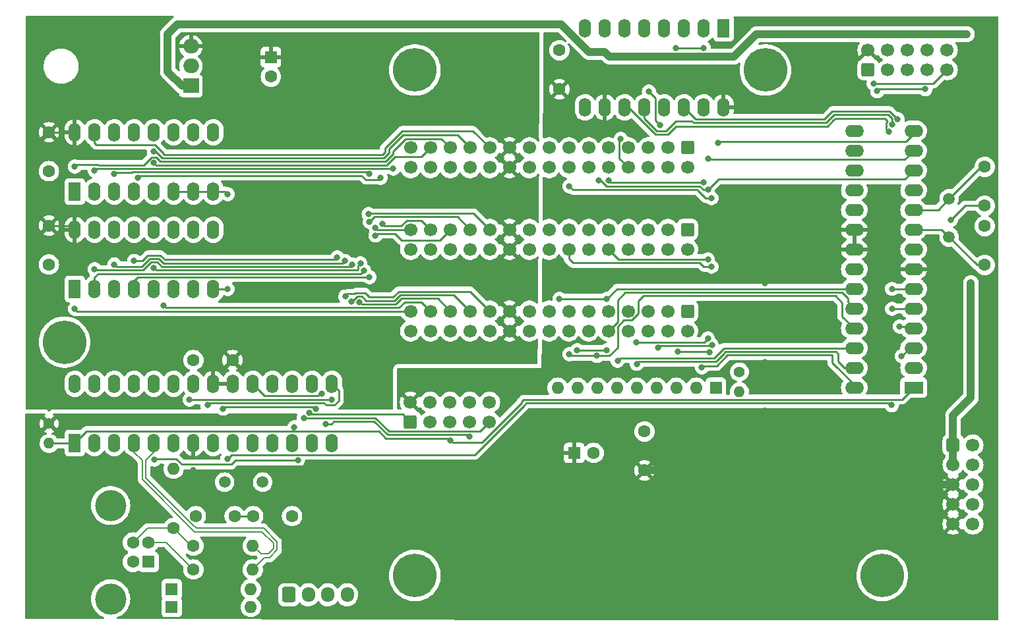
<source format=gbr>
%TF.GenerationSoftware,KiCad,Pcbnew,7.0.5*%
%TF.CreationDate,2023-07-03T18:55:37+02:00*%
%TF.ProjectId,Processor_Board,50726f63-6573-4736-9f72-5f426f617264,rev?*%
%TF.SameCoordinates,Original*%
%TF.FileFunction,Copper,L1,Top*%
%TF.FilePolarity,Positive*%
%FSLAX46Y46*%
G04 Gerber Fmt 4.6, Leading zero omitted, Abs format (unit mm)*
G04 Created by KiCad (PCBNEW 7.0.5) date 2023-07-03 18:55:37*
%MOMM*%
%LPD*%
G01*
G04 APERTURE LIST*
G04 Aperture macros list*
%AMRoundRect*
0 Rectangle with rounded corners*
0 $1 Rounding radius*
0 $2 $3 $4 $5 $6 $7 $8 $9 X,Y pos of 4 corners*
0 Add a 4 corners polygon primitive as box body*
4,1,4,$2,$3,$4,$5,$6,$7,$8,$9,$2,$3,0*
0 Add four circle primitives for the rounded corners*
1,1,$1+$1,$2,$3*
1,1,$1+$1,$4,$5*
1,1,$1+$1,$6,$7*
1,1,$1+$1,$8,$9*
0 Add four rect primitives between the rounded corners*
20,1,$1+$1,$2,$3,$4,$5,0*
20,1,$1+$1,$4,$5,$6,$7,0*
20,1,$1+$1,$6,$7,$8,$9,0*
20,1,$1+$1,$8,$9,$2,$3,0*%
G04 Aperture macros list end*
%TA.AperFunction,ComponentPad*%
%ADD10C,1.400000*%
%TD*%
%TA.AperFunction,ComponentPad*%
%ADD11O,1.400000X1.400000*%
%TD*%
%TA.AperFunction,ComponentPad*%
%ADD12RoundRect,0.250000X-0.600000X-0.725000X0.600000X-0.725000X0.600000X0.725000X-0.600000X0.725000X0*%
%TD*%
%TA.AperFunction,ComponentPad*%
%ADD13O,1.700000X1.950000*%
%TD*%
%TA.AperFunction,ComponentPad*%
%ADD14C,5.600000*%
%TD*%
%TA.AperFunction,ComponentPad*%
%ADD15R,1.600000X1.600000*%
%TD*%
%TA.AperFunction,ComponentPad*%
%ADD16C,1.600000*%
%TD*%
%TA.AperFunction,ComponentPad*%
%ADD17O,1.600000X1.600000*%
%TD*%
%TA.AperFunction,ComponentPad*%
%ADD18RoundRect,0.250000X-0.600000X0.600000X-0.600000X-0.600000X0.600000X-0.600000X0.600000X0.600000X0*%
%TD*%
%TA.AperFunction,ComponentPad*%
%ADD19C,1.700000*%
%TD*%
%TA.AperFunction,ComponentPad*%
%ADD20R,1.600000X2.400000*%
%TD*%
%TA.AperFunction,ComponentPad*%
%ADD21O,1.600000X2.400000*%
%TD*%
%TA.AperFunction,ComponentPad*%
%ADD22RoundRect,0.250000X-0.600000X-0.600000X0.600000X-0.600000X0.600000X0.600000X-0.600000X0.600000X0*%
%TD*%
%TA.AperFunction,ComponentPad*%
%ADD23C,1.500000*%
%TD*%
%TA.AperFunction,ComponentPad*%
%ADD24RoundRect,0.250000X0.600000X-0.600000X0.600000X0.600000X-0.600000X0.600000X-0.600000X-0.600000X0*%
%TD*%
%TA.AperFunction,ComponentPad*%
%ADD25C,4.000000*%
%TD*%
%TA.AperFunction,ComponentPad*%
%ADD26R,2.000000X1.905000*%
%TD*%
%TA.AperFunction,ComponentPad*%
%ADD27O,2.000000X1.905000*%
%TD*%
%TA.AperFunction,ComponentPad*%
%ADD28R,2.400000X1.600000*%
%TD*%
%TA.AperFunction,ComponentPad*%
%ADD29O,2.400000X1.600000*%
%TD*%
%TA.AperFunction,ViaPad*%
%ADD30C,0.800000*%
%TD*%
%TA.AperFunction,Conductor*%
%ADD31C,1.000000*%
%TD*%
%TA.AperFunction,Conductor*%
%ADD32C,0.250000*%
%TD*%
%TA.AperFunction,Conductor*%
%ADD33C,0.200000*%
%TD*%
G04 APERTURE END LIST*
D10*
%TO.P,R2,1*%
%TO.N,MATRIX_I*%
X121666000Y-83820000D03*
D11*
%TO.P,R2,2*%
%TO.N,GND*%
X121666000Y-86360000D03*
%TD*%
D12*
%TO.P,J8,1,Pin_1*%
%TO.N,MIDI_OUT*%
X63814000Y-112476000D03*
D13*
%TO.P,J8,2,Pin_2*%
%TO.N,~{RESET}*%
X66314000Y-112476000D03*
%TO.P,J8,3,Pin_3*%
%TO.N,unconnected-(J8-Pad3)*%
X68814000Y-112476000D03*
%TO.P,J8,4,Pin_4*%
%TO.N,GND*%
X71314000Y-112476000D03*
%TD*%
D14*
%TO.P,H3,1,1*%
%TO.N,GND*%
X80000000Y-45000000D03*
%TD*%
D15*
%TO.P,C10,1*%
%TO.N,+5VA*%
X61500000Y-43347349D03*
D16*
%TO.P,C10,2*%
%TO.N,GND*%
X61500000Y-45847349D03*
%TD*%
D15*
%TO.P,D1,1,K*%
%TO.N,/#USB_D+*%
X48768000Y-114046000D03*
D17*
%TO.P,D1,2,A*%
%TO.N,GND*%
X58928000Y-114046000D03*
%TD*%
D16*
%TO.P,C9,1*%
%TO.N,+5VA*%
X33000000Y-53000000D03*
%TO.P,C9,2*%
%TO.N,GND*%
X33000000Y-58000000D03*
%TD*%
D18*
%TO.P,J1,1,Pin_1*%
%TO.N,MATRIX_1*%
X115000000Y-76000000D03*
D19*
%TO.P,J1,2,Pin_2*%
%TO.N,MATRIX_2*%
X115000000Y-78540000D03*
%TO.P,J1,3,Pin_3*%
%TO.N,MATRIX_3*%
X112460000Y-76000000D03*
%TO.P,J1,4,Pin_4*%
%TO.N,MATRIX_4*%
X112460000Y-78540000D03*
%TO.P,J1,5,Pin_5*%
%TO.N,MATRIX_5*%
X109920000Y-76000000D03*
%TO.P,J1,6,Pin_6*%
%TO.N,MATRIX_6*%
X109920000Y-78540000D03*
%TO.P,J1,7,Pin_7*%
%TO.N,MATRIX_7*%
X107380000Y-76000000D03*
%TO.P,J1,8,Pin_8*%
%TO.N,MATRIX_8*%
X107380000Y-78540000D03*
%TO.P,J1,9,Pin_9*%
%TO.N,MATRIX_A*%
X104840000Y-76000000D03*
%TO.P,J1,10,Pin_10*%
%TO.N,MATRIX_B*%
X104840000Y-78540000D03*
%TO.P,J1,11,Pin_11*%
%TO.N,unconnected-(J1-Pad11)*%
X102300000Y-76000000D03*
%TO.P,J1,12,Pin_12*%
%TO.N,unconnected-(J1-Pad12)*%
X102300000Y-78540000D03*
%TO.P,J1,13,Pin_13*%
%TO.N,GND*%
X99760000Y-76000000D03*
%TO.P,J1,14,Pin_14*%
%TO.N,MATRIX_C*%
X99760000Y-78540000D03*
%TO.P,J1,15,Pin_15*%
%TO.N,GND*%
X97220000Y-76000000D03*
%TO.P,J1,16,Pin_16*%
X97220000Y-78540000D03*
%TO.P,J1,17,Pin_17*%
X94680000Y-76000000D03*
%TO.P,J1,18,Pin_18*%
X94680000Y-78540000D03*
%TO.P,J1,19,Pin_19*%
%TO.N,+5VA*%
X92140000Y-76000000D03*
%TO.P,J1,20,Pin_20*%
X92140000Y-78540000D03*
%TO.P,J1,21,Pin_21*%
%TO.N,ANALOG_11*%
X89600000Y-76000000D03*
%TO.P,J1,22,Pin_22*%
%TO.N,GND*%
X89600000Y-78540000D03*
%TO.P,J1,23,Pin_23*%
%TO.N,ANALOG_12*%
X87060000Y-76000000D03*
%TO.P,J1,24,Pin_24*%
%TO.N,GND*%
X87060000Y-78540000D03*
%TO.P,J1,25,Pin_25*%
%TO.N,ANALOG_13*%
X84520000Y-76000000D03*
%TO.P,J1,26,Pin_26*%
%TO.N,GND*%
X84520000Y-78540000D03*
%TO.P,J1,27,Pin_27*%
%TO.N,ANALOG_14*%
X81980000Y-76000000D03*
%TO.P,J1,28,Pin_28*%
%TO.N,GND*%
X81980000Y-78540000D03*
%TO.P,J1,29,Pin_29*%
%TO.N,ANALOG_15*%
X79440000Y-76000000D03*
%TO.P,J1,30,Pin_30*%
%TO.N,GND*%
X79440000Y-78540000D03*
%TD*%
D20*
%TO.P,U2,1,A4*%
%TO.N,ANALOG_15*%
X36322000Y-73152000D03*
D21*
%TO.P,U2,2,A6*%
%TO.N,ANALOG_22*%
X38862000Y-73152000D03*
%TO.P,U2,3,A*%
%TO.N,MUX_A0*%
X41402000Y-73152000D03*
%TO.P,U2,4,A7*%
%TO.N,ANALOG_23*%
X43942000Y-73152000D03*
%TO.P,U2,5,A5*%
%TO.N,ANALOG_21*%
X46482000Y-73152000D03*
%TO.P,U2,6,~{E}*%
%TO.N,GND*%
X49022000Y-73152000D03*
%TO.P,U2,7,VEE*%
X51562000Y-73152000D03*
%TO.P,U2,8,GND*%
X54102000Y-73152000D03*
%TO.P,U2,9,S2*%
%TO.N,MUX_S2*%
X54102000Y-65532000D03*
%TO.P,U2,10,S1*%
%TO.N,MUX_S1*%
X51562000Y-65532000D03*
%TO.P,U2,11,S0*%
%TO.N,MUX_S0*%
X49022000Y-65532000D03*
%TO.P,U2,12,A3*%
%TO.N,ANALOG_14*%
X46482000Y-65532000D03*
%TO.P,U2,13,A0*%
%TO.N,ANALOG_11*%
X43942000Y-65532000D03*
%TO.P,U2,14,A1*%
%TO.N,ANALOG_12*%
X41402000Y-65532000D03*
%TO.P,U2,15,A2*%
%TO.N,ANALOG_13*%
X38862000Y-65532000D03*
%TO.P,U2,16,VCC*%
%TO.N,+5VA*%
X36322000Y-65532000D03*
%TD*%
D18*
%TO.P,J3,1,Pin_1*%
%TO.N,MATRIX_1*%
X115000000Y-55000000D03*
D19*
%TO.P,J3,2,Pin_2*%
%TO.N,MATRIX_2*%
X115000000Y-57540000D03*
%TO.P,J3,3,Pin_3*%
%TO.N,MATRIX_3*%
X112460000Y-55000000D03*
%TO.P,J3,4,Pin_4*%
%TO.N,MATRIX_4*%
X112460000Y-57540000D03*
%TO.P,J3,5,Pin_5*%
%TO.N,MATRIX_5*%
X109920000Y-55000000D03*
%TO.P,J3,6,Pin_6*%
%TO.N,MATRIX_6*%
X109920000Y-57540000D03*
%TO.P,J3,7,Pin_7*%
%TO.N,MATRIX_7*%
X107380000Y-55000000D03*
%TO.P,J3,8,Pin_8*%
%TO.N,MATRIX_8*%
X107380000Y-57540000D03*
%TO.P,J3,9,Pin_9*%
%TO.N,MATRIX_G*%
X104840000Y-55000000D03*
%TO.P,J3,10,Pin_10*%
%TO.N,MATRIX_H*%
X104840000Y-57540000D03*
%TO.P,J3,11,Pin_11*%
%TO.N,unconnected-(J3-Pad11)*%
X102300000Y-55000000D03*
%TO.P,J3,12,Pin_12*%
%TO.N,unconnected-(J3-Pad12)*%
X102300000Y-57540000D03*
%TO.P,J3,13,Pin_13*%
%TO.N,GND*%
X99760000Y-55000000D03*
%TO.P,J3,14,Pin_14*%
%TO.N,MATRIX_I*%
X99760000Y-57540000D03*
%TO.P,J3,15,Pin_15*%
%TO.N,GND*%
X97220000Y-55000000D03*
%TO.P,J3,16,Pin_16*%
X97220000Y-57540000D03*
%TO.P,J3,17,Pin_17*%
X94680000Y-55000000D03*
%TO.P,J3,18,Pin_18*%
X94680000Y-57540000D03*
%TO.P,J3,19,Pin_19*%
%TO.N,+5VA*%
X92140000Y-55000000D03*
%TO.P,J3,20,Pin_20*%
X92140000Y-57540000D03*
%TO.P,J3,21,Pin_21*%
%TO.N,ANALOG_31*%
X89600000Y-55000000D03*
%TO.P,J3,22,Pin_22*%
%TO.N,GND*%
X89600000Y-57540000D03*
%TO.P,J3,23,Pin_23*%
%TO.N,ANALOG_32*%
X87060000Y-55000000D03*
%TO.P,J3,24,Pin_24*%
%TO.N,GND*%
X87060000Y-57540000D03*
%TO.P,J3,25,Pin_25*%
%TO.N,ANALOG_33*%
X84520000Y-55000000D03*
%TO.P,J3,26,Pin_26*%
%TO.N,GND*%
X84520000Y-57540000D03*
%TO.P,J3,27,Pin_27*%
%TO.N,ANALOG_34*%
X81980000Y-55000000D03*
%TO.P,J3,28,Pin_28*%
%TO.N,GND*%
X81980000Y-57540000D03*
%TO.P,J3,29,Pin_29*%
%TO.N,ANALOG_35*%
X79440000Y-55000000D03*
%TO.P,J3,30,Pin_30*%
%TO.N,GND*%
X79440000Y-57540000D03*
%TD*%
D16*
%TO.P,R5,1*%
%TO.N,/#USB_D+*%
X51562000Y-106172000D03*
D17*
%TO.P,R5,2*%
%TO.N,USB_D+*%
X59182000Y-106172000D03*
%TD*%
D14*
%TO.P,H4,1,1*%
%TO.N,GND*%
X125000000Y-45000000D03*
%TD*%
D16*
%TO.P,C6,1*%
%TO.N,GND*%
X59222000Y-102362000D03*
%TO.P,C6,2*%
%TO.N,Net-(C6-Pad2)*%
X64222000Y-102362000D03*
%TD*%
D20*
%TO.P,U4,1,QB*%
%TO.N,MATRIX_2*%
X119619000Y-39629000D03*
D21*
%TO.P,U4,2,QC*%
%TO.N,MATRIX_3*%
X117079000Y-39629000D03*
%TO.P,U4,3,QD*%
%TO.N,MATRIX_4*%
X114539000Y-39629000D03*
%TO.P,U4,4,QE*%
%TO.N,MATRIX_5*%
X111999000Y-39629000D03*
%TO.P,U4,5,QF*%
%TO.N,MATRIX_6*%
X109459000Y-39629000D03*
%TO.P,U4,6,QG*%
%TO.N,MATRIX_7*%
X106919000Y-39629000D03*
%TO.P,U4,7,QH*%
%TO.N,MATRIX_8*%
X104379000Y-39629000D03*
%TO.P,U4,8,GND*%
%TO.N,GND*%
X101839000Y-39629000D03*
%TO.P,U4,9,QH'*%
%TO.N,unconnected-(U4-Pad9)*%
X101839000Y-49789000D03*
%TO.P,U4,10,~{SRCLR}*%
%TO.N,+5V*%
X104379000Y-49789000D03*
%TO.P,U4,11,SRCLK*%
%TO.N,Net-(U4-Pad11)*%
X106919000Y-49789000D03*
%TO.P,U4,12,RCLK*%
%TO.N,Net-(U4-Pad12)*%
X109459000Y-49789000D03*
%TO.P,U4,13,~{OE}*%
%TO.N,GND*%
X111999000Y-49789000D03*
%TO.P,U4,14,SER*%
%TO.N,Net-(U4-Pad14)*%
X114539000Y-49789000D03*
%TO.P,U4,15,QA*%
%TO.N,MATRIX_1*%
X117079000Y-49789000D03*
%TO.P,U4,16,VCC*%
%TO.N,+5V*%
X119619000Y-49789000D03*
%TD*%
D16*
%TO.P,C4,1*%
%TO.N,+5VA*%
X56562000Y-82296000D03*
%TO.P,C4,2*%
%TO.N,GND*%
X51562000Y-82296000D03*
%TD*%
D22*
%TO.P,J6,1,Pin_1*%
%TO.N,+12V*%
X149098000Y-93218000D03*
D19*
%TO.P,J6,2,Pin_2*%
%TO.N,GND*%
X151638000Y-93218000D03*
%TO.P,J6,3,Pin_3*%
%TO.N,+12V*%
X149098000Y-95758000D03*
%TO.P,J6,4,Pin_4*%
%TO.N,GND*%
X151638000Y-95758000D03*
%TO.P,J6,5,Pin_5*%
%TO.N,+5V*%
X149098000Y-98298000D03*
%TO.P,J6,6,Pin_6*%
%TO.N,GND*%
X151638000Y-98298000D03*
%TO.P,J6,7,Pin_7*%
%TO.N,+5V*%
X149098000Y-100838000D03*
%TO.P,J6,8,Pin_8*%
%TO.N,GND*%
X151638000Y-100838000D03*
%TO.P,J6,9,Pin_9*%
%TO.N,+5V*%
X149098000Y-103378000D03*
%TO.P,J6,10,Pin_10*%
%TO.N,GND*%
X151638000Y-103378000D03*
%TD*%
D15*
%TO.P,RN1,1,common*%
%TO.N,GND*%
X118633000Y-85852000D03*
D17*
%TO.P,RN1,2,R1*%
%TO.N,MATRIX_H*%
X116093000Y-85852000D03*
%TO.P,RN1,3,R2*%
%TO.N,MATRIX_G*%
X113553000Y-85852000D03*
%TO.P,RN1,4,R3*%
%TO.N,MATRIX_F*%
X111013000Y-85852000D03*
%TO.P,RN1,5,R4*%
%TO.N,MATRIX_E*%
X108473000Y-85852000D03*
%TO.P,RN1,6,R5*%
%TO.N,MATRIX_D*%
X105933000Y-85852000D03*
%TO.P,RN1,7,R6*%
%TO.N,MATRIX_C*%
X103393000Y-85852000D03*
%TO.P,RN1,8,R7*%
%TO.N,MATRIX_B*%
X100853000Y-85852000D03*
%TO.P,RN1,9,R8*%
%TO.N,MATRIX_A*%
X98313000Y-85852000D03*
%TD*%
D16*
%TO.P,C5,1*%
%TO.N,GND*%
X56856000Y-102362000D03*
%TO.P,C5,2*%
%TO.N,Net-(C5-Pad2)*%
X51856000Y-102362000D03*
%TD*%
D23*
%TO.P,Y2,1,1*%
%TO.N,Net-(C6-Pad2)*%
X60450000Y-98000000D03*
%TO.P,Y2,2,2*%
%TO.N,Net-(C5-Pad2)*%
X55550000Y-98000000D03*
%TD*%
D14*
%TO.P,H1,1,1*%
%TO.N,GND*%
X80000000Y-110000000D03*
%TD*%
D16*
%TO.P,C8,1*%
%TO.N,+5V*%
X109474000Y-96480000D03*
%TO.P,C8,2*%
%TO.N,GND*%
X109474000Y-91480000D03*
%TD*%
D23*
%TO.P,Y1,1,1*%
%TO.N,Net-(C2-Pad2)*%
X148590000Y-61558000D03*
%TO.P,Y1,2,2*%
%TO.N,Net-(C1-Pad2)*%
X148590000Y-66458000D03*
%TD*%
D24*
%TO.P,J4,1,Pin_1*%
%TO.N,ICSP1_MOSI*%
X79420000Y-90252500D03*
D19*
%TO.P,J4,2,Pin_2*%
%TO.N,+5V*%
X79420000Y-87712500D03*
%TO.P,J4,3,Pin_3*%
%TO.N,unconnected-(J4-Pad3)*%
X81960000Y-90252500D03*
%TO.P,J4,4,Pin_4*%
%TO.N,GND*%
X81960000Y-87712500D03*
%TO.P,J4,5,Pin_5*%
%TO.N,~{RESET}*%
X84500000Y-90252500D03*
%TO.P,J4,6,Pin_6*%
%TO.N,GND*%
X84500000Y-87712500D03*
%TO.P,J4,7,Pin_7*%
%TO.N,ICSP1_SCK*%
X87040000Y-90252500D03*
%TO.P,J4,8,Pin_8*%
%TO.N,GND*%
X87040000Y-87712500D03*
%TO.P,J4,9,Pin_9*%
%TO.N,ICSP1_MISO*%
X89580000Y-90252500D03*
%TO.P,J4,10,Pin_10*%
%TO.N,GND*%
X89580000Y-87712500D03*
%TD*%
D14*
%TO.P,H5,1,1*%
%TO.N,GND*%
X35000000Y-80000000D03*
%TD*%
D18*
%TO.P,J2,1,Pin_1*%
%TO.N,MATRIX_1*%
X115000000Y-65500000D03*
D19*
%TO.P,J2,2,Pin_2*%
%TO.N,MATRIX_2*%
X115000000Y-68040000D03*
%TO.P,J2,3,Pin_3*%
%TO.N,MATRIX_3*%
X112460000Y-65500000D03*
%TO.P,J2,4,Pin_4*%
%TO.N,MATRIX_4*%
X112460000Y-68040000D03*
%TO.P,J2,5,Pin_5*%
%TO.N,MATRIX_5*%
X109920000Y-65500000D03*
%TO.P,J2,6,Pin_6*%
%TO.N,MATRIX_6*%
X109920000Y-68040000D03*
%TO.P,J2,7,Pin_7*%
%TO.N,MATRIX_7*%
X107380000Y-65500000D03*
%TO.P,J2,8,Pin_8*%
%TO.N,MATRIX_8*%
X107380000Y-68040000D03*
%TO.P,J2,9,Pin_9*%
%TO.N,MATRIX_D*%
X104840000Y-65500000D03*
%TO.P,J2,10,Pin_10*%
%TO.N,MATRIX_E*%
X104840000Y-68040000D03*
%TO.P,J2,11,Pin_11*%
%TO.N,unconnected-(J2-Pad11)*%
X102300000Y-65500000D03*
%TO.P,J2,12,Pin_12*%
%TO.N,unconnected-(J2-Pad12)*%
X102300000Y-68040000D03*
%TO.P,J2,13,Pin_13*%
%TO.N,GND*%
X99760000Y-65500000D03*
%TO.P,J2,14,Pin_14*%
%TO.N,MATRIX_F*%
X99760000Y-68040000D03*
%TO.P,J2,15,Pin_15*%
%TO.N,GND*%
X97220000Y-65500000D03*
%TO.P,J2,16,Pin_16*%
X97220000Y-68040000D03*
%TO.P,J2,17,Pin_17*%
X94680000Y-65500000D03*
%TO.P,J2,18,Pin_18*%
X94680000Y-68040000D03*
%TO.P,J2,19,Pin_19*%
%TO.N,+5VA*%
X92140000Y-65500000D03*
%TO.P,J2,20,Pin_20*%
X92140000Y-68040000D03*
%TO.P,J2,21,Pin_21*%
%TO.N,ANALOG_21*%
X89600000Y-65500000D03*
%TO.P,J2,22,Pin_22*%
%TO.N,GND*%
X89600000Y-68040000D03*
%TO.P,J2,23,Pin_23*%
%TO.N,ANALOG_22*%
X87060000Y-65500000D03*
%TO.P,J2,24,Pin_24*%
%TO.N,GND*%
X87060000Y-68040000D03*
%TO.P,J2,25,Pin_25*%
%TO.N,ANALOG_23*%
X84520000Y-65500000D03*
%TO.P,J2,26,Pin_26*%
%TO.N,GND*%
X84520000Y-68040000D03*
%TO.P,J2,27,Pin_27*%
%TO.N,ANALOG_24*%
X81980000Y-65500000D03*
%TO.P,J2,28,Pin_28*%
%TO.N,GND*%
X81980000Y-68040000D03*
%TO.P,J2,29,Pin_29*%
%TO.N,ANALOG_25*%
X79440000Y-65500000D03*
%TO.P,J2,30,Pin_30*%
%TO.N,GND*%
X79440000Y-68040000D03*
%TD*%
D10*
%TO.P,R3,1*%
%TO.N,+5V*%
X33020000Y-90474000D03*
D11*
%TO.P,R3,2*%
%TO.N,~{RESET}*%
X33020000Y-93014000D03*
%TD*%
D15*
%TO.P,J7,1,VBUS*%
%TO.N,unconnected-(J7-Pad1)*%
X45787500Y-108250000D03*
D16*
%TO.P,J7,2,D-*%
%TO.N,/#USB_D-*%
X45787500Y-105750000D03*
%TO.P,J7,3,D+*%
%TO.N,/#USB_D+*%
X43787500Y-105750000D03*
%TO.P,J7,4,GND*%
%TO.N,GND*%
X43787500Y-108250000D03*
D25*
%TO.P,J7,5,Shield*%
X40927500Y-101000000D03*
X40927500Y-113000000D03*
%TD*%
D16*
%TO.P,C2,1*%
%TO.N,GND*%
X153162000Y-62444000D03*
%TO.P,C2,2*%
%TO.N,Net-(C2-Pad2)*%
X153162000Y-57444000D03*
%TD*%
D20*
%TO.P,U3,1,A4*%
%TO.N,ANALOG_33*%
X36322000Y-60620000D03*
D21*
%TO.P,U3,2,A6*%
%TO.N,ANALOG_35*%
X38862000Y-60620000D03*
%TO.P,U3,3,A*%
%TO.N,MUX_A1*%
X41402000Y-60620000D03*
%TO.P,U3,4,A7*%
%TO.N,GND*%
X43942000Y-60620000D03*
%TO.P,U3,5,A5*%
%TO.N,ANALOG_34*%
X46482000Y-60620000D03*
%TO.P,U3,6,~{E}*%
%TO.N,GND*%
X49022000Y-60620000D03*
%TO.P,U3,7,VEE*%
X51562000Y-60620000D03*
%TO.P,U3,8,GND*%
X54102000Y-60620000D03*
%TO.P,U3,9,S2*%
%TO.N,MUX_S2*%
X54102000Y-53000000D03*
%TO.P,U3,10,S1*%
%TO.N,MUX_S1*%
X51562000Y-53000000D03*
%TO.P,U3,11,S0*%
%TO.N,MUX_S0*%
X49022000Y-53000000D03*
%TO.P,U3,12,A3*%
%TO.N,ANALOG_32*%
X46482000Y-53000000D03*
%TO.P,U3,13,A0*%
%TO.N,ANALOG_24*%
X43942000Y-53000000D03*
%TO.P,U3,14,A1*%
%TO.N,ANALOG_25*%
X41402000Y-53000000D03*
%TO.P,U3,15,A2*%
%TO.N,ANALOG_31*%
X38862000Y-53000000D03*
%TO.P,U3,16,VCC*%
%TO.N,+5VA*%
X36322000Y-53000000D03*
%TD*%
D20*
%TO.P,U5,1,PC6/~{RESET}*%
%TO.N,~{RESET}*%
X36322000Y-92964000D03*
D21*
%TO.P,U5,2,PD0*%
%TO.N,MIDI_CHAIN*%
X38862000Y-92964000D03*
%TO.P,U5,3,PD1*%
%TO.N,MIDI_OUT*%
X41402000Y-92964000D03*
%TO.P,U5,4,PD2*%
%TO.N,USB_D+*%
X43942000Y-92964000D03*
%TO.P,U5,5,PD3*%
%TO.N,USB_D-*%
X46482000Y-92964000D03*
%TO.P,U5,6,PD4*%
%TO.N,USB_INT*%
X49022000Y-92964000D03*
%TO.P,U5,7,VCC*%
%TO.N,+5V*%
X51562000Y-92964000D03*
%TO.P,U5,8,GND*%
%TO.N,GND*%
X54102000Y-92964000D03*
%TO.P,U5,9,PB6/XTAL1*%
%TO.N,Net-(C5-Pad2)*%
X56642000Y-92964000D03*
%TO.P,U5,10,PB7/XTAL2*%
%TO.N,Net-(C6-Pad2)*%
X59182000Y-92964000D03*
%TO.P,U5,11,PD5*%
%TO.N,unconnected-(U5-Pad11)*%
X61722000Y-92964000D03*
%TO.P,U5,12,PD6*%
%TO.N,unconnected-(U5-Pad12)*%
X64262000Y-92964000D03*
%TO.P,U5,13,PD7*%
%TO.N,unconnected-(U5-Pad13)*%
X66802000Y-92964000D03*
%TO.P,U5,14,PB0*%
%TO.N,MUX_S0*%
X69342000Y-92964000D03*
%TO.P,U5,15,PB1*%
%TO.N,MUX_S1*%
X69342000Y-85344000D03*
%TO.P,U5,16,PB2*%
%TO.N,MUX_S2*%
X66802000Y-85344000D03*
%TO.P,U5,17,PB3*%
%TO.N,ICSP1_MOSI*%
X64262000Y-85344000D03*
%TO.P,U5,18,PB4*%
%TO.N,ICSP1_MISO*%
X61722000Y-85344000D03*
%TO.P,U5,19,PB5*%
%TO.N,ICSP1_SCK*%
X59182000Y-85344000D03*
%TO.P,U5,20,AVCC*%
%TO.N,+5VA*%
X56642000Y-85344000D03*
%TO.P,U5,21,AREF*%
X54102000Y-85344000D03*
%TO.P,U5,22,AGND*%
%TO.N,GND*%
X51562000Y-85344000D03*
%TO.P,U5,23,PC0*%
%TO.N,unconnected-(U5-Pad23)*%
X49022000Y-85344000D03*
%TO.P,U5,24,PC1*%
%TO.N,unconnected-(U5-Pad24)*%
X46482000Y-85344000D03*
%TO.P,U5,25,PC2*%
%TO.N,unconnected-(U5-Pad25)*%
X43942000Y-85344000D03*
%TO.P,U5,26,PC3*%
%TO.N,MUX_A0*%
X41402000Y-85344000D03*
%TO.P,U5,27,PC4*%
%TO.N,MUX_A1*%
X38862000Y-85344000D03*
%TO.P,U5,28,PC5*%
%TO.N,unconnected-(U5-Pad28)*%
X36322000Y-85344000D03*
%TD*%
D16*
%TO.P,C3,1*%
%TO.N,+5VA*%
X33000000Y-65000000D03*
%TO.P,C3,2*%
%TO.N,GND*%
X33000000Y-70000000D03*
%TD*%
%TO.P,R6,1*%
%TO.N,/#USB_D-*%
X51562000Y-109220000D03*
D17*
%TO.P,R6,2*%
%TO.N,USB_D-*%
X59182000Y-109220000D03*
%TD*%
D24*
%TO.P,J5,1,Pin_1*%
%TO.N,ICSP2_MOSI*%
X138176000Y-44958000D03*
D19*
%TO.P,J5,2,Pin_2*%
%TO.N,+5V*%
X138176000Y-42418000D03*
%TO.P,J5,3,Pin_3*%
%TO.N,unconnected-(J5-Pad3)*%
X140716000Y-44958000D03*
%TO.P,J5,4,Pin_4*%
%TO.N,GND*%
X140716000Y-42418000D03*
%TO.P,J5,5,Pin_5*%
%TO.N,~{RESET}*%
X143256000Y-44958000D03*
%TO.P,J5,6,Pin_6*%
%TO.N,GND*%
X143256000Y-42418000D03*
%TO.P,J5,7,Pin_7*%
%TO.N,ICSP2_SCK*%
X145796000Y-44958000D03*
%TO.P,J5,8,Pin_8*%
%TO.N,GND*%
X145796000Y-42418000D03*
%TO.P,J5,9,Pin_9*%
%TO.N,ICSP2_MISO*%
X148336000Y-44958000D03*
%TO.P,J5,10,Pin_10*%
%TO.N,GND*%
X148336000Y-42418000D03*
%TD*%
D15*
%TO.P,C11,1*%
%TO.N,+5V*%
X100447349Y-94234000D03*
D16*
%TO.P,C11,2*%
%TO.N,GND*%
X102947349Y-94234000D03*
%TD*%
%TO.P,C1,1*%
%TO.N,GND*%
X153162000Y-65064000D03*
%TO.P,C1,2*%
%TO.N,Net-(C1-Pad2)*%
X153162000Y-70064000D03*
%TD*%
D14*
%TO.P,H2,1,1*%
%TO.N,GND*%
X140000000Y-110000000D03*
%TD*%
D16*
%TO.P,R4,1*%
%TO.N,/#USB_D+*%
X49000000Y-103886000D03*
D17*
%TO.P,R4,2*%
%TO.N,USB_INT*%
X49000000Y-96266000D03*
%TD*%
D26*
%TO.P,U6,1,IN*%
%TO.N,+12V*%
X51230000Y-47040000D03*
D27*
%TO.P,U6,2,GND*%
%TO.N,GND*%
X51230000Y-44500000D03*
%TO.P,U6,3,OUT*%
%TO.N,+5VA*%
X51230000Y-41960000D03*
%TD*%
D15*
%TO.P,D2,1,K*%
%TO.N,/#USB_D-*%
X48768000Y-111760000D03*
D17*
%TO.P,D2,2,A*%
%TO.N,GND*%
X58928000Y-111760000D03*
%TD*%
D28*
%TO.P,U1,1,PC6/~{RESET}*%
%TO.N,~{RESET}*%
X144033000Y-85842000D03*
D29*
%TO.P,U1,2,PD0*%
%TO.N,unconnected-(U1-Pad2)*%
X144033000Y-83302000D03*
%TO.P,U1,3,PD1*%
%TO.N,MIDI_CHAIN*%
X144033000Y-80762000D03*
%TO.P,U1,4,PD2*%
%TO.N,Net-(U4-Pad14)*%
X144033000Y-78222000D03*
%TO.P,U1,5,PD3*%
%TO.N,Net-(U4-Pad11)*%
X144033000Y-75682000D03*
%TO.P,U1,6,PD4*%
%TO.N,Net-(U4-Pad12)*%
X144033000Y-73142000D03*
%TO.P,U1,7,VCC*%
%TO.N,+5V*%
X144033000Y-70602000D03*
%TO.P,U1,8,GND*%
%TO.N,GND*%
X144033000Y-68062000D03*
%TO.P,U1,9,PB6/XTAL1*%
%TO.N,Net-(C1-Pad2)*%
X144033000Y-65522000D03*
%TO.P,U1,10,PB7/XTAL2*%
%TO.N,Net-(C2-Pad2)*%
X144033000Y-62982000D03*
%TO.P,U1,11,PD5*%
%TO.N,unconnected-(U1-Pad11)*%
X144033000Y-60442000D03*
%TO.P,U1,12,PD6*%
%TO.N,MATRIX_G*%
X144033000Y-57902000D03*
%TO.P,U1,13,PD7*%
%TO.N,MATRIX_H*%
X144033000Y-55362000D03*
%TO.P,U1,14,PB0*%
%TO.N,MATRIX_I*%
X144033000Y-52822000D03*
%TO.P,U1,15,PB1*%
%TO.N,unconnected-(U1-Pad15)*%
X136413000Y-52822000D03*
%TO.P,U1,16,PB2*%
%TO.N,unconnected-(U1-Pad16)*%
X136413000Y-55362000D03*
%TO.P,U1,17,PB3*%
%TO.N,ICSP2_MOSI*%
X136413000Y-57902000D03*
%TO.P,U1,18,PB4*%
%TO.N,ICSP2_MISO*%
X136413000Y-60442000D03*
%TO.P,U1,19,PB5*%
%TO.N,ICSP2_SCK*%
X136413000Y-62982000D03*
%TO.P,U1,20,AVCC*%
%TO.N,+5V*%
X136413000Y-65522000D03*
%TO.P,U1,21,AREF*%
X136413000Y-68062000D03*
%TO.P,U1,22,AGND*%
%TO.N,GND*%
X136413000Y-70602000D03*
%TO.P,U1,23,PC0*%
%TO.N,MATRIX_A*%
X136413000Y-73142000D03*
%TO.P,U1,24,PC1*%
%TO.N,MATRIX_B*%
X136413000Y-75682000D03*
%TO.P,U1,25,PC2*%
%TO.N,MATRIX_C*%
X136413000Y-78222000D03*
%TO.P,U1,26,PC3*%
%TO.N,MATRIX_D*%
X136413000Y-80762000D03*
%TO.P,U1,27,PC4*%
%TO.N,MATRIX_E*%
X136413000Y-83302000D03*
%TO.P,U1,28,PC5*%
%TO.N,MATRIX_F*%
X136413000Y-85842000D03*
%TD*%
D16*
%TO.P,C7,1*%
%TO.N,+5V*%
X98552000Y-47458000D03*
%TO.P,C7,2*%
%TO.N,GND*%
X98552000Y-42458000D03*
%TD*%
D30*
%TO.N,+5V*%
X79756000Y-95504000D03*
X51562000Y-96445011D03*
X124968000Y-82550000D03*
X124968000Y-88900000D03*
X124968000Y-77724000D03*
X124968000Y-72417500D03*
%TO.N,GND*%
X55951020Y-73152000D03*
X55951020Y-60960000D03*
X148844000Y-64262000D03*
%TO.N,MATRIX_3*%
X113538000Y-42164000D03*
X117094000Y-42164000D03*
%TO.N,MATRIX_8*%
X106426000Y-53848000D03*
%TO.N,MATRIX_A*%
X104648000Y-74422000D03*
X98552000Y-74422000D03*
%TO.N,MATRIX_B*%
X104648000Y-81026000D03*
X100838000Y-81026000D03*
%TO.N,MATRIX_D*%
X106014511Y-82392511D03*
%TO.N,MATRIX_C*%
X103378000Y-81750500D03*
X99822000Y-81534000D03*
%TO.N,MATRIX_6*%
X110045500Y-47752000D03*
X111494500Y-52070000D03*
%TO.N,MATRIX_E*%
X108458000Y-80010000D03*
X117617499Y-69342000D03*
X108473000Y-82774259D03*
X117617499Y-79502000D03*
%TO.N,ANALOG_11*%
X43942000Y-69554420D03*
X70021281Y-69104900D03*
X71041835Y-74125486D03*
%TO.N,~{RESET}*%
X84582000Y-92614020D03*
X64516000Y-90932000D03*
%TO.N,+12V*%
X150876000Y-40386000D03*
X151384000Y-72390000D03*
%TO.N,ANALOG_12*%
X71811081Y-74763660D03*
X70969441Y-69554420D03*
X41402000Y-70003940D03*
%TO.N,ANALOG_13*%
X71952273Y-70003940D03*
X38861117Y-70610889D03*
X72898000Y-74825980D03*
%TO.N,ANALOG_14*%
X47752000Y-75275500D03*
%TO.N,ANALOG_15*%
X36322000Y-75692000D03*
%TO.N,MATRIX_G*%
X113792000Y-81184020D03*
X117617499Y-60384211D03*
X117842880Y-81325248D03*
X103632000Y-59182000D03*
%TO.N,MATRIX_H*%
X117639500Y-56388000D03*
X117094000Y-59436000D03*
X104902000Y-59182000D03*
%TO.N,ICSP1_MOSI*%
X66444607Y-89050120D03*
%TO.N,ICSP1_SCK*%
X87040000Y-92164500D03*
X68580000Y-90499131D03*
X68072000Y-86614000D03*
%TO.N,ICSP1_MISO*%
X65706389Y-89723944D03*
%TO.N,MIDI_OUT*%
X64952980Y-95213020D03*
X46560622Y-95074622D03*
%TO.N,MATRIX_I*%
X99822000Y-59944000D03*
X118927712Y-54357627D03*
X118072500Y-61468000D03*
%TO.N,MATRIX_F*%
X118121228Y-80365286D03*
X111252000Y-80734500D03*
X116840000Y-83223779D03*
X118067019Y-70295871D03*
%TO.N,ICSP2_MISO*%
X138900500Y-46736000D03*
%TO.N,ICSP2_SCK*%
X139350020Y-47707703D03*
X145542000Y-47460500D03*
%TO.N,ANALOG_22*%
X74168000Y-64516000D03*
X73443500Y-70767130D03*
%TO.N,ANALOG_23*%
X74930000Y-66277503D03*
X74168000Y-71628000D03*
%TO.N,ANALOG_25*%
X74168000Y-58382500D03*
X74930000Y-65278000D03*
X41402000Y-58382500D03*
%TO.N,ANALOG_24*%
X75596497Y-58860452D03*
X75842192Y-64775500D03*
X44450000Y-58832020D03*
%TO.N,MUX_S2*%
X67310000Y-88550020D03*
X55372000Y-88550020D03*
%TO.N,MUX_S1*%
X53352609Y-88100500D03*
%TO.N,MUX_S0*%
X51054000Y-87376000D03*
X69342000Y-87376000D03*
%TO.N,ANALOG_21*%
X72993980Y-69852673D03*
X74057076Y-63522672D03*
X46482000Y-70453460D03*
%TO.N,MIDI_CHAIN*%
X141224000Y-88100500D03*
X55917500Y-94996000D03*
X142494000Y-81788000D03*
%TO.N,Net-(U4-Pad14)*%
X142240000Y-77978000D03*
X141986000Y-51308000D03*
%TO.N,Net-(U4-Pad11)*%
X141261500Y-75692000D03*
X140811980Y-52938174D03*
%TO.N,Net-(U4-Pad12)*%
X141261500Y-52014755D03*
X141261500Y-73142000D03*
%TO.N,ANALOG_32*%
X46482000Y-55484489D03*
%TO.N,ANALOG_33*%
X36322000Y-57404000D03*
%TO.N,ANALOG_34*%
X46482000Y-56933500D03*
%TO.N,ANALOG_35*%
X38862000Y-57912000D03*
X77216000Y-57658000D03*
%TD*%
D31*
%TO.N,+5V*%
X124754000Y-96480000D02*
X138644000Y-96480000D01*
D32*
X51636989Y-96520000D02*
X51562000Y-96445011D01*
D31*
X109474000Y-96480000D02*
X124754000Y-96480000D01*
D32*
X136413000Y-68062000D02*
X129323500Y-68062000D01*
D31*
X124754000Y-96480000D02*
X124754000Y-89114000D01*
X140462000Y-98298000D02*
X149098000Y-98298000D01*
D32*
X59256469Y-95937531D02*
X58674000Y-96520000D01*
X79322469Y-95937531D02*
X59256469Y-95937531D01*
D31*
X138644000Y-96480000D02*
X140462000Y-98298000D01*
D32*
X79756000Y-95504000D02*
X79322469Y-95937531D01*
X129323500Y-68062000D02*
X124968000Y-72417500D01*
X58674000Y-96520000D02*
X51636989Y-96520000D01*
X136413000Y-65522000D02*
X136413000Y-68062000D01*
D31*
X124754000Y-89114000D02*
X124968000Y-88900000D01*
D32*
%TO.N,GND*%
X153162000Y-62444000D02*
X150662000Y-62444000D01*
X150662000Y-62444000D02*
X148844000Y-64262000D01*
X54102000Y-60620000D02*
X51562000Y-60620000D01*
X56856000Y-102362000D02*
X59222000Y-102362000D01*
X54102000Y-60620000D02*
X55611020Y-60620000D01*
X49022000Y-60620000D02*
X51562000Y-60620000D01*
X55611020Y-60620000D02*
X55951020Y-60960000D01*
X55951020Y-73152000D02*
X54102000Y-73152000D01*
%TO.N,+5VA*%
X33000000Y-65000000D02*
X35790000Y-65000000D01*
X35790000Y-65000000D02*
X36322000Y-65532000D01*
X33000000Y-53000000D02*
X36322000Y-53000000D01*
%TO.N,MATRIX_3*%
X113538000Y-42164000D02*
X117094000Y-42164000D01*
%TO.N,Net-(C1-Pad2)*%
X152196000Y-70064000D02*
X153162000Y-70064000D01*
X147654000Y-65522000D02*
X148590000Y-66458000D01*
X144033000Y-65522000D02*
X147654000Y-65522000D01*
X148590000Y-66458000D02*
X152196000Y-70064000D01*
%TO.N,MATRIX_8*%
X106205489Y-56365489D02*
X106205489Y-54068511D01*
X107380000Y-57540000D02*
X106205489Y-56365489D01*
X106205489Y-54068511D02*
X106426000Y-53848000D01*
%TO.N,MATRIX_A*%
X136413000Y-73142000D02*
X105928000Y-73142000D01*
X98552000Y-74422000D02*
X104648000Y-74422000D01*
X105928000Y-73142000D02*
X104648000Y-74422000D01*
%TO.N,MATRIX_B*%
X134805520Y-73591520D02*
X107002480Y-73591520D01*
X135556480Y-74825480D02*
X135556480Y-74342480D01*
X135556480Y-74342480D02*
X134805520Y-73591520D01*
X106014511Y-74579489D02*
X106014511Y-77365489D01*
X136413000Y-75682000D02*
X135556480Y-74825480D01*
X100838000Y-81026000D02*
X104648000Y-81026000D01*
X107002480Y-73591520D02*
X106014511Y-74579489D01*
X106014511Y-77365489D02*
X104840000Y-78540000D01*
%TO.N,MATRIX_D*%
X107950000Y-82042000D02*
X107957759Y-82049759D01*
X106014511Y-82392511D02*
X106365022Y-82042000D01*
X106365022Y-82042000D02*
X107950000Y-82042000D01*
X107957759Y-82049759D02*
X118371759Y-82049759D01*
X119644000Y-80762000D02*
X136413000Y-80762000D01*
X118371759Y-82034241D02*
X119644000Y-80762000D01*
X118371759Y-82049759D02*
X118371759Y-82034241D01*
%TO.N,MATRIX_C*%
X136413000Y-78222000D02*
X134874000Y-76683000D01*
X107866499Y-77174511D02*
X106841207Y-77174511D01*
X108712000Y-76329010D02*
X107866499Y-77174511D01*
X108712000Y-74676000D02*
X108712000Y-76329010D01*
X106841207Y-77174511D02*
X106014511Y-78001207D01*
X134874000Y-76683000D02*
X134874000Y-74930000D01*
X103378000Y-81750500D02*
X100038500Y-81750500D01*
X104948114Y-81750500D02*
X103378000Y-81750500D01*
X106014511Y-78001207D02*
X106014511Y-80684103D01*
X133985040Y-74041040D02*
X109346960Y-74041040D01*
X134874000Y-74930000D02*
X133985040Y-74041040D01*
X106014511Y-80684103D02*
X104948114Y-81750500D01*
X109346960Y-74041040D02*
X108712000Y-74676000D01*
X100038500Y-81750500D02*
X99822000Y-81534000D01*
%TO.N,MATRIX_6*%
X110874480Y-48580980D02*
X110874480Y-51449980D01*
X110045500Y-47752000D02*
X110874480Y-48580980D01*
X110874480Y-51449980D02*
X111494500Y-52070000D01*
%TO.N,MATRIX_E*%
X134366000Y-82499279D02*
X135168721Y-83302000D01*
X119697859Y-81343859D02*
X119830198Y-81211520D01*
X108747980Y-82499279D02*
X118668721Y-82499279D01*
X134366000Y-81534000D02*
X134366000Y-82499279D01*
X119697859Y-81470141D02*
X119697859Y-81343859D01*
X108473000Y-82774259D02*
X108747980Y-82499279D01*
X119830198Y-81211520D02*
X134043520Y-81211520D01*
X118668721Y-82499279D02*
X119697859Y-81470141D01*
X117617499Y-79502000D02*
X117109499Y-80010000D01*
X134043520Y-81211520D02*
X134366000Y-81534000D01*
X135168721Y-83302000D02*
X136413000Y-83302000D01*
X117109499Y-80010000D02*
X108458000Y-80010000D01*
X106142000Y-69342000D02*
X117617499Y-69342000D01*
X104840000Y-68040000D02*
X106142000Y-69342000D01*
%TO.N,ANALOG_11*%
X77905635Y-73476929D02*
X77215282Y-74167282D01*
X47411257Y-68920742D02*
X47320423Y-68829909D01*
X44998145Y-69554420D02*
X43942000Y-69554420D01*
X89600000Y-76000000D02*
X87076929Y-73476929D01*
X69812120Y-69379880D02*
X67564000Y-69379880D01*
X70021281Y-69104900D02*
X70021281Y-69170719D01*
X73618029Y-73651949D02*
X72411699Y-73651949D01*
X47320423Y-68829909D02*
X45722656Y-68829909D01*
X72390000Y-73660000D02*
X72390000Y-73673648D01*
X67564000Y-69379880D02*
X49022000Y-69379880D01*
X45722656Y-68829909D02*
X45211282Y-69341283D01*
X70021281Y-69170719D02*
X69812120Y-69379880D01*
X77180644Y-74201920D02*
X74168000Y-74201920D01*
X72269824Y-73793824D02*
X72390000Y-73660000D01*
X72390000Y-73673648D02*
X72269824Y-73793824D01*
X74168000Y-74201920D02*
X73618029Y-73651949D01*
X45211282Y-69341283D02*
X44998145Y-69554420D01*
X87076929Y-73476929D02*
X82804000Y-73476929D01*
X82804000Y-73476929D02*
X77905635Y-73476929D01*
X71373497Y-73793824D02*
X71041835Y-74125486D01*
X77215282Y-74167282D02*
X77180644Y-74201920D01*
X49022000Y-69379880D02*
X47870396Y-69379880D01*
X72269824Y-73793824D02*
X71373497Y-73793824D01*
X47870396Y-69379880D02*
X47411257Y-68920742D01*
X72411699Y-73651949D02*
X72269824Y-73793824D01*
%TO.N,~{RESET}*%
X64516000Y-91184960D02*
X64261480Y-91439480D01*
X93726000Y-87630000D02*
X93971489Y-87384511D01*
X93726000Y-87767510D02*
X93726000Y-87630000D01*
X64261480Y-91439480D02*
X75373994Y-91439480D01*
X64516000Y-90932000D02*
X64516000Y-91184960D01*
X75373994Y-91439480D02*
X76273555Y-92339040D01*
X93971489Y-87384511D02*
X121911489Y-87384511D01*
X37846520Y-91439480D02*
X64261480Y-91439480D01*
X121911489Y-87384511D02*
X121920000Y-87376000D01*
X84582000Y-92614020D02*
X84856991Y-92889011D01*
X84856991Y-92889011D02*
X88604499Y-92889011D01*
X76273555Y-92339040D02*
X81026000Y-92339040D01*
X142499000Y-87376000D02*
X144033000Y-85842000D01*
X88604499Y-92889011D02*
X93726000Y-87767510D01*
X84307020Y-92339040D02*
X84582000Y-92614020D01*
X36272000Y-93014000D02*
X36322000Y-92964000D01*
X36322000Y-92964000D02*
X37846520Y-91439480D01*
X81026000Y-92339040D02*
X84307020Y-92339040D01*
X33020000Y-93014000D02*
X36272000Y-93014000D01*
X121920000Y-87376000D02*
X142499000Y-87376000D01*
D31*
%TO.N,+12V*%
X149098000Y-95758000D02*
X149098000Y-93218000D01*
X48260000Y-45212000D02*
X48260000Y-40386000D01*
X151384000Y-87122000D02*
X149098000Y-89408000D01*
X51230000Y-47040000D02*
X50088000Y-47040000D01*
X104394000Y-42672000D02*
X104985511Y-43263511D01*
X98805359Y-39116000D02*
X102361359Y-42672000D01*
X102361359Y-42672000D02*
X104394000Y-42672000D01*
X50088000Y-47040000D02*
X48260000Y-45212000D01*
X123865022Y-40386000D02*
X150876000Y-40386000D01*
X151384000Y-72390000D02*
X151384000Y-87122000D01*
X149098000Y-89408000D02*
X149098000Y-93218000D01*
X49530000Y-39116000D02*
X98805359Y-39116000D01*
X120987511Y-43263511D02*
X123865022Y-40386000D01*
X48260000Y-40386000D02*
X49530000Y-39116000D01*
X104985511Y-43263511D02*
X120987511Y-43263511D01*
D32*
%TO.N,ANALOG_12*%
X72597897Y-74101469D02*
X72460683Y-74238683D01*
X78091833Y-73926449D02*
X77406141Y-74612141D01*
X84986449Y-73926449D02*
X82709771Y-73926449D01*
X72460683Y-74238683D02*
X71935706Y-74763660D01*
X73660000Y-74651440D02*
X73660000Y-74563366D01*
X47134226Y-69279429D02*
X45908853Y-69279429D01*
X73660000Y-74563366D02*
X73198103Y-74101469D01*
X45908853Y-69279429D02*
X45645531Y-69542752D01*
X70969441Y-69554420D02*
X70694461Y-69829400D01*
X71935706Y-74763660D02*
X71811081Y-74763660D01*
X47684198Y-69829400D02*
X47601399Y-69746601D01*
X82709771Y-73926449D02*
X78091833Y-73926449D01*
X77406141Y-74612141D02*
X77366842Y-74651440D01*
X43942000Y-70278920D02*
X41676980Y-70278920D01*
X87060000Y-76000000D02*
X84986449Y-73926449D01*
X41676980Y-70278920D02*
X41402000Y-70003940D01*
X47601399Y-69746601D02*
X47134226Y-69279429D01*
X45645531Y-69542752D02*
X44909363Y-70278920D01*
X73198103Y-74101469D02*
X72597897Y-74101469D01*
X44909363Y-70278920D02*
X43942000Y-70278920D01*
X77366842Y-74651440D02*
X73660000Y-74651440D01*
X64262000Y-69829400D02*
X47684198Y-69829400D01*
X70694461Y-69829400D02*
X64262000Y-69829400D01*
%TO.N,Net-(C2-Pad2)*%
X148590000Y-61558000D02*
X152704000Y-57444000D01*
X152704000Y-57444000D02*
X153162000Y-57444000D01*
X144033000Y-62982000D02*
X147166000Y-62982000D01*
X147166000Y-62982000D02*
X148590000Y-61558000D01*
%TO.N,ANALOG_13*%
X77553040Y-75100960D02*
X73406000Y-75100960D01*
X84520000Y-76000000D02*
X82895969Y-74375969D01*
X45212000Y-70612000D02*
X45095560Y-70728440D01*
X78278031Y-74375969D02*
X77978000Y-74676000D01*
X73172980Y-75100960D02*
X72898000Y-74825980D01*
X82895969Y-74375969D02*
X78278031Y-74375969D01*
X47498000Y-70278920D02*
X46948029Y-69728949D01*
X70358000Y-70278920D02*
X50292000Y-70278920D01*
X39624000Y-70728440D02*
X38978668Y-70728440D01*
X71952273Y-70003940D02*
X71677293Y-70278920D01*
X50292000Y-70278920D02*
X47498000Y-70278920D01*
X46095051Y-69728949D02*
X45212000Y-70612000D01*
X73406000Y-75100960D02*
X73172980Y-75100960D01*
X71677293Y-70278920D02*
X70358000Y-70278920D01*
X77978000Y-74676000D02*
X77553040Y-75100960D01*
X45095560Y-70728440D02*
X39624000Y-70728440D01*
X38978668Y-70728440D02*
X38861117Y-70610889D01*
X46948029Y-69728949D02*
X46095051Y-69728949D01*
%TO.N,ANALOG_14*%
X77724000Y-75550480D02*
X48026980Y-75550480D01*
X78702991Y-74825489D02*
X77978000Y-75550480D01*
X48026980Y-75550480D02*
X47752000Y-75275500D01*
X80805489Y-74825489D02*
X78702991Y-74825489D01*
X81980000Y-76000000D02*
X80805489Y-74825489D01*
X77978000Y-75550480D02*
X77724000Y-75550480D01*
D33*
%TO.N,USB_D+*%
X44987000Y-97629200D02*
X51722800Y-104365000D01*
X61851007Y-105857207D02*
X61851007Y-106536251D01*
X43942000Y-94164000D02*
X44987000Y-95209000D01*
X61170258Y-107217000D02*
X60227000Y-107217000D01*
X51722800Y-104365000D02*
X60358800Y-104365000D01*
X60358800Y-104365000D02*
X61851007Y-105857207D01*
X43942000Y-92964000D02*
X43942000Y-94164000D01*
X61851007Y-106536251D02*
X61170258Y-107217000D01*
X60227000Y-107217000D02*
X59182000Y-106172000D01*
X44987000Y-95209000D02*
X44987000Y-97629200D01*
%TO.N,USB_D-*%
X60706000Y-107667000D02*
X61356658Y-107667000D01*
X60706000Y-107696000D02*
X59182000Y-109220000D01*
X62301007Y-106722651D02*
X62301007Y-105670807D01*
X60706000Y-107667000D02*
X60706000Y-107696000D01*
X51400567Y-103461511D02*
X50756489Y-102817433D01*
X51909200Y-103915000D02*
X51455711Y-103461511D01*
X51455711Y-103461511D02*
X51400567Y-103461511D01*
X50756489Y-102817433D02*
X50756489Y-102762289D01*
X50756489Y-102762289D02*
X45437000Y-97442800D01*
X61356658Y-107667000D02*
X62301007Y-106722651D01*
X46482000Y-94164000D02*
X46482000Y-92964000D01*
X45437000Y-97442800D02*
X45437000Y-95209000D01*
X45437000Y-95209000D02*
X46482000Y-94164000D01*
X62301007Y-105670807D02*
X60545200Y-103915000D01*
X60545200Y-103915000D02*
X51909200Y-103915000D01*
D32*
%TO.N,ANALOG_15*%
X79440000Y-76000000D02*
X36630000Y-76000000D01*
X36630000Y-76000000D02*
X36322000Y-75692000D01*
%TO.N,MATRIX_G*%
X104140000Y-59436000D02*
X103886000Y-59182000D01*
X142908480Y-59026520D02*
X118975190Y-59026520D01*
X103886000Y-59182000D02*
X103632000Y-59182000D01*
X118975190Y-59026520D02*
X117617499Y-60384211D01*
X116581693Y-59948307D02*
X104643693Y-59948307D01*
X144033000Y-57902000D02*
X142908480Y-59026520D01*
X117617499Y-60384211D02*
X117017597Y-60384211D01*
X113792000Y-81184020D02*
X117701652Y-81184020D01*
X104140000Y-59444614D02*
X104140000Y-59436000D01*
X117701652Y-81184020D02*
X117842880Y-81325248D01*
X117017597Y-60384211D02*
X116581693Y-59948307D01*
X104643693Y-59948307D02*
X104140000Y-59444614D01*
%TO.N,MATRIX_H*%
X142908480Y-56486520D02*
X117738020Y-56486520D01*
X117738020Y-56486520D02*
X117639500Y-56388000D01*
X105156000Y-59436000D02*
X104902000Y-59182000D01*
X117094000Y-59436000D02*
X105156000Y-59436000D01*
X144033000Y-55362000D02*
X142908480Y-56486520D01*
%TO.N,ICSP1_MOSI*%
X66444607Y-89050120D02*
X66669018Y-89274531D01*
X78442031Y-89274531D02*
X79420000Y-90252500D01*
X66669018Y-89274531D02*
X78442031Y-89274531D01*
D33*
%TO.N,/#USB_D-*%
X48092000Y-105750000D02*
X51562000Y-109220000D01*
X45787500Y-105750000D02*
X48092000Y-105750000D01*
%TO.N,/#USB_D+*%
X45651500Y-103886000D02*
X49000000Y-103886000D01*
X51286000Y-106172000D02*
X51562000Y-106172000D01*
X49000000Y-103886000D02*
X51286000Y-106172000D01*
X43787500Y-105750000D02*
X45651500Y-103886000D01*
D32*
%TO.N,ICSP1_SCK*%
X69270440Y-90499131D02*
X69596000Y-90173571D01*
X67563480Y-86868520D02*
X67564000Y-86868000D01*
X59182000Y-85344000D02*
X60706520Y-86868520D01*
X69596000Y-90173571D02*
X74743802Y-90173571D01*
X76459752Y-91889520D02*
X86765020Y-91889520D01*
X60706520Y-86868520D02*
X67563480Y-86868520D01*
X67818000Y-86614000D02*
X68072000Y-86614000D01*
X67564000Y-86868000D02*
X67818000Y-86614000D01*
X74743802Y-90173571D02*
X76459752Y-91889520D01*
X86765020Y-91889520D02*
X87040000Y-92164500D01*
X68580000Y-90499131D02*
X69270440Y-90499131D01*
%TO.N,ICSP1_MISO*%
X69037420Y-89774631D02*
X69088000Y-89724051D01*
X76645949Y-91440000D02*
X88392500Y-91440000D01*
X69088000Y-89724051D02*
X74930000Y-89724051D01*
X65706389Y-89723944D02*
X65757076Y-89774631D01*
X65757076Y-89774631D02*
X69037420Y-89774631D01*
X88392500Y-91440000D02*
X89580000Y-90252500D01*
X74930000Y-89724051D02*
X76645949Y-91440000D01*
%TO.N,MIDI_OUT*%
X50044811Y-95720511D02*
X49320300Y-94996000D01*
X64952980Y-95213020D02*
X56932980Y-95213020D01*
X46639244Y-94996000D02*
X46560622Y-95074622D01*
X56932980Y-95213020D02*
X56642000Y-95504000D01*
X56642000Y-95504000D02*
X56425489Y-95720511D01*
X49320300Y-94996000D02*
X47752000Y-94996000D01*
X56425489Y-95720511D02*
X50044811Y-95720511D01*
X47752000Y-94996000D02*
X46639244Y-94996000D01*
%TO.N,MATRIX_I*%
X100275827Y-60397827D02*
X99822000Y-59944000D01*
X116277827Y-60397827D02*
X106426000Y-60397827D01*
X116332000Y-60452000D02*
X116277827Y-60397827D01*
X118072500Y-61468000D02*
X117348000Y-61468000D01*
X117348000Y-61468000D02*
X116332000Y-60452000D01*
X106426000Y-60397827D02*
X100275827Y-60397827D01*
X144033000Y-52822000D02*
X144033000Y-53222000D01*
X119047859Y-54237480D02*
X118927712Y-54357627D01*
X143017520Y-54237480D02*
X119047859Y-54237480D01*
X144033000Y-53222000D02*
X143017520Y-54237480D01*
%TO.N,MATRIX_F*%
X117090351Y-70295871D02*
X116586000Y-69791520D01*
X116586000Y-69791520D02*
X100271520Y-69791520D01*
X120142678Y-81661040D02*
X118745718Y-83058000D01*
X114300000Y-80459520D02*
X118026994Y-80459520D01*
X117005779Y-83058000D02*
X116840000Y-83223779D01*
X99760000Y-69280000D02*
X99760000Y-68040000D01*
X111526980Y-80459520D02*
X114300000Y-80459520D01*
X111252000Y-80734500D02*
X111526980Y-80459520D01*
X133919799Y-82948799D02*
X133604000Y-82633000D01*
X118067019Y-70295871D02*
X117090351Y-70295871D01*
X136413000Y-85842000D02*
X136413000Y-85442000D01*
X133604000Y-82633000D02*
X133604000Y-81661040D01*
X118026994Y-80459520D02*
X118121228Y-80365286D01*
X133604000Y-81661040D02*
X120142678Y-81661040D01*
X136413000Y-85442000D02*
X133919799Y-82948799D01*
X117856000Y-83058000D02*
X117005779Y-83058000D01*
X118745718Y-83058000D02*
X117856000Y-83058000D01*
X100271520Y-69791520D02*
X99760000Y-69280000D01*
%TO.N,ICSP2_MISO*%
X138900500Y-46736000D02*
X146558000Y-46736000D01*
X146558000Y-46736000D02*
X148336000Y-44958000D01*
%TO.N,ICSP2_SCK*%
X139350020Y-47707703D02*
X139597223Y-47460500D01*
X139597223Y-47460500D02*
X145542000Y-47460500D01*
%TO.N,ANALOG_22*%
X73032670Y-71177960D02*
X39312040Y-71177960D01*
X87060000Y-65500000D02*
X85435969Y-63875969D01*
X73443500Y-70767130D02*
X73032670Y-71177960D01*
X85435969Y-63875969D02*
X79502000Y-63875969D01*
X39312040Y-71177960D02*
X38862000Y-71628000D01*
X38862000Y-71628000D02*
X38862000Y-73152000D01*
X74808031Y-63875969D02*
X74168000Y-64516000D01*
X79502000Y-63875969D02*
X74808031Y-63875969D01*
%TO.N,ANALOG_23*%
X84520000Y-65500000D02*
X83154511Y-66865489D01*
X83154511Y-66865489D02*
X78295489Y-66865489D01*
X74167480Y-71627480D02*
X44450520Y-71627480D01*
X77470000Y-66040000D02*
X75167503Y-66040000D01*
X75167503Y-66040000D02*
X74930000Y-66277503D01*
X74168000Y-71628000D02*
X74167480Y-71627480D01*
X43942000Y-72136000D02*
X43942000Y-73152000D01*
X78295489Y-66865489D02*
X77470000Y-66040000D01*
X44450520Y-71627480D02*
X43942000Y-72136000D01*
%TO.N,ANALOG_25*%
X72390000Y-58107520D02*
X43746480Y-58107520D01*
X43688000Y-58166000D02*
X41618500Y-58166000D01*
X43746480Y-58107520D02*
X43688000Y-58166000D01*
X79440000Y-65500000D02*
X75152000Y-65500000D01*
X74168000Y-58166000D02*
X74109520Y-58107520D01*
X74168000Y-58382500D02*
X74168000Y-58166000D01*
X75152000Y-65500000D02*
X74930000Y-65278000D01*
X41618500Y-58166000D02*
X41402000Y-58382500D01*
X74109520Y-58107520D02*
X72390000Y-58107520D01*
%TO.N,ANALOG_24*%
X76117172Y-65050480D02*
X75842192Y-64775500D01*
X73152000Y-58557040D02*
X46990000Y-58557040D01*
X78205520Y-65050480D02*
X76708000Y-65050480D01*
X75349938Y-59107011D02*
X73701971Y-59107011D01*
X76708000Y-65050480D02*
X76117172Y-65050480D01*
X75596497Y-58860452D02*
X75349938Y-59107011D01*
X73701971Y-59107011D02*
X73152000Y-58557040D01*
X46990000Y-58557040D02*
X44724980Y-58557040D01*
X80805489Y-64325489D02*
X78930511Y-64325489D01*
X78930511Y-64325489D02*
X78232000Y-65024000D01*
X44724980Y-58557040D02*
X44450000Y-58832020D01*
X81980000Y-65500000D02*
X80805489Y-64325489D01*
X78232000Y-65024000D02*
X78205520Y-65050480D01*
%TO.N,MUX_S2*%
X55372000Y-88550020D02*
X55646980Y-88275040D01*
X67035020Y-88275040D02*
X67310000Y-88550020D01*
X55646980Y-88275040D02*
X57658000Y-88275040D01*
X66548000Y-88275040D02*
X67035020Y-88275040D01*
X57658000Y-88275040D02*
X66548000Y-88275040D01*
%TO.N,MUX_S1*%
X68326000Y-87825520D02*
X68600991Y-88100511D01*
X69642103Y-88100511D02*
X70198047Y-87544567D01*
X70198047Y-86200047D02*
X69342000Y-85344000D01*
X68600991Y-88100511D02*
X69642103Y-88100511D01*
X53352609Y-88100500D02*
X53627589Y-87825520D01*
X53627589Y-87825520D02*
X68326000Y-87825520D01*
X70198047Y-87544567D02*
X70198047Y-86200047D01*
%TO.N,MUX_S0*%
X51054000Y-87376000D02*
X69342000Y-87376000D01*
%TO.N,ANALOG_21*%
X72718989Y-70612000D02*
X72602549Y-70728440D01*
X46756980Y-70728440D02*
X46482000Y-70453460D01*
X48514000Y-70728440D02*
X46756980Y-70728440D01*
X72602549Y-70728440D02*
X72136000Y-70728440D01*
X72136000Y-70728440D02*
X48514000Y-70728440D01*
X72718989Y-70127664D02*
X72718989Y-70612000D01*
X74153299Y-63426449D02*
X74057076Y-63522672D01*
X89600000Y-65500000D02*
X87526449Y-63426449D01*
X72993980Y-69852673D02*
X72718989Y-70127664D01*
X85249771Y-63426449D02*
X75184000Y-63426449D01*
X87526449Y-63426449D02*
X85249771Y-63426449D01*
X75184000Y-63426449D02*
X74153299Y-63426449D01*
%TO.N,MIDI_CHAIN*%
X128524000Y-87825520D02*
X128515489Y-87834031D01*
X143520000Y-80762000D02*
X142494000Y-81788000D01*
X93912197Y-88217030D02*
X87640707Y-94488520D01*
X140949020Y-87825520D02*
X128524000Y-87825520D01*
X56424980Y-94488520D02*
X55917500Y-94996000D01*
X87640707Y-94488520D02*
X56424980Y-94488520D01*
X128515489Y-87834031D02*
X94295197Y-87834031D01*
X94295197Y-87834031D02*
X93912197Y-88217030D01*
X144033000Y-80762000D02*
X143520000Y-80762000D01*
X141224000Y-88100500D02*
X140949020Y-87825520D01*
%TO.N,Net-(U4-Pad14)*%
X133604000Y-50292000D02*
X140970000Y-50292000D01*
X116063520Y-51313520D02*
X132582480Y-51313520D01*
X142240000Y-77978000D02*
X143789000Y-77978000D01*
X143789000Y-77978000D02*
X144033000Y-78222000D01*
X132582480Y-51313520D02*
X133604000Y-50292000D01*
X140970000Y-50292000D02*
X141986000Y-51308000D01*
X114539000Y-49789000D02*
X116063520Y-51313520D01*
%TO.N,Net-(U4-Pad11)*%
X107373282Y-49789000D02*
X110865803Y-53281520D01*
X140536989Y-52070000D02*
X140536989Y-52663183D01*
X113523157Y-52212560D02*
X131826000Y-52212560D01*
X132954874Y-52212560D02*
X133731717Y-51435717D01*
X140536989Y-51714652D02*
X140536989Y-52070000D01*
X131826000Y-52212560D02*
X132954874Y-52212560D01*
X133976394Y-51191040D02*
X137668000Y-51191040D01*
X133731717Y-51435717D02*
X133976394Y-51191040D01*
X137668000Y-51191040D02*
X140345040Y-51191040D01*
X140702821Y-51548821D02*
X140536989Y-51714652D01*
X140536989Y-52663183D02*
X140811980Y-52938174D01*
X141261500Y-75692000D02*
X141271500Y-75682000D01*
X110865803Y-53281520D02*
X112454198Y-53281520D01*
X140345040Y-51191040D02*
X140702821Y-51548821D01*
X112454198Y-53281520D02*
X113523157Y-52212560D01*
X141271500Y-75682000D02*
X144033000Y-75682000D01*
X106919000Y-49789000D02*
X107373282Y-49789000D01*
%TO.N,Net-(U4-Pad12)*%
X133540859Y-50990859D02*
X133790198Y-50741520D01*
X132768677Y-51763040D02*
X133540859Y-50990859D01*
X141261500Y-51219218D02*
X141261500Y-52014755D01*
X140783802Y-50741520D02*
X141160141Y-51117859D01*
X140716000Y-50741520D02*
X140783802Y-50741520D01*
X109459000Y-51239000D02*
X111052000Y-52832000D01*
X113538000Y-51562000D02*
X115570000Y-51562000D01*
X111052000Y-52832000D02*
X112268000Y-52832000D01*
X109459000Y-49789000D02*
X109459000Y-51239000D01*
X141160141Y-51117859D02*
X141261500Y-51219218D01*
X135636000Y-50741520D02*
X140716000Y-50741520D01*
X115570000Y-51562000D02*
X115771040Y-51763040D01*
X115771040Y-51763040D02*
X132132960Y-51763040D01*
X132132960Y-51763040D02*
X132768677Y-51763040D01*
X144033000Y-73142000D02*
X141261500Y-73142000D01*
X112268000Y-52832000D02*
X113538000Y-51562000D01*
X133790198Y-50741520D02*
X135636000Y-50741520D01*
%TO.N,ANALOG_31*%
X76135423Y-55561423D02*
X75836926Y-55859920D01*
X46632125Y-54610000D02*
X39116000Y-54610000D01*
X87432000Y-52832000D02*
X78358282Y-52832000D01*
X47752000Y-55729875D02*
X46632125Y-54610000D01*
X78358282Y-52832000D02*
X76135423Y-55054859D01*
X39116000Y-54610000D02*
X38862000Y-54356000D01*
X38862000Y-54356000D02*
X38862000Y-53000000D01*
X76135423Y-55054859D02*
X76135423Y-55561423D01*
X89600000Y-55000000D02*
X87432000Y-52832000D01*
X47752000Y-55859920D02*
X47752000Y-55729875D01*
X75836926Y-55859920D02*
X47752000Y-55859920D01*
%TO.N,ANALOG_32*%
X76023124Y-56309440D02*
X75438000Y-56309440D01*
X78450031Y-53375969D02*
X76962000Y-54864000D01*
X76702621Y-55629943D02*
X76023124Y-56309440D01*
X87060000Y-55000000D02*
X85435969Y-53375969D01*
X76702621Y-55123379D02*
X76702621Y-55622057D01*
X76702621Y-55622057D02*
X76702621Y-55629943D01*
X85435969Y-53375969D02*
X81788000Y-53375969D01*
X47293416Y-56084584D02*
X46693321Y-55484489D01*
X46693321Y-55484489D02*
X46482000Y-55484489D01*
X81788000Y-53375969D02*
X78450031Y-53375969D01*
X75438000Y-56309440D02*
X47518272Y-56309440D01*
X47518272Y-56309440D02*
X47293416Y-56084584D01*
X76962000Y-54864000D02*
X76702621Y-55123379D01*
%TO.N,ANALOG_33*%
X84520000Y-55000000D02*
X83345489Y-53825489D01*
X46153011Y-56208989D02*
X45153520Y-57208480D01*
X39349009Y-57187489D02*
X36538511Y-57187489D01*
X60452000Y-56758960D02*
X47332074Y-56758960D01*
X44958000Y-57208480D02*
X39370000Y-57208480D01*
X76263141Y-56705141D02*
X76209322Y-56758960D01*
X46848557Y-56275443D02*
X46782103Y-56208989D01*
X36538511Y-57187489D02*
X36322000Y-57404000D01*
X39370000Y-57208480D02*
X39349009Y-57187489D01*
X83345489Y-53825489D02*
X78762511Y-53825489D01*
X46782103Y-56208989D02*
X46153011Y-56208989D01*
X45153520Y-57208480D02*
X44958000Y-57208480D01*
X76209322Y-56758960D02*
X60452000Y-56758960D01*
X78762511Y-53825489D02*
X77152141Y-55435859D01*
X77152141Y-55816141D02*
X76263141Y-56705141D01*
X77152141Y-55435859D02*
X77152141Y-55816141D01*
X47332074Y-56758960D02*
X46848557Y-56275443D01*
%TO.N,ANALOG_34*%
X76395520Y-57208480D02*
X46736000Y-57208480D01*
X76454000Y-57150000D02*
X76395520Y-57208480D01*
X46736000Y-57208480D02*
X46736000Y-57187500D01*
X80805489Y-56174511D02*
X77429489Y-56174511D01*
X77429489Y-56174511D02*
X76454000Y-57150000D01*
X81980000Y-55000000D02*
X80805489Y-56174511D01*
X46736000Y-57187500D02*
X46482000Y-56933500D01*
%TO.N,ANALOG_35*%
X39116000Y-57658000D02*
X38862000Y-57912000D01*
X77216000Y-57658000D02*
X39116000Y-57658000D01*
%TD*%
%TA.AperFunction,Conductor*%
%TO.N,+5VA*%
G36*
X48971573Y-38058502D02*
G01*
X49018066Y-38112158D01*
X49028170Y-38182432D01*
X48998676Y-38247012D01*
X48971373Y-38268817D01*
X48972141Y-38269967D01*
X48966997Y-38273403D01*
X48813430Y-38399433D01*
X48783803Y-38435532D01*
X48779650Y-38440115D01*
X47584115Y-39635650D01*
X47579532Y-39639803D01*
X47543433Y-39669430D01*
X47417405Y-39822995D01*
X47344926Y-39958595D01*
X47323760Y-39998192D01*
X47323754Y-39998207D01*
X47266091Y-40188295D01*
X47266089Y-40188307D01*
X47246620Y-40385995D01*
X47246620Y-40386002D01*
X47251196Y-40432464D01*
X47251500Y-40438643D01*
X47251500Y-45159355D01*
X47251196Y-45165534D01*
X47246620Y-45211996D01*
X47246620Y-45212004D01*
X47266089Y-45409692D01*
X47266091Y-45409701D01*
X47313219Y-45565058D01*
X47313219Y-45565061D01*
X47313220Y-45565061D01*
X47323759Y-45599804D01*
X47417405Y-45775004D01*
X47471809Y-45841296D01*
X47543432Y-45928568D01*
X47579531Y-45958194D01*
X47584100Y-45962334D01*
X49337659Y-47715893D01*
X49341801Y-47720463D01*
X49371432Y-47756568D01*
X49491980Y-47855499D01*
X49491981Y-47855500D01*
X49524997Y-47882596D01*
X49608800Y-47927389D01*
X49634569Y-47941163D01*
X49656635Y-47952957D01*
X49707284Y-48002708D01*
X49722518Y-48050611D01*
X49728009Y-48101696D01*
X49728011Y-48101704D01*
X49779110Y-48238702D01*
X49779112Y-48238707D01*
X49866738Y-48355761D01*
X49983792Y-48443387D01*
X49983794Y-48443388D01*
X49983796Y-48443389D01*
X50042875Y-48465424D01*
X50120795Y-48494488D01*
X50120803Y-48494490D01*
X50181350Y-48500999D01*
X50181355Y-48500999D01*
X50181362Y-48501000D01*
X50181368Y-48501000D01*
X52278632Y-48501000D01*
X52278638Y-48501000D01*
X52278645Y-48500999D01*
X52278649Y-48500999D01*
X52339196Y-48494490D01*
X52339199Y-48494489D01*
X52339201Y-48494489D01*
X52476204Y-48443389D01*
X52593261Y-48355761D01*
X52657677Y-48269712D01*
X52680887Y-48238707D01*
X52680887Y-48238706D01*
X52680889Y-48238704D01*
X52731989Y-48101701D01*
X52733738Y-48085438D01*
X52738499Y-48041149D01*
X52738500Y-48041132D01*
X52738500Y-46038867D01*
X52738499Y-46038850D01*
X52731990Y-45978303D01*
X52731988Y-45978295D01*
X52697373Y-45885490D01*
X52683147Y-45847349D01*
X60186502Y-45847349D01*
X60206457Y-46075436D01*
X60236241Y-46186592D01*
X60265715Y-46296589D01*
X60265717Y-46296595D01*
X60362477Y-46504098D01*
X60488937Y-46684702D01*
X60493802Y-46691649D01*
X60655700Y-46853547D01*
X60843251Y-46984872D01*
X61050757Y-47081633D01*
X61271913Y-47140892D01*
X61500000Y-47160847D01*
X61728087Y-47140892D01*
X61949243Y-47081633D01*
X62156749Y-46984872D01*
X62344300Y-46853547D01*
X62506198Y-46691649D01*
X62637523Y-46504098D01*
X62734284Y-46296592D01*
X62793543Y-46075436D01*
X62813498Y-45847349D01*
X62793543Y-45619262D01*
X62734284Y-45398106D01*
X62637523Y-45190600D01*
X62506198Y-45003049D01*
X62503152Y-45000003D01*
X76686641Y-45000003D01*
X76706064Y-45358237D01*
X76764103Y-45712269D01*
X76860084Y-46057959D01*
X76984420Y-46370019D01*
X76992877Y-46391243D01*
X77078848Y-46553401D01*
X77160922Y-46708210D01*
X77160924Y-46708214D01*
X77263120Y-46858941D01*
X77362258Y-47005159D01*
X77494500Y-47160847D01*
X77594516Y-47278595D01*
X77854962Y-47525304D01*
X77854977Y-47525317D01*
X78140586Y-47742431D01*
X78447995Y-47927393D01*
X78773599Y-48078033D01*
X79113583Y-48192587D01*
X79463958Y-48269711D01*
X79820618Y-48308500D01*
X79820626Y-48308500D01*
X80179374Y-48308500D01*
X80179382Y-48308500D01*
X80536042Y-48269711D01*
X80886417Y-48192587D01*
X81226401Y-48078033D01*
X81552005Y-47927393D01*
X81859414Y-47742431D01*
X82145023Y-47525317D01*
X82152176Y-47518542D01*
X82219135Y-47455114D01*
X82405484Y-47278595D01*
X82637742Y-47005159D01*
X82839075Y-46708215D01*
X83007123Y-46391243D01*
X83139915Y-46057961D01*
X83235895Y-45712274D01*
X83293936Y-45358237D01*
X83310641Y-45050119D01*
X83313359Y-45000003D01*
X83313359Y-44999996D01*
X83304746Y-44841151D01*
X83293936Y-44641763D01*
X83250848Y-44378938D01*
X83235896Y-44287730D01*
X83226832Y-44255085D01*
X83139915Y-43942039D01*
X83007123Y-43608757D01*
X82839075Y-43291785D01*
X82637742Y-42994841D01*
X82405484Y-42721405D01*
X82405483Y-42721404D01*
X82145037Y-42474695D01*
X82145022Y-42474682D01*
X81859418Y-42257572D01*
X81859412Y-42257568D01*
X81857876Y-42256644D01*
X81552005Y-42072607D01*
X81226401Y-41921967D01*
X81011080Y-41849417D01*
X80886426Y-41807416D01*
X80886425Y-41807415D01*
X80886417Y-41807413D01*
X80828512Y-41794667D01*
X80536054Y-41730291D01*
X80536030Y-41730287D01*
X80179389Y-41691500D01*
X80179382Y-41691500D01*
X79820618Y-41691500D01*
X79820610Y-41691500D01*
X79463969Y-41730287D01*
X79463945Y-41730291D01*
X79113587Y-41807412D01*
X79113573Y-41807416D01*
X78773601Y-41921966D01*
X78692197Y-41959626D01*
X78507717Y-42044977D01*
X78447989Y-42072610D01*
X78140587Y-42257568D01*
X78140581Y-42257572D01*
X77854977Y-42474682D01*
X77854962Y-42474695D01*
X77594516Y-42721404D01*
X77362256Y-42994843D01*
X77160924Y-43291785D01*
X77160922Y-43291789D01*
X77037244Y-43525072D01*
X76996805Y-43601349D01*
X76992876Y-43608759D01*
X76992872Y-43608768D01*
X76860084Y-43942040D01*
X76764103Y-44287730D01*
X76706064Y-44641762D01*
X76686641Y-44999996D01*
X76686641Y-45000003D01*
X62503152Y-45000003D01*
X62360471Y-44857322D01*
X62326445Y-44795010D01*
X62331510Y-44724195D01*
X62374057Y-44667359D01*
X62405534Y-44650171D01*
X62545965Y-44597793D01*
X62662904Y-44510253D01*
X62750444Y-44393314D01*
X62750444Y-44393313D01*
X62801494Y-44256442D01*
X62807999Y-44195946D01*
X62808000Y-44195934D01*
X62808000Y-43601349D01*
X61811686Y-43601349D01*
X61827641Y-43585394D01*
X61885165Y-43472497D01*
X61904986Y-43347349D01*
X61885165Y-43222201D01*
X61827641Y-43109304D01*
X61811686Y-43093349D01*
X62808000Y-43093349D01*
X62808000Y-42498763D01*
X62807999Y-42498751D01*
X62801494Y-42438255D01*
X62750444Y-42301384D01*
X62750444Y-42301383D01*
X62662904Y-42184444D01*
X62545965Y-42096904D01*
X62409093Y-42045854D01*
X62348597Y-42039349D01*
X61754000Y-42039349D01*
X61754000Y-43035663D01*
X61738045Y-43019708D01*
X61625148Y-42962184D01*
X61531481Y-42947349D01*
X61468519Y-42947349D01*
X61374852Y-42962184D01*
X61261955Y-43019708D01*
X61246000Y-43035663D01*
X61246000Y-42039349D01*
X60651402Y-42039349D01*
X60590906Y-42045854D01*
X60454035Y-42096904D01*
X60454034Y-42096904D01*
X60337095Y-42184444D01*
X60249555Y-42301383D01*
X60249555Y-42301384D01*
X60198505Y-42438255D01*
X60192000Y-42498751D01*
X60192000Y-43093349D01*
X61188314Y-43093349D01*
X61172359Y-43109304D01*
X61114835Y-43222201D01*
X61095014Y-43347349D01*
X61114835Y-43472497D01*
X61172359Y-43585394D01*
X61188314Y-43601349D01*
X60192000Y-43601349D01*
X60192000Y-44195946D01*
X60198505Y-44256442D01*
X60249555Y-44393313D01*
X60249555Y-44393314D01*
X60337095Y-44510253D01*
X60454034Y-44597793D01*
X60594465Y-44650171D01*
X60651301Y-44692718D01*
X60676112Y-44759238D01*
X60661021Y-44828612D01*
X60639529Y-44857322D01*
X60493799Y-45003052D01*
X60362477Y-45190599D01*
X60265717Y-45398102D01*
X60265715Y-45398108D01*
X60214881Y-45587823D01*
X60206457Y-45619262D01*
X60186502Y-45847349D01*
X52683147Y-45847349D01*
X52680889Y-45841296D01*
X52680888Y-45841294D01*
X52680887Y-45841292D01*
X52593261Y-45724238D01*
X52476207Y-45636612D01*
X52457243Y-45629539D01*
X52400408Y-45586991D01*
X52375599Y-45520470D01*
X52390692Y-45451097D01*
X52401847Y-45434093D01*
X52422802Y-45407171D01*
X52495685Y-45313531D01*
X52504786Y-45301838D01*
X52504787Y-45301835D01*
X52504792Y-45301830D01*
X52620030Y-45088888D01*
X52698648Y-44859883D01*
X52738500Y-44621062D01*
X52738500Y-44378938D01*
X52698648Y-44140117D01*
X52620030Y-43911112D01*
X52504792Y-43698170D01*
X52356076Y-43507100D01*
X52356072Y-43507096D01*
X52356070Y-43507093D01*
X52177947Y-43343120D01*
X52177941Y-43343115D01*
X52177940Y-43343114D01*
X52165798Y-43335181D01*
X52119712Y-43281176D01*
X52110138Y-43210828D01*
X52140118Y-43146471D01*
X52165808Y-43124213D01*
X52177630Y-43116490D01*
X52355704Y-42952562D01*
X52504371Y-42761555D01*
X52504372Y-42761554D01*
X52619569Y-42548686D01*
X52619571Y-42548684D01*
X52698159Y-42319764D01*
X52698161Y-42319755D01*
X52715808Y-42214000D01*
X51723431Y-42214000D01*
X51773559Y-42072953D01*
X51783877Y-41922114D01*
X51753116Y-41774085D01*
X51717837Y-41706000D01*
X52715809Y-41706000D01*
X52715808Y-41705999D01*
X52698161Y-41600244D01*
X52698159Y-41600235D01*
X52619571Y-41371315D01*
X52619569Y-41371313D01*
X52504372Y-41158445D01*
X52504371Y-41158444D01*
X52355704Y-40967437D01*
X52177628Y-40803508D01*
X51975002Y-40671126D01*
X51975003Y-40671126D01*
X51753352Y-40573901D01*
X51753345Y-40573898D01*
X51518720Y-40514484D01*
X51518721Y-40514484D01*
X51484000Y-40511606D01*
X51484000Y-41470748D01*
X51451181Y-41450791D01*
X51305596Y-41410000D01*
X51192378Y-41410000D01*
X51080217Y-41425416D01*
X50976000Y-41470683D01*
X50976000Y-40511606D01*
X50941278Y-40514484D01*
X50706654Y-40573898D01*
X50706647Y-40573901D01*
X50484997Y-40671126D01*
X50282371Y-40803508D01*
X50104295Y-40967437D01*
X49955628Y-41158444D01*
X49955627Y-41158445D01*
X49840430Y-41371313D01*
X49840428Y-41371315D01*
X49761840Y-41600235D01*
X49761838Y-41600244D01*
X49744191Y-41705999D01*
X49744191Y-41706000D01*
X50736569Y-41706000D01*
X50686441Y-41847047D01*
X50676123Y-41997886D01*
X50706884Y-42145915D01*
X50742163Y-42214000D01*
X49744191Y-42214000D01*
X49761838Y-42319755D01*
X49761840Y-42319764D01*
X49840428Y-42548684D01*
X49840430Y-42548686D01*
X49955627Y-42761554D01*
X49955628Y-42761555D01*
X50104295Y-42952562D01*
X50282370Y-43116490D01*
X50294194Y-43124215D01*
X50340284Y-43178217D01*
X50349862Y-43248564D01*
X50319886Y-43312923D01*
X50294204Y-43335179D01*
X50282057Y-43343115D01*
X50103926Y-43507096D01*
X49955208Y-43698169D01*
X49955207Y-43698170D01*
X49839970Y-43911112D01*
X49839968Y-43911115D01*
X49761353Y-44140112D01*
X49761351Y-44140119D01*
X49744259Y-44242551D01*
X49721500Y-44378938D01*
X49721500Y-44621062D01*
X49744551Y-44759200D01*
X49761351Y-44859880D01*
X49761353Y-44859887D01*
X49807856Y-44995346D01*
X49811056Y-45066271D01*
X49775404Y-45127666D01*
X49712218Y-45160040D01*
X49641560Y-45153114D01*
X49599588Y-45125354D01*
X49305404Y-44831169D01*
X49271379Y-44768857D01*
X49268500Y-44742074D01*
X49268500Y-40855924D01*
X49288502Y-40787803D01*
X49305405Y-40766829D01*
X49910829Y-40161405D01*
X49973141Y-40127379D01*
X49999924Y-40124500D01*
X95868408Y-40124500D01*
X95936529Y-40144502D01*
X95983022Y-40198158D01*
X95994405Y-40251207D01*
X95985442Y-41846768D01*
X95982008Y-42458000D01*
X95953934Y-47455114D01*
X95938380Y-50223706D01*
X95919038Y-53666432D01*
X95919039Y-53666434D01*
X95919039Y-53666440D01*
X95923561Y-53720085D01*
X95926768Y-53758132D01*
X95934544Y-53802419D01*
X95958512Y-53891253D01*
X95958514Y-53891258D01*
X95984813Y-53939855D01*
X96000000Y-53999823D01*
X96000000Y-54113400D01*
X95979998Y-54181521D01*
X95926342Y-54228014D01*
X95856068Y-54238118D01*
X95791488Y-54208624D01*
X95768518Y-54182316D01*
X95755726Y-54162738D01*
X95755720Y-54162729D01*
X95631181Y-54027446D01*
X95603240Y-53997094D01*
X95603239Y-53997093D01*
X95603237Y-53997091D01*
X95498535Y-53915598D01*
X95425576Y-53858811D01*
X95227574Y-53751658D01*
X95227572Y-53751657D01*
X95227571Y-53751656D01*
X95014639Y-53678557D01*
X95014630Y-53678555D01*
X94941979Y-53666432D01*
X94792569Y-53641500D01*
X94567431Y-53641500D01*
X94419211Y-53666233D01*
X94345369Y-53678555D01*
X94345360Y-53678557D01*
X94132428Y-53751656D01*
X94132426Y-53751658D01*
X94000533Y-53823035D01*
X93934426Y-53858810D01*
X93934424Y-53858811D01*
X93756762Y-53997091D01*
X93604279Y-54162729D01*
X93515183Y-54299102D01*
X93461179Y-54345190D01*
X93390831Y-54354765D01*
X93326474Y-54324788D01*
X93304218Y-54299102D01*
X93263076Y-54236132D01*
X92624360Y-54874848D01*
X92599493Y-54790156D01*
X92521761Y-54669202D01*
X92413100Y-54575048D01*
X92282315Y-54515320D01*
X92267587Y-54513202D01*
X92905689Y-53875100D01*
X92905688Y-53875099D01*
X92885306Y-53859235D01*
X92885299Y-53859230D01*
X92687371Y-53752118D01*
X92687369Y-53752116D01*
X92474516Y-53679044D01*
X92474509Y-53679042D01*
X92252523Y-53642000D01*
X92027477Y-53642000D01*
X91805490Y-53679042D01*
X91805483Y-53679044D01*
X91592630Y-53752116D01*
X91592628Y-53752118D01*
X91394700Y-53859230D01*
X91374310Y-53875099D01*
X91374310Y-53875101D01*
X92012411Y-54513202D01*
X91997685Y-54515320D01*
X91866900Y-54575048D01*
X91758239Y-54669202D01*
X91680507Y-54790156D01*
X91655639Y-54874848D01*
X91016921Y-54236132D01*
X91016920Y-54236132D01*
X90975780Y-54299102D01*
X90921776Y-54345190D01*
X90851428Y-54354765D01*
X90787071Y-54324787D01*
X90764822Y-54299111D01*
X90675722Y-54162732D01*
X90523240Y-53997094D01*
X90523239Y-53997093D01*
X90523237Y-53997091D01*
X90418535Y-53915598D01*
X90345576Y-53858811D01*
X90147574Y-53751658D01*
X90147572Y-53751657D01*
X90147571Y-53751656D01*
X89934639Y-53678557D01*
X89934630Y-53678555D01*
X89861979Y-53666432D01*
X89712569Y-53641500D01*
X89487431Y-53641500D01*
X89360664Y-53662653D01*
X89265356Y-53678557D01*
X89262227Y-53679350D01*
X89260905Y-53679300D01*
X89260224Y-53679414D01*
X89260200Y-53679273D01*
X89191281Y-53676681D01*
X89142204Y-53646300D01*
X88559210Y-53063306D01*
X87939245Y-52443340D01*
X87929283Y-52430904D01*
X87929056Y-52431093D01*
X87924002Y-52424984D01*
X87873642Y-52377694D01*
X87872219Y-52376315D01*
X87851780Y-52355875D01*
X87851779Y-52355874D01*
X87851770Y-52355865D01*
X87846225Y-52351563D01*
X87841716Y-52347711D01*
X87807325Y-52315417D01*
X87807319Y-52315413D01*
X87789563Y-52305651D01*
X87773047Y-52294802D01*
X87757041Y-52282386D01*
X87726289Y-52269078D01*
X87713740Y-52263648D01*
X87708408Y-52261036D01*
X87667061Y-52238305D01*
X87647436Y-52233266D01*
X87628736Y-52226864D01*
X87610145Y-52218819D01*
X87610143Y-52218818D01*
X87610142Y-52218818D01*
X87563542Y-52211437D01*
X87557729Y-52210233D01*
X87512030Y-52198500D01*
X87491776Y-52198500D01*
X87472066Y-52196949D01*
X87452057Y-52193780D01*
X87452056Y-52193780D01*
X87405083Y-52198220D01*
X87399150Y-52198500D01*
X78442131Y-52198500D01*
X78426292Y-52196751D01*
X78426265Y-52197045D01*
X78418373Y-52196299D01*
X78349326Y-52198469D01*
X78347347Y-52198500D01*
X78318426Y-52198500D01*
X78311454Y-52199379D01*
X78305547Y-52199844D01*
X78258392Y-52201326D01*
X78258387Y-52201327D01*
X78238942Y-52206977D01*
X78219584Y-52210986D01*
X78199492Y-52213524D01*
X78199484Y-52213526D01*
X78155618Y-52230893D01*
X78150003Y-52232816D01*
X78104689Y-52245982D01*
X78104684Y-52245984D01*
X78087245Y-52256297D01*
X78069500Y-52264990D01*
X78050662Y-52272449D01*
X78036986Y-52282386D01*
X78012494Y-52300180D01*
X78007543Y-52303433D01*
X77966922Y-52327455D01*
X77952589Y-52341787D01*
X77937563Y-52354620D01*
X77921177Y-52366526D01*
X77921176Y-52366526D01*
X77891100Y-52402880D01*
X77887105Y-52407271D01*
X75746759Y-54547616D01*
X75734324Y-54557580D01*
X75734512Y-54557807D01*
X75728402Y-54562861D01*
X75681117Y-54613214D01*
X75679742Y-54614633D01*
X75659286Y-54635090D01*
X75654983Y-54640636D01*
X75651137Y-54645138D01*
X75618840Y-54679533D01*
X75618834Y-54679542D01*
X75609074Y-54697294D01*
X75598226Y-54713809D01*
X75585809Y-54729817D01*
X75567068Y-54773123D01*
X75564457Y-54778453D01*
X75541728Y-54819798D01*
X75541726Y-54819803D01*
X75536690Y-54839418D01*
X75530287Y-54858121D01*
X75522242Y-54876711D01*
X75514860Y-54923315D01*
X75513656Y-54929127D01*
X75501923Y-54974827D01*
X75501923Y-54995082D01*
X75500372Y-55014792D01*
X75497203Y-55034801D01*
X75497203Y-55034802D01*
X75501643Y-55081776D01*
X75501923Y-55087709D01*
X75501923Y-55100420D01*
X75481921Y-55168541D01*
X75428265Y-55215034D01*
X75375923Y-55226420D01*
X48196640Y-55226420D01*
X48128519Y-55206418D01*
X48107545Y-55189515D01*
X47414359Y-54496329D01*
X47380333Y-54434017D01*
X47385398Y-54363202D01*
X47414359Y-54318139D01*
X47442538Y-54289960D01*
X47488198Y-54244300D01*
X47619523Y-54056749D01*
X47637804Y-54017543D01*
X47684721Y-53964258D01*
X47752998Y-53944796D01*
X47820958Y-53965337D01*
X47866195Y-54017543D01*
X47867247Y-54019800D01*
X47884477Y-54056749D01*
X47953273Y-54155000D01*
X48012007Y-54238881D01*
X48015802Y-54244300D01*
X48177700Y-54406198D01*
X48365251Y-54537523D01*
X48572757Y-54634284D01*
X48793913Y-54693543D01*
X49022000Y-54713498D01*
X49250087Y-54693543D01*
X49471243Y-54634284D01*
X49678749Y-54537523D01*
X49866300Y-54406198D01*
X50028198Y-54244300D01*
X50159523Y-54056749D01*
X50177804Y-54017543D01*
X50224721Y-53964258D01*
X50292998Y-53944796D01*
X50360958Y-53965337D01*
X50406195Y-54017543D01*
X50407247Y-54019800D01*
X50424477Y-54056749D01*
X50493273Y-54155000D01*
X50552007Y-54238881D01*
X50555802Y-54244300D01*
X50717700Y-54406198D01*
X50905251Y-54537523D01*
X51112757Y-54634284D01*
X51333913Y-54693543D01*
X51562000Y-54713498D01*
X51790087Y-54693543D01*
X52011243Y-54634284D01*
X52218749Y-54537523D01*
X52406300Y-54406198D01*
X52568198Y-54244300D01*
X52699523Y-54056749D01*
X52717804Y-54017543D01*
X52764721Y-53964258D01*
X52832998Y-53944796D01*
X52900958Y-53965337D01*
X52946195Y-54017543D01*
X52947247Y-54019800D01*
X52964477Y-54056749D01*
X53033273Y-54155000D01*
X53092007Y-54238881D01*
X53095802Y-54244300D01*
X53257700Y-54406198D01*
X53445251Y-54537523D01*
X53652757Y-54634284D01*
X53873913Y-54693543D01*
X54102000Y-54713498D01*
X54330087Y-54693543D01*
X54551243Y-54634284D01*
X54758749Y-54537523D01*
X54946300Y-54406198D01*
X55108198Y-54244300D01*
X55239523Y-54056749D01*
X55336284Y-53849243D01*
X55395543Y-53628087D01*
X55410500Y-53457127D01*
X55410500Y-52542873D01*
X55395543Y-52371913D01*
X55336284Y-52150757D01*
X55239523Y-51943251D01*
X55108198Y-51755700D01*
X54946300Y-51593802D01*
X54919172Y-51574807D01*
X54758749Y-51462477D01*
X54551246Y-51365717D01*
X54551240Y-51365715D01*
X54424817Y-51331840D01*
X54330087Y-51306457D01*
X54102000Y-51286502D01*
X53873913Y-51306457D01*
X53652759Y-51365715D01*
X53652753Y-51365717D01*
X53445250Y-51462477D01*
X53257703Y-51593799D01*
X53257697Y-51593804D01*
X53095804Y-51755697D01*
X53095799Y-51755703D01*
X52964477Y-51943250D01*
X52946195Y-51982457D01*
X52899278Y-52035742D01*
X52831001Y-52055203D01*
X52763041Y-52034661D01*
X52717805Y-51982457D01*
X52714746Y-51975898D01*
X52699523Y-51943251D01*
X52568198Y-51755700D01*
X52406300Y-51593802D01*
X52379172Y-51574807D01*
X52218749Y-51462477D01*
X52011246Y-51365717D01*
X52011240Y-51365715D01*
X51884817Y-51331840D01*
X51790087Y-51306457D01*
X51562000Y-51286502D01*
X51333913Y-51306457D01*
X51112759Y-51365715D01*
X51112753Y-51365717D01*
X50905250Y-51462477D01*
X50717703Y-51593799D01*
X50717697Y-51593804D01*
X50555804Y-51755697D01*
X50555799Y-51755703D01*
X50424477Y-51943250D01*
X50406195Y-51982457D01*
X50359278Y-52035742D01*
X50291001Y-52055203D01*
X50223041Y-52034661D01*
X50177805Y-51982457D01*
X50174746Y-51975898D01*
X50159523Y-51943251D01*
X50028198Y-51755700D01*
X49866300Y-51593802D01*
X49839172Y-51574807D01*
X49678749Y-51462477D01*
X49471246Y-51365717D01*
X49471240Y-51365715D01*
X49344817Y-51331840D01*
X49250087Y-51306457D01*
X49022000Y-51286502D01*
X48793913Y-51306457D01*
X48572759Y-51365715D01*
X48572753Y-51365717D01*
X48365250Y-51462477D01*
X48177703Y-51593799D01*
X48177697Y-51593804D01*
X48015804Y-51755697D01*
X48015799Y-51755703D01*
X47884477Y-51943250D01*
X47866195Y-51982457D01*
X47819278Y-52035742D01*
X47751001Y-52055203D01*
X47683041Y-52034661D01*
X47637805Y-51982457D01*
X47634746Y-51975898D01*
X47619523Y-51943251D01*
X47488198Y-51755700D01*
X47326300Y-51593802D01*
X47299172Y-51574807D01*
X47138749Y-51462477D01*
X46931246Y-51365717D01*
X46931240Y-51365715D01*
X46804817Y-51331840D01*
X46710087Y-51306457D01*
X46482000Y-51286502D01*
X46253913Y-51306457D01*
X46032759Y-51365715D01*
X46032753Y-51365717D01*
X45825250Y-51462477D01*
X45637703Y-51593799D01*
X45637697Y-51593804D01*
X45475804Y-51755697D01*
X45475799Y-51755703D01*
X45344477Y-51943250D01*
X45326195Y-51982457D01*
X45279278Y-52035742D01*
X45211001Y-52055203D01*
X45143041Y-52034661D01*
X45097805Y-51982457D01*
X45094746Y-51975898D01*
X45079523Y-51943251D01*
X44948198Y-51755700D01*
X44786300Y-51593802D01*
X44759172Y-51574807D01*
X44598749Y-51462477D01*
X44391246Y-51365717D01*
X44391240Y-51365715D01*
X44264817Y-51331840D01*
X44170087Y-51306457D01*
X43942000Y-51286502D01*
X43713913Y-51306457D01*
X43492759Y-51365715D01*
X43492753Y-51365717D01*
X43285250Y-51462477D01*
X43097703Y-51593799D01*
X43097697Y-51593804D01*
X42935804Y-51755697D01*
X42935799Y-51755703D01*
X42804477Y-51943250D01*
X42786195Y-51982457D01*
X42739278Y-52035742D01*
X42671001Y-52055203D01*
X42603041Y-52034661D01*
X42557805Y-51982457D01*
X42554746Y-51975898D01*
X42539523Y-51943251D01*
X42408198Y-51755700D01*
X42246300Y-51593802D01*
X42219172Y-51574807D01*
X42058749Y-51462477D01*
X41851246Y-51365717D01*
X41851240Y-51365715D01*
X41724817Y-51331840D01*
X41630087Y-51306457D01*
X41402000Y-51286502D01*
X41173913Y-51306457D01*
X40952759Y-51365715D01*
X40952753Y-51365717D01*
X40745250Y-51462477D01*
X40557703Y-51593799D01*
X40557697Y-51593804D01*
X40395804Y-51755697D01*
X40395799Y-51755703D01*
X40264477Y-51943250D01*
X40246195Y-51982457D01*
X40199278Y-52035742D01*
X40131001Y-52055203D01*
X40063041Y-52034661D01*
X40017805Y-51982457D01*
X40014746Y-51975898D01*
X39999523Y-51943251D01*
X39868198Y-51755700D01*
X39706300Y-51593802D01*
X39679172Y-51574807D01*
X39518749Y-51462477D01*
X39311246Y-51365717D01*
X39311240Y-51365715D01*
X39184817Y-51331840D01*
X39090087Y-51306457D01*
X38862000Y-51286502D01*
X38633913Y-51306457D01*
X38412759Y-51365715D01*
X38412753Y-51365717D01*
X38205250Y-51462477D01*
X38017703Y-51593799D01*
X38017697Y-51593804D01*
X37855804Y-51755697D01*
X37855799Y-51755703D01*
X37724475Y-51943252D01*
X37705918Y-51983049D01*
X37659001Y-52036333D01*
X37590724Y-52055794D01*
X37522764Y-52035252D01*
X37477530Y-51983049D01*
X37459089Y-51943503D01*
X37327815Y-51756025D01*
X37327810Y-51756019D01*
X37165980Y-51594189D01*
X37165974Y-51594184D01*
X36978498Y-51462912D01*
X36771073Y-51366188D01*
X36771071Y-51366187D01*
X36576000Y-51313917D01*
X36576000Y-52688314D01*
X36560045Y-52672359D01*
X36447148Y-52614835D01*
X36353481Y-52600000D01*
X36290519Y-52600000D01*
X36196852Y-52614835D01*
X36083955Y-52672359D01*
X36068000Y-52688314D01*
X36068000Y-51313917D01*
X36067999Y-51313917D01*
X35872928Y-51366187D01*
X35872926Y-51366188D01*
X35665501Y-51462912D01*
X35478025Y-51594184D01*
X35478019Y-51594189D01*
X35316189Y-51756019D01*
X35316184Y-51756025D01*
X35184912Y-51943501D01*
X35088188Y-52150926D01*
X35088186Y-52150931D01*
X35028951Y-52371997D01*
X35014000Y-52542901D01*
X35014000Y-52746000D01*
X36010314Y-52746000D01*
X35994359Y-52761955D01*
X35936835Y-52874852D01*
X35917014Y-53000000D01*
X35936835Y-53125148D01*
X35994359Y-53238045D01*
X36010314Y-53254000D01*
X35014000Y-53254000D01*
X35014000Y-53457098D01*
X35028951Y-53628002D01*
X35088186Y-53849068D01*
X35088188Y-53849073D01*
X35184912Y-54056498D01*
X35316184Y-54243974D01*
X35316189Y-54243980D01*
X35478019Y-54405810D01*
X35478025Y-54405815D01*
X35665501Y-54537087D01*
X35872926Y-54633811D01*
X35872931Y-54633813D01*
X36068000Y-54686081D01*
X36068000Y-53311686D01*
X36083955Y-53327641D01*
X36196852Y-53385165D01*
X36290519Y-53400000D01*
X36353481Y-53400000D01*
X36447148Y-53385165D01*
X36560045Y-53327641D01*
X36576000Y-53311685D01*
X36576000Y-54686081D01*
X36771068Y-54633813D01*
X36771073Y-54633811D01*
X36978498Y-54537087D01*
X37165974Y-54405815D01*
X37165980Y-54405810D01*
X37327810Y-54243980D01*
X37327815Y-54243974D01*
X37459087Y-54056498D01*
X37477529Y-54016951D01*
X37524446Y-53963666D01*
X37592723Y-53944205D01*
X37660683Y-53964747D01*
X37705919Y-54016951D01*
X37724477Y-54056749D01*
X37852007Y-54238881D01*
X37855802Y-54244300D01*
X38017700Y-54406198D01*
X38017703Y-54406200D01*
X38017708Y-54406204D01*
X38063459Y-54438239D01*
X38204628Y-54537087D01*
X38205250Y-54537522D01*
X38205254Y-54537525D01*
X38211410Y-54540395D01*
X38264696Y-54587310D01*
X38273800Y-54604551D01*
X38275981Y-54609591D01*
X38275982Y-54609593D01*
X38278123Y-54613214D01*
X38286294Y-54627031D01*
X38294988Y-54644779D01*
X38302444Y-54663609D01*
X38302450Y-54663620D01*
X38330177Y-54701783D01*
X38333437Y-54706746D01*
X38357460Y-54747365D01*
X38371779Y-54761684D01*
X38384617Y-54776714D01*
X38385881Y-54778453D01*
X38396528Y-54793107D01*
X38407590Y-54802258D01*
X38432886Y-54823185D01*
X38437267Y-54827171D01*
X38533411Y-54923315D01*
X38608753Y-54998657D01*
X38618720Y-55011097D01*
X38618947Y-55010910D01*
X38623999Y-55017017D01*
X38624000Y-55017018D01*
X38624368Y-55017364D01*
X38674388Y-55064335D01*
X38675777Y-55065681D01*
X38681985Y-55071889D01*
X38696226Y-55086131D01*
X38701768Y-55090430D01*
X38706281Y-55094285D01*
X38740679Y-55126586D01*
X38740680Y-55126586D01*
X38740682Y-55126588D01*
X38758429Y-55136344D01*
X38774959Y-55147202D01*
X38790959Y-55159613D01*
X38811591Y-55168541D01*
X38834251Y-55178347D01*
X38839585Y-55180959D01*
X38880940Y-55203695D01*
X38900562Y-55208733D01*
X38919263Y-55215135D01*
X38931814Y-55220567D01*
X38937852Y-55223180D01*
X38937853Y-55223180D01*
X38937855Y-55223181D01*
X38984477Y-55230564D01*
X38990262Y-55231763D01*
X39035970Y-55243500D01*
X39056224Y-55243500D01*
X39075934Y-55245051D01*
X39078141Y-55245400D01*
X39095943Y-55248220D01*
X39129870Y-55245012D01*
X39142917Y-55243780D01*
X39148850Y-55243500D01*
X45453887Y-55243500D01*
X45522008Y-55263502D01*
X45568501Y-55317158D01*
X45579197Y-55382670D01*
X45568496Y-55484488D01*
X45588457Y-55674416D01*
X45597062Y-55700898D01*
X45613989Y-55752995D01*
X45614435Y-55754365D01*
X45616463Y-55825333D01*
X45583698Y-55882396D01*
X44928018Y-56538076D01*
X44865708Y-56572100D01*
X44838925Y-56574980D01*
X39541316Y-56574980D01*
X39521605Y-56573429D01*
X39513214Y-56572100D01*
X39480552Y-56566926D01*
X39474738Y-56565722D01*
X39450181Y-56559417D01*
X39429039Y-56553989D01*
X39429038Y-56553989D01*
X39408785Y-56553989D01*
X39389075Y-56552438D01*
X39369066Y-56549269D01*
X39369065Y-56549269D01*
X39322092Y-56553709D01*
X39316159Y-56553989D01*
X36673258Y-56553989D01*
X36622009Y-56543096D01*
X36604288Y-56535206D01*
X36417487Y-56495500D01*
X36226513Y-56495500D01*
X36039711Y-56535206D01*
X35865247Y-56612882D01*
X35710744Y-56725135D01*
X35582965Y-56867048D01*
X35582958Y-56867058D01*
X35487476Y-57032438D01*
X35487473Y-57032445D01*
X35428457Y-57214072D01*
X35414881Y-57343250D01*
X35408496Y-57404000D01*
X35410593Y-57423960D01*
X35428457Y-57593927D01*
X35455412Y-57676884D01*
X35487473Y-57775556D01*
X35504287Y-57804678D01*
X35582958Y-57940941D01*
X35582965Y-57940951D01*
X35710744Y-58082864D01*
X35710747Y-58082866D01*
X35865248Y-58195118D01*
X36039712Y-58272794D01*
X36226513Y-58312500D01*
X36417487Y-58312500D01*
X36604288Y-58272794D01*
X36778752Y-58195118D01*
X36933253Y-58082866D01*
X36953129Y-58060792D01*
X37039423Y-57964952D01*
X37061040Y-57940944D01*
X37093922Y-57883989D01*
X37145304Y-57834996D01*
X37203042Y-57820989D01*
X37825479Y-57820989D01*
X37893600Y-57840991D01*
X37940093Y-57894647D01*
X37950789Y-57933819D01*
X37968457Y-58101927D01*
X37992529Y-58176010D01*
X38027473Y-58283556D01*
X38037556Y-58301020D01*
X38122958Y-58448941D01*
X38122965Y-58448951D01*
X38250744Y-58590864D01*
X38311825Y-58635242D01*
X38405248Y-58703118D01*
X38469328Y-58731648D01*
X38479269Y-58736074D01*
X38533365Y-58782054D01*
X38554014Y-58849982D01*
X38534662Y-58918290D01*
X38481451Y-58965291D01*
X38460632Y-58972887D01*
X38412767Y-58985712D01*
X38412753Y-58985717D01*
X38205250Y-59082477D01*
X38017703Y-59213799D01*
X38017697Y-59213804D01*
X37855804Y-59375697D01*
X37855795Y-59375708D01*
X37853483Y-59379010D01*
X37798021Y-59423333D01*
X37727401Y-59430635D01*
X37664044Y-59398598D01*
X37628065Y-59337393D01*
X37624999Y-59320198D01*
X37623989Y-59310799D01*
X37617552Y-59293542D01*
X37587811Y-59213804D01*
X37572889Y-59173796D01*
X37572888Y-59173794D01*
X37572887Y-59173792D01*
X37485261Y-59056738D01*
X37368207Y-58969112D01*
X37368202Y-58969110D01*
X37231204Y-58918011D01*
X37231196Y-58918009D01*
X37170649Y-58911500D01*
X37170638Y-58911500D01*
X35473362Y-58911500D01*
X35473350Y-58911500D01*
X35412803Y-58918009D01*
X35412795Y-58918011D01*
X35275797Y-58969110D01*
X35275792Y-58969112D01*
X35158738Y-59056738D01*
X35071112Y-59173792D01*
X35071110Y-59173797D01*
X35020011Y-59310795D01*
X35020009Y-59310803D01*
X35013500Y-59371350D01*
X35013500Y-61868649D01*
X35020009Y-61929196D01*
X35020011Y-61929204D01*
X35071110Y-62066202D01*
X35071112Y-62066207D01*
X35158738Y-62183261D01*
X35275792Y-62270887D01*
X35275794Y-62270888D01*
X35275796Y-62270889D01*
X35332825Y-62292160D01*
X35412795Y-62321988D01*
X35412803Y-62321990D01*
X35473350Y-62328499D01*
X35473355Y-62328499D01*
X35473362Y-62328500D01*
X35473368Y-62328500D01*
X37170632Y-62328500D01*
X37170638Y-62328500D01*
X37170645Y-62328499D01*
X37170649Y-62328499D01*
X37231196Y-62321990D01*
X37231199Y-62321989D01*
X37231201Y-62321989D01*
X37368204Y-62270889D01*
X37381754Y-62260746D01*
X37485261Y-62183261D01*
X37572887Y-62066207D01*
X37572887Y-62066206D01*
X37572889Y-62066204D01*
X37616960Y-61948045D01*
X37623988Y-61929204D01*
X37623988Y-61929203D01*
X37623989Y-61929201D01*
X37624998Y-61919808D01*
X37652163Y-61854215D01*
X37710478Y-61813721D01*
X37781429Y-61811182D01*
X37842490Y-61847405D01*
X37853487Y-61860995D01*
X37855796Y-61864292D01*
X37855802Y-61864300D01*
X38017700Y-62026198D01*
X38205251Y-62157523D01*
X38412757Y-62254284D01*
X38633913Y-62313543D01*
X38862000Y-62333498D01*
X39090087Y-62313543D01*
X39311243Y-62254284D01*
X39518749Y-62157523D01*
X39706300Y-62026198D01*
X39868198Y-61864300D01*
X39999523Y-61676749D01*
X40017804Y-61637543D01*
X40064721Y-61584258D01*
X40132998Y-61564796D01*
X40200958Y-61585337D01*
X40246195Y-61637543D01*
X40264477Y-61676749D01*
X40324980Y-61763156D01*
X40387025Y-61851766D01*
X40395802Y-61864300D01*
X40557700Y-62026198D01*
X40745251Y-62157523D01*
X40952757Y-62254284D01*
X41173913Y-62313543D01*
X41402000Y-62333498D01*
X41630087Y-62313543D01*
X41851243Y-62254284D01*
X42058749Y-62157523D01*
X42246300Y-62026198D01*
X42408198Y-61864300D01*
X42539523Y-61676749D01*
X42557804Y-61637543D01*
X42604721Y-61584258D01*
X42672998Y-61564796D01*
X42740958Y-61585337D01*
X42786195Y-61637543D01*
X42804477Y-61676749D01*
X42864980Y-61763156D01*
X42927025Y-61851766D01*
X42935802Y-61864300D01*
X43097700Y-62026198D01*
X43285251Y-62157523D01*
X43492757Y-62254284D01*
X43713913Y-62313543D01*
X43942000Y-62333498D01*
X44170087Y-62313543D01*
X44391243Y-62254284D01*
X44598749Y-62157523D01*
X44786300Y-62026198D01*
X44948198Y-61864300D01*
X45079523Y-61676749D01*
X45097804Y-61637543D01*
X45144721Y-61584258D01*
X45212998Y-61564796D01*
X45280958Y-61585337D01*
X45326195Y-61637543D01*
X45344477Y-61676749D01*
X45404980Y-61763156D01*
X45467025Y-61851766D01*
X45475802Y-61864300D01*
X45637700Y-62026198D01*
X45825251Y-62157523D01*
X46032757Y-62254284D01*
X46253913Y-62313543D01*
X46482000Y-62333498D01*
X46710087Y-62313543D01*
X46931243Y-62254284D01*
X47138749Y-62157523D01*
X47326300Y-62026198D01*
X47488198Y-61864300D01*
X47619523Y-61676749D01*
X47637804Y-61637543D01*
X47684721Y-61584258D01*
X47752998Y-61564796D01*
X47820958Y-61585337D01*
X47866195Y-61637543D01*
X47884477Y-61676749D01*
X47944980Y-61763156D01*
X48007025Y-61851766D01*
X48015802Y-61864300D01*
X48177700Y-62026198D01*
X48365251Y-62157523D01*
X48572757Y-62254284D01*
X48793913Y-62313543D01*
X49022000Y-62333498D01*
X49250087Y-62313543D01*
X49471243Y-62254284D01*
X49678749Y-62157523D01*
X49866300Y-62026198D01*
X50028198Y-61864300D01*
X50159523Y-61676749D01*
X50177804Y-61637543D01*
X50224721Y-61584258D01*
X50292998Y-61564796D01*
X50360958Y-61585337D01*
X50406195Y-61637543D01*
X50424477Y-61676749D01*
X50484980Y-61763156D01*
X50547025Y-61851766D01*
X50555802Y-61864300D01*
X50717700Y-62026198D01*
X50905251Y-62157523D01*
X51112757Y-62254284D01*
X51333913Y-62313543D01*
X51562000Y-62333498D01*
X51790087Y-62313543D01*
X52011243Y-62254284D01*
X52218749Y-62157523D01*
X52406300Y-62026198D01*
X52568198Y-61864300D01*
X52699523Y-61676749D01*
X52717804Y-61637543D01*
X52764721Y-61584258D01*
X52832998Y-61564796D01*
X52900958Y-61585337D01*
X52946195Y-61637543D01*
X52964477Y-61676749D01*
X53024980Y-61763156D01*
X53087025Y-61851766D01*
X53095802Y-61864300D01*
X53257700Y-62026198D01*
X53445251Y-62157523D01*
X53652757Y-62254284D01*
X53873913Y-62313543D01*
X54102000Y-62333498D01*
X54330087Y-62313543D01*
X54551243Y-62254284D01*
X54758749Y-62157523D01*
X54946300Y-62026198D01*
X55108198Y-61864300D01*
X55217364Y-61708395D01*
X55272820Y-61664068D01*
X55343439Y-61656759D01*
X55394635Y-61678730D01*
X55494268Y-61751118D01*
X55668732Y-61828794D01*
X55855533Y-61868500D01*
X56046507Y-61868500D01*
X56233308Y-61828794D01*
X56407772Y-61751118D01*
X56562273Y-61638866D01*
X56585443Y-61613133D01*
X56690054Y-61496951D01*
X56690055Y-61496949D01*
X56690060Y-61496944D01*
X56785547Y-61331556D01*
X56844562Y-61149928D01*
X56864524Y-60960000D01*
X56844562Y-60770072D01*
X56785547Y-60588444D01*
X56690060Y-60423056D01*
X56690058Y-60423054D01*
X56690054Y-60423048D01*
X56562275Y-60281135D01*
X56407772Y-60168882D01*
X56233308Y-60091206D01*
X56046507Y-60051500D01*
X55924260Y-60051500D01*
X55863558Y-60035914D01*
X55856920Y-60032264D01*
X55846079Y-60026304D01*
X55826456Y-60021266D01*
X55807756Y-60014864D01*
X55789165Y-60006819D01*
X55789163Y-60006818D01*
X55789162Y-60006818D01*
X55742562Y-59999437D01*
X55736749Y-59998233D01*
X55691050Y-59986500D01*
X55670796Y-59986500D01*
X55651086Y-59984949D01*
X55631077Y-59981780D01*
X55631076Y-59981780D01*
X55584103Y-59986220D01*
X55578170Y-59986500D01*
X55490776Y-59986500D01*
X55422655Y-59966498D01*
X55376162Y-59912842D01*
X55369069Y-59893112D01*
X55336284Y-59770757D01*
X55239523Y-59563251D01*
X55141551Y-59423333D01*
X55117379Y-59388811D01*
X55094691Y-59321537D01*
X55111976Y-59252676D01*
X55163746Y-59204092D01*
X55220592Y-59190540D01*
X72837406Y-59190540D01*
X72905527Y-59210542D01*
X72926501Y-59227445D01*
X73194724Y-59495668D01*
X73204691Y-59508108D01*
X73204918Y-59507921D01*
X73209970Y-59514028D01*
X73209971Y-59514029D01*
X73258365Y-59559474D01*
X73260359Y-59561346D01*
X73261748Y-59562692D01*
X73271989Y-59572933D01*
X73282197Y-59583142D01*
X73287739Y-59587441D01*
X73292252Y-59591296D01*
X73326650Y-59623597D01*
X73326651Y-59623597D01*
X73326653Y-59623599D01*
X73344400Y-59633355D01*
X73360930Y-59644213D01*
X73376930Y-59656624D01*
X73386114Y-59660598D01*
X73420222Y-59675358D01*
X73425556Y-59677970D01*
X73466911Y-59700706D01*
X73486533Y-59705744D01*
X73505234Y-59712146D01*
X73523826Y-59720192D01*
X73570441Y-59727574D01*
X73576213Y-59728769D01*
X73621941Y-59740511D01*
X73642202Y-59740511D01*
X73661910Y-59742061D01*
X73681914Y-59745230D01*
X73716435Y-59741967D01*
X73728881Y-59740791D01*
X73734813Y-59740511D01*
X75266085Y-59740511D01*
X75281926Y-59742260D01*
X75281954Y-59741967D01*
X75289841Y-59742711D01*
X75289847Y-59742713D01*
X75351029Y-59740789D01*
X75381179Y-59743481D01*
X75501006Y-59768952D01*
X75501010Y-59768952D01*
X75691984Y-59768952D01*
X75878785Y-59729246D01*
X76053249Y-59651570D01*
X76207750Y-59539318D01*
X76222200Y-59523270D01*
X76335531Y-59397403D01*
X76335532Y-59397401D01*
X76335537Y-59397396D01*
X76431024Y-59232008D01*
X76490039Y-59050380D01*
X76510001Y-58860452D01*
X76490039Y-58670524D01*
X76432510Y-58493472D01*
X76430483Y-58422506D01*
X76467145Y-58361708D01*
X76530858Y-58330383D01*
X76601391Y-58338475D01*
X76626401Y-58352599D01*
X76759248Y-58449118D01*
X76933712Y-58526794D01*
X77120513Y-58566500D01*
X77311487Y-58566500D01*
X77498288Y-58526794D01*
X77672752Y-58449118D01*
X77827253Y-58336866D01*
X77831637Y-58331997D01*
X77955034Y-58194951D01*
X77955035Y-58194949D01*
X77955040Y-58194944D01*
X77994664Y-58126312D01*
X78046044Y-58077322D01*
X78115757Y-58063885D01*
X78181668Y-58090272D01*
X78219168Y-58138701D01*
X78241139Y-58188790D01*
X78364275Y-58377265D01*
X78364279Y-58377270D01*
X78467040Y-58488896D01*
X78507343Y-58532677D01*
X78516762Y-58542908D01*
X78547073Y-58566500D01*
X78694424Y-58681189D01*
X78892426Y-58788342D01*
X78892427Y-58788342D01*
X78892428Y-58788343D01*
X78996728Y-58824149D01*
X79105365Y-58861444D01*
X79327431Y-58898500D01*
X79327435Y-58898500D01*
X79552565Y-58898500D01*
X79552569Y-58898500D01*
X79774635Y-58861444D01*
X79987574Y-58788342D01*
X80185576Y-58681189D01*
X80363240Y-58542906D01*
X80515722Y-58377268D01*
X80604518Y-58241354D01*
X80658520Y-58195268D01*
X80728868Y-58185692D01*
X80793225Y-58215669D01*
X80815480Y-58241353D01*
X80836021Y-58272793D01*
X80904275Y-58377265D01*
X80904279Y-58377270D01*
X81007040Y-58488896D01*
X81047343Y-58532677D01*
X81056762Y-58542908D01*
X81087073Y-58566500D01*
X81234424Y-58681189D01*
X81432426Y-58788342D01*
X81432427Y-58788342D01*
X81432428Y-58788343D01*
X81536728Y-58824149D01*
X81645365Y-58861444D01*
X81867431Y-58898500D01*
X81867435Y-58898500D01*
X82092565Y-58898500D01*
X82092569Y-58898500D01*
X82314635Y-58861444D01*
X82527574Y-58788342D01*
X82725576Y-58681189D01*
X82903240Y-58542906D01*
X83055722Y-58377268D01*
X83144518Y-58241354D01*
X83198520Y-58195268D01*
X83268868Y-58185692D01*
X83333225Y-58215669D01*
X83355480Y-58241353D01*
X83376021Y-58272793D01*
X83444275Y-58377265D01*
X83444279Y-58377270D01*
X83547040Y-58488896D01*
X83587343Y-58532677D01*
X83596762Y-58542908D01*
X83627073Y-58566500D01*
X83774424Y-58681189D01*
X83972426Y-58788342D01*
X83972427Y-58788342D01*
X83972428Y-58788343D01*
X84076728Y-58824149D01*
X84185365Y-58861444D01*
X84407431Y-58898500D01*
X84407435Y-58898500D01*
X84632565Y-58898500D01*
X84632569Y-58898500D01*
X84854635Y-58861444D01*
X85067574Y-58788342D01*
X85265576Y-58681189D01*
X85443240Y-58542906D01*
X85595722Y-58377268D01*
X85684518Y-58241354D01*
X85738520Y-58195268D01*
X85808868Y-58185692D01*
X85873225Y-58215669D01*
X85895480Y-58241353D01*
X85916021Y-58272793D01*
X85984275Y-58377265D01*
X85984279Y-58377270D01*
X86087040Y-58488896D01*
X86127343Y-58532677D01*
X86136762Y-58542908D01*
X86167073Y-58566500D01*
X86314424Y-58681189D01*
X86512426Y-58788342D01*
X86512427Y-58788342D01*
X86512428Y-58788343D01*
X86616728Y-58824149D01*
X86725365Y-58861444D01*
X86947431Y-58898500D01*
X86947435Y-58898500D01*
X87172565Y-58898500D01*
X87172569Y-58898500D01*
X87394635Y-58861444D01*
X87607574Y-58788342D01*
X87805576Y-58681189D01*
X87983240Y-58542906D01*
X88135722Y-58377268D01*
X88224518Y-58241354D01*
X88278520Y-58195268D01*
X88348868Y-58185692D01*
X88413225Y-58215669D01*
X88435480Y-58241353D01*
X88456021Y-58272793D01*
X88524275Y-58377265D01*
X88524279Y-58377270D01*
X88627040Y-58488896D01*
X88667343Y-58532677D01*
X88676762Y-58542908D01*
X88707073Y-58566500D01*
X88854424Y-58681189D01*
X89052426Y-58788342D01*
X89052427Y-58788342D01*
X89052428Y-58788343D01*
X89156728Y-58824149D01*
X89265365Y-58861444D01*
X89487431Y-58898500D01*
X89487435Y-58898500D01*
X89712565Y-58898500D01*
X89712569Y-58898500D01*
X89934635Y-58861444D01*
X90147574Y-58788342D01*
X90345576Y-58681189D01*
X90523240Y-58542906D01*
X90675722Y-58377268D01*
X90764816Y-58240898D01*
X90818819Y-58194810D01*
X90889167Y-58185235D01*
X90953524Y-58215212D01*
X90975782Y-58240898D01*
X91016921Y-58303866D01*
X91016923Y-58303866D01*
X91655638Y-57665150D01*
X91680507Y-57749844D01*
X91758239Y-57870798D01*
X91866900Y-57964952D01*
X91997685Y-58024680D01*
X92012412Y-58026797D01*
X91374310Y-58664898D01*
X91394694Y-58680763D01*
X91394696Y-58680765D01*
X91592632Y-58787883D01*
X91805483Y-58860955D01*
X91805490Y-58860957D01*
X92027477Y-58898000D01*
X92252523Y-58898000D01*
X92474509Y-58860957D01*
X92474516Y-58860955D01*
X92687369Y-58787883D01*
X92687371Y-58787882D01*
X92885298Y-58680768D01*
X92885302Y-58680766D01*
X92905689Y-58664898D01*
X92267588Y-58026797D01*
X92282315Y-58024680D01*
X92413100Y-57964952D01*
X92521761Y-57870798D01*
X92599493Y-57749844D01*
X92624360Y-57665151D01*
X93263076Y-58303867D01*
X93263077Y-58303866D01*
X93304218Y-58240898D01*
X93358222Y-58194810D01*
X93428570Y-58185235D01*
X93492927Y-58215213D01*
X93515183Y-58240898D01*
X93604279Y-58377270D01*
X93707040Y-58488896D01*
X93747343Y-58532677D01*
X93756762Y-58542908D01*
X93787073Y-58566500D01*
X93934424Y-58681189D01*
X94132426Y-58788342D01*
X94132427Y-58788342D01*
X94132428Y-58788343D01*
X94236728Y-58824149D01*
X94345365Y-58861444D01*
X94567431Y-58898500D01*
X94567435Y-58898500D01*
X94792565Y-58898500D01*
X94792569Y-58898500D01*
X95014635Y-58861444D01*
X95227574Y-58788342D01*
X95425576Y-58681189D01*
X95603240Y-58542906D01*
X95755722Y-58377268D01*
X95768516Y-58357684D01*
X95822519Y-58311596D01*
X95892867Y-58302020D01*
X95957225Y-58331997D01*
X95995159Y-58392009D01*
X96000000Y-58426599D01*
X96000000Y-58463375D01*
X95988318Y-58516357D01*
X95952701Y-58593204D01*
X95931910Y-58638061D01*
X95931908Y-58638067D01*
X95911527Y-58706063D01*
X95889914Y-58850616D01*
X95859870Y-64198455D01*
X95865227Y-64261999D01*
X95867421Y-64288025D01*
X95867601Y-64290154D01*
X95875377Y-64334444D01*
X95875378Y-64334445D01*
X95899342Y-64423269D01*
X95937542Y-64493859D01*
X95952371Y-64563290D01*
X95927309Y-64629716D01*
X95870313Y-64672047D01*
X95799478Y-64676844D01*
X95737295Y-64642584D01*
X95734026Y-64639164D01*
X95667826Y-64567252D01*
X95603240Y-64497094D01*
X95603239Y-64497093D01*
X95603237Y-64497091D01*
X95480517Y-64401574D01*
X95425576Y-64358811D01*
X95227574Y-64251658D01*
X95227572Y-64251657D01*
X95227571Y-64251656D01*
X95014639Y-64178557D01*
X95014630Y-64178555D01*
X94970476Y-64171187D01*
X94792569Y-64141500D01*
X94567431Y-64141500D01*
X94419211Y-64166233D01*
X94345369Y-64178555D01*
X94345360Y-64178557D01*
X94132428Y-64251656D01*
X94132426Y-64251658D01*
X93979451Y-64334444D01*
X93934426Y-64358810D01*
X93934424Y-64358811D01*
X93756762Y-64497091D01*
X93604279Y-64662729D01*
X93515183Y-64799102D01*
X93461179Y-64845190D01*
X93390831Y-64854765D01*
X93326474Y-64824788D01*
X93304218Y-64799102D01*
X93263076Y-64736132D01*
X92624360Y-65374848D01*
X92599493Y-65290156D01*
X92521761Y-65169202D01*
X92413100Y-65075048D01*
X92282315Y-65015320D01*
X92267587Y-65013202D01*
X92905689Y-64375100D01*
X92905688Y-64375099D01*
X92885306Y-64359235D01*
X92885299Y-64359230D01*
X92687371Y-64252118D01*
X92687369Y-64252116D01*
X92474516Y-64179044D01*
X92474509Y-64179042D01*
X92252523Y-64142000D01*
X92027477Y-64142000D01*
X91805490Y-64179042D01*
X91805483Y-64179044D01*
X91592630Y-64252116D01*
X91592628Y-64252118D01*
X91394700Y-64359230D01*
X91374310Y-64375099D01*
X91374310Y-64375101D01*
X92012411Y-65013202D01*
X91997685Y-65015320D01*
X91866900Y-65075048D01*
X91758239Y-65169202D01*
X91680507Y-65290156D01*
X91655638Y-65374849D01*
X91016921Y-64736132D01*
X91016920Y-64736132D01*
X90975780Y-64799102D01*
X90921776Y-64845190D01*
X90851428Y-64854765D01*
X90787071Y-64824787D01*
X90764822Y-64799111D01*
X90675722Y-64662732D01*
X90523240Y-64497094D01*
X90523239Y-64497093D01*
X90523237Y-64497091D01*
X90400517Y-64401574D01*
X90345576Y-64358811D01*
X90147574Y-64251658D01*
X90147572Y-64251657D01*
X90147571Y-64251656D01*
X89934639Y-64178557D01*
X89934630Y-64178555D01*
X89890476Y-64171187D01*
X89712569Y-64141500D01*
X89487431Y-64141500D01*
X89360664Y-64162653D01*
X89265356Y-64178557D01*
X89262227Y-64179350D01*
X89260905Y-64179300D01*
X89260224Y-64179414D01*
X89260200Y-64179273D01*
X89191281Y-64176681D01*
X89142204Y-64146300D01*
X88589235Y-63593331D01*
X88033693Y-63037788D01*
X88023728Y-63025350D01*
X88023501Y-63025539D01*
X88018450Y-63019433D01*
X88018449Y-63019431D01*
X87968074Y-62972126D01*
X87966685Y-62970780D01*
X87952873Y-62956968D01*
X87946225Y-62950319D01*
X87946221Y-62950315D01*
X87940674Y-62946012D01*
X87936166Y-62942161D01*
X87901774Y-62909866D01*
X87901768Y-62909862D01*
X87884012Y-62900100D01*
X87867496Y-62889251D01*
X87851490Y-62876835D01*
X87813804Y-62860527D01*
X87808189Y-62858097D01*
X87802857Y-62855485D01*
X87761510Y-62832754D01*
X87741885Y-62827715D01*
X87723185Y-62821313D01*
X87722919Y-62821198D01*
X87704594Y-62813268D01*
X87704592Y-62813267D01*
X87704591Y-62813267D01*
X87657991Y-62805886D01*
X87652178Y-62804682D01*
X87606479Y-62792949D01*
X87586225Y-62792949D01*
X87566515Y-62791398D01*
X87546506Y-62788229D01*
X87546505Y-62788229D01*
X87499532Y-62792669D01*
X87493599Y-62792949D01*
X74639271Y-62792949D01*
X74571150Y-62772947D01*
X74565221Y-62768893D01*
X74513828Y-62731554D01*
X74339364Y-62653878D01*
X74152563Y-62614172D01*
X73961589Y-62614172D01*
X73774787Y-62653878D01*
X73600323Y-62731554D01*
X73445820Y-62843807D01*
X73318041Y-62985720D01*
X73318034Y-62985730D01*
X73222552Y-63151110D01*
X73222549Y-63151117D01*
X73163533Y-63332744D01*
X73143572Y-63522672D01*
X73163533Y-63712599D01*
X73180945Y-63766186D01*
X73222549Y-63894228D01*
X73233328Y-63912898D01*
X73317500Y-64058689D01*
X73334238Y-64127685D01*
X73328214Y-64160625D01*
X73274457Y-64326070D01*
X73254496Y-64515999D01*
X73274457Y-64705927D01*
X73300760Y-64786876D01*
X73333473Y-64887556D01*
X73333476Y-64887561D01*
X73428958Y-65052941D01*
X73428965Y-65052951D01*
X73556744Y-65194864D01*
X73577398Y-65209870D01*
X73711248Y-65307118D01*
X73885712Y-65384794D01*
X73947469Y-65397920D01*
X74009941Y-65431648D01*
X74041105Y-65482231D01*
X74095470Y-65649550D01*
X74095474Y-65649558D01*
X74133113Y-65714751D01*
X74149851Y-65783747D01*
X74133114Y-65840750D01*
X74095472Y-65905947D01*
X74095470Y-65905952D01*
X74036457Y-66087574D01*
X74016496Y-66277503D01*
X74036457Y-66467430D01*
X74052637Y-66517224D01*
X74095473Y-66649059D01*
X74095476Y-66649064D01*
X74190958Y-66814444D01*
X74190965Y-66814454D01*
X74318744Y-66956367D01*
X74318747Y-66956369D01*
X74473248Y-67068621D01*
X74647712Y-67146297D01*
X74834513Y-67186003D01*
X75025487Y-67186003D01*
X75212288Y-67146297D01*
X75386752Y-67068621D01*
X75541253Y-66956369D01*
X75541446Y-66956155D01*
X75669034Y-66814454D01*
X75669035Y-66814452D01*
X75669040Y-66814447D01*
X75714042Y-66736500D01*
X75765426Y-66687507D01*
X75823162Y-66673500D01*
X77155406Y-66673500D01*
X77223527Y-66693502D01*
X77244501Y-66710405D01*
X77788241Y-67254145D01*
X77798211Y-67266589D01*
X77798439Y-67266402D01*
X77803488Y-67272506D01*
X77803489Y-67272507D01*
X77845353Y-67311820D01*
X77853860Y-67319808D01*
X77855250Y-67321155D01*
X77865498Y-67331403D01*
X77875713Y-67341619D01*
X77875717Y-67341622D01*
X77875719Y-67341624D01*
X77881271Y-67345931D01*
X77885758Y-67349762D01*
X77901269Y-67364328D01*
X77920166Y-67382074D01*
X77920168Y-67382075D01*
X77937917Y-67391832D01*
X77954442Y-67402687D01*
X77970448Y-67415103D01*
X78012175Y-67433159D01*
X78013751Y-67433841D01*
X78019072Y-67436447D01*
X78060429Y-67459184D01*
X78060437Y-67459186D01*
X78067805Y-67462104D01*
X78066898Y-67464394D01*
X78117421Y-67494468D01*
X78149109Y-67558001D01*
X78147223Y-67611126D01*
X78095437Y-67815624D01*
X78095436Y-67815630D01*
X78095436Y-67815632D01*
X78076844Y-68040000D01*
X78095314Y-68262899D01*
X78095437Y-68264375D01*
X78150702Y-68482612D01*
X78150703Y-68482613D01*
X78150704Y-68482616D01*
X78234359Y-68673331D01*
X78241141Y-68688793D01*
X78364275Y-68877265D01*
X78364279Y-68877270D01*
X78460440Y-68981727D01*
X78500064Y-69024770D01*
X78516762Y-69042908D01*
X78549133Y-69068103D01*
X78694424Y-69181189D01*
X78892426Y-69288342D01*
X78892427Y-69288342D01*
X78892428Y-69288343D01*
X78972207Y-69315731D01*
X79105365Y-69361444D01*
X79327431Y-69398500D01*
X79327435Y-69398500D01*
X79552565Y-69398500D01*
X79552569Y-69398500D01*
X79774635Y-69361444D01*
X79987574Y-69288342D01*
X80185576Y-69181189D01*
X80363240Y-69042906D01*
X80515722Y-68877268D01*
X80604518Y-68741354D01*
X80658520Y-68695268D01*
X80728868Y-68685692D01*
X80793225Y-68715669D01*
X80815480Y-68741353D01*
X80842740Y-68783077D01*
X80904275Y-68877265D01*
X80904279Y-68877270D01*
X81000440Y-68981727D01*
X81040064Y-69024770D01*
X81056762Y-69042908D01*
X81089133Y-69068103D01*
X81234424Y-69181189D01*
X81432426Y-69288342D01*
X81432427Y-69288342D01*
X81432428Y-69288343D01*
X81512207Y-69315731D01*
X81645365Y-69361444D01*
X81867431Y-69398500D01*
X81867435Y-69398500D01*
X82092565Y-69398500D01*
X82092569Y-69398500D01*
X82314635Y-69361444D01*
X82527574Y-69288342D01*
X82725576Y-69181189D01*
X82903240Y-69042906D01*
X83055722Y-68877268D01*
X83144518Y-68741354D01*
X83198520Y-68695268D01*
X83268868Y-68685692D01*
X83333225Y-68715669D01*
X83355480Y-68741353D01*
X83382740Y-68783077D01*
X83444275Y-68877265D01*
X83444279Y-68877270D01*
X83540440Y-68981727D01*
X83580064Y-69024770D01*
X83596762Y-69042908D01*
X83629133Y-69068103D01*
X83774424Y-69181189D01*
X83972426Y-69288342D01*
X83972427Y-69288342D01*
X83972428Y-69288343D01*
X84052207Y-69315731D01*
X84185365Y-69361444D01*
X84407431Y-69398500D01*
X84407435Y-69398500D01*
X84632565Y-69398500D01*
X84632569Y-69398500D01*
X84854635Y-69361444D01*
X85067574Y-69288342D01*
X85265576Y-69181189D01*
X85443240Y-69042906D01*
X85595722Y-68877268D01*
X85684518Y-68741354D01*
X85738520Y-68695268D01*
X85808868Y-68685692D01*
X85873225Y-68715669D01*
X85895480Y-68741353D01*
X85922740Y-68783077D01*
X85984275Y-68877265D01*
X85984279Y-68877270D01*
X86080440Y-68981727D01*
X86120064Y-69024770D01*
X86136762Y-69042908D01*
X86169133Y-69068103D01*
X86314424Y-69181189D01*
X86512426Y-69288342D01*
X86512427Y-69288342D01*
X86512428Y-69288343D01*
X86592207Y-69315731D01*
X86725365Y-69361444D01*
X86947431Y-69398500D01*
X86947435Y-69398500D01*
X87172565Y-69398500D01*
X87172569Y-69398500D01*
X87394635Y-69361444D01*
X87607574Y-69288342D01*
X87805576Y-69181189D01*
X87983240Y-69042906D01*
X88135722Y-68877268D01*
X88224518Y-68741354D01*
X88278520Y-68695268D01*
X88348868Y-68685692D01*
X88413225Y-68715669D01*
X88435480Y-68741353D01*
X88462740Y-68783077D01*
X88524275Y-68877265D01*
X88524279Y-68877270D01*
X88620440Y-68981727D01*
X88660064Y-69024770D01*
X88676762Y-69042908D01*
X88709133Y-69068103D01*
X88854424Y-69181189D01*
X89052426Y-69288342D01*
X89052427Y-69288342D01*
X89052428Y-69288343D01*
X89132207Y-69315731D01*
X89265365Y-69361444D01*
X89487431Y-69398500D01*
X89487435Y-69398500D01*
X89712565Y-69398500D01*
X89712569Y-69398500D01*
X89934635Y-69361444D01*
X90147574Y-69288342D01*
X90345576Y-69181189D01*
X90523240Y-69042906D01*
X90675722Y-68877268D01*
X90676843Y-68875553D01*
X90748603Y-68765715D01*
X90764816Y-68740898D01*
X90818819Y-68694810D01*
X90889167Y-68685235D01*
X90953524Y-68715212D01*
X90975782Y-68740898D01*
X91016922Y-68803866D01*
X91655638Y-68165149D01*
X91680507Y-68249844D01*
X91758239Y-68370798D01*
X91866900Y-68464952D01*
X91997685Y-68524680D01*
X92012412Y-68526797D01*
X91374310Y-69164898D01*
X91394694Y-69180763D01*
X91394696Y-69180765D01*
X91592632Y-69287883D01*
X91805483Y-69360955D01*
X91805490Y-69360957D01*
X92027477Y-69398000D01*
X92252523Y-69398000D01*
X92474509Y-69360957D01*
X92474516Y-69360955D01*
X92687369Y-69287883D01*
X92687371Y-69287882D01*
X92885298Y-69180768D01*
X92885302Y-69180766D01*
X92905689Y-69164898D01*
X92267588Y-68526797D01*
X92282315Y-68524680D01*
X92413100Y-68464952D01*
X92521761Y-68370798D01*
X92599493Y-68249844D01*
X92624360Y-68165151D01*
X93263076Y-68803867D01*
X93263077Y-68803866D01*
X93304218Y-68740898D01*
X93358222Y-68694810D01*
X93428570Y-68685235D01*
X93492927Y-68715213D01*
X93515183Y-68740898D01*
X93604279Y-68877270D01*
X93700440Y-68981727D01*
X93740064Y-69024770D01*
X93756762Y-69042908D01*
X93789133Y-69068103D01*
X93934424Y-69181189D01*
X94132426Y-69288342D01*
X94132427Y-69288342D01*
X94132428Y-69288343D01*
X94212207Y-69315731D01*
X94345365Y-69361444D01*
X94567431Y-69398500D01*
X94567435Y-69398500D01*
X94792565Y-69398500D01*
X94792569Y-69398500D01*
X95014635Y-69361444D01*
X95227574Y-69288342D01*
X95425576Y-69181189D01*
X95603240Y-69042906D01*
X95661152Y-68979996D01*
X95722005Y-68943426D01*
X95792969Y-68945559D01*
X95851515Y-68985721D01*
X95879053Y-69051159D01*
X95872788Y-69101440D01*
X95874393Y-69101921D01*
X95852717Y-69174237D01*
X95831104Y-69318790D01*
X95800701Y-74730470D01*
X95800702Y-74730472D01*
X95800702Y-74730478D01*
X95807730Y-74813844D01*
X95808431Y-74822164D01*
X95808432Y-74822169D01*
X95816206Y-74866449D01*
X95816206Y-74866452D01*
X95816208Y-74866458D01*
X95820396Y-74881984D01*
X95818830Y-74952962D01*
X95779138Y-75011826D01*
X95713922Y-75039887D01*
X95643888Y-75028235D01*
X95606050Y-75000146D01*
X95603239Y-74997093D01*
X95546540Y-74952962D01*
X95425576Y-74858811D01*
X95227574Y-74751658D01*
X95227572Y-74751657D01*
X95227571Y-74751656D01*
X95014639Y-74678557D01*
X95014630Y-74678555D01*
X94970476Y-74671187D01*
X94792569Y-74641500D01*
X94567431Y-74641500D01*
X94442004Y-74662430D01*
X94345369Y-74678555D01*
X94345360Y-74678557D01*
X94132428Y-74751656D01*
X94132426Y-74751658D01*
X93943333Y-74853990D01*
X93934426Y-74858810D01*
X93934424Y-74858811D01*
X93756762Y-74997091D01*
X93604279Y-75162729D01*
X93515183Y-75299102D01*
X93461179Y-75345190D01*
X93390831Y-75354765D01*
X93326474Y-75324788D01*
X93304218Y-75299102D01*
X93263076Y-75236132D01*
X92624360Y-75874848D01*
X92599493Y-75790156D01*
X92521761Y-75669202D01*
X92413100Y-75575048D01*
X92282315Y-75515320D01*
X92267587Y-75513202D01*
X92905689Y-74875100D01*
X92905688Y-74875099D01*
X92885306Y-74859235D01*
X92885299Y-74859230D01*
X92687371Y-74752118D01*
X92687369Y-74752116D01*
X92474516Y-74679044D01*
X92474509Y-74679042D01*
X92252523Y-74642000D01*
X92027477Y-74642000D01*
X91805490Y-74679042D01*
X91805483Y-74679044D01*
X91592630Y-74752116D01*
X91592628Y-74752118D01*
X91394700Y-74859230D01*
X91374310Y-74875099D01*
X91374310Y-74875101D01*
X92012411Y-75513202D01*
X91997685Y-75515320D01*
X91866900Y-75575048D01*
X91758239Y-75669202D01*
X91680507Y-75790156D01*
X91655639Y-75874848D01*
X91016921Y-75236132D01*
X91016920Y-75236132D01*
X90975780Y-75299102D01*
X90921776Y-75345190D01*
X90851428Y-75354765D01*
X90787071Y-75324787D01*
X90764822Y-75299111D01*
X90675722Y-75162732D01*
X90523240Y-74997094D01*
X90523239Y-74997093D01*
X90523237Y-74997091D01*
X90437434Y-74930308D01*
X90345576Y-74858811D01*
X90147574Y-74751658D01*
X90147572Y-74751657D01*
X90147571Y-74751656D01*
X89934639Y-74678557D01*
X89934630Y-74678555D01*
X89890476Y-74671187D01*
X89712569Y-74641500D01*
X89487431Y-74641500D01*
X89376496Y-74660011D01*
X89265355Y-74678557D01*
X89262213Y-74679353D01*
X89260889Y-74679303D01*
X89260224Y-74679414D01*
X89260201Y-74679277D01*
X89191267Y-74676675D01*
X89142204Y-74646299D01*
X87584173Y-73088268D01*
X87574208Y-73075830D01*
X87573981Y-73076019D01*
X87568930Y-73069913D01*
X87568929Y-73069911D01*
X87557762Y-73059425D01*
X87518556Y-73022608D01*
X87517166Y-73021261D01*
X87506919Y-73011014D01*
X87496705Y-73000799D01*
X87496701Y-73000795D01*
X87491154Y-72996492D01*
X87486646Y-72992641D01*
X87452254Y-72960346D01*
X87452248Y-72960342D01*
X87434492Y-72950580D01*
X87417976Y-72939731D01*
X87401970Y-72927315D01*
X87361772Y-72909920D01*
X87358669Y-72908577D01*
X87353337Y-72905965D01*
X87311990Y-72883234D01*
X87292365Y-72878195D01*
X87273665Y-72871793D01*
X87255074Y-72863748D01*
X87255072Y-72863747D01*
X87255071Y-72863747D01*
X87208471Y-72856366D01*
X87202658Y-72855162D01*
X87156959Y-72843429D01*
X87136705Y-72843429D01*
X87116995Y-72841878D01*
X87096986Y-72838709D01*
X87096985Y-72838709D01*
X87050012Y-72843149D01*
X87044079Y-72843429D01*
X77989489Y-72843429D01*
X77973647Y-72841679D01*
X77973620Y-72841973D01*
X77965727Y-72841226D01*
X77896648Y-72843398D01*
X77894669Y-72843429D01*
X77865779Y-72843429D01*
X77865775Y-72843429D01*
X77865764Y-72843430D01*
X77858825Y-72844306D01*
X77852912Y-72844772D01*
X77805746Y-72846254D01*
X77786285Y-72851908D01*
X77766939Y-72855914D01*
X77746839Y-72858454D01*
X77746838Y-72858454D01*
X77702970Y-72875822D01*
X77697355Y-72877744D01*
X77652048Y-72890907D01*
X77652039Y-72890911D01*
X77634597Y-72901226D01*
X77616850Y-72909920D01*
X77598018Y-72917376D01*
X77598016Y-72917377D01*
X77559849Y-72945107D01*
X77554889Y-72948365D01*
X77514271Y-72972388D01*
X77514268Y-72972390D01*
X77499947Y-72986712D01*
X77484918Y-72999548D01*
X77468528Y-73011456D01*
X77438443Y-73047821D01*
X77434446Y-73052211D01*
X76955142Y-73531516D01*
X76892832Y-73565540D01*
X76866049Y-73568420D01*
X74482595Y-73568420D01*
X74414474Y-73548418D01*
X74393500Y-73531515D01*
X74125273Y-73263288D01*
X74115308Y-73250850D01*
X74115081Y-73251039D01*
X74110030Y-73244933D01*
X74110029Y-73244931D01*
X74059655Y-73197627D01*
X74058266Y-73196281D01*
X74048019Y-73186034D01*
X74037805Y-73175819D01*
X74037801Y-73175815D01*
X74032254Y-73171512D01*
X74027746Y-73167661D01*
X73993354Y-73135366D01*
X73993348Y-73135362D01*
X73975592Y-73125600D01*
X73959076Y-73114751D01*
X73943070Y-73102335D01*
X73910944Y-73088433D01*
X73899769Y-73083597D01*
X73894437Y-73080985D01*
X73853090Y-73058254D01*
X73833465Y-73053215D01*
X73814765Y-73046813D01*
X73812701Y-73045920D01*
X73796174Y-73038768D01*
X73796172Y-73038767D01*
X73796171Y-73038767D01*
X73749571Y-73031386D01*
X73743758Y-73030182D01*
X73698059Y-73018449D01*
X73677805Y-73018449D01*
X73658095Y-73016898D01*
X73638086Y-73013729D01*
X73638085Y-73013729D01*
X73591112Y-73018169D01*
X73585179Y-73018449D01*
X72495553Y-73018449D01*
X72479711Y-73016699D01*
X72479684Y-73016993D01*
X72471791Y-73016246D01*
X72402712Y-73018418D01*
X72400733Y-73018449D01*
X72371843Y-73018449D01*
X72371839Y-73018449D01*
X72371828Y-73018450D01*
X72364889Y-73019326D01*
X72358976Y-73019792D01*
X72311810Y-73021274D01*
X72292349Y-73026928D01*
X72273003Y-73030934D01*
X72252903Y-73033474D01*
X72252902Y-73033474D01*
X72209034Y-73050842D01*
X72203420Y-73052764D01*
X72158109Y-73065929D01*
X72158098Y-73065933D01*
X72157623Y-73066215D01*
X72132444Y-73077582D01*
X72118130Y-73082233D01*
X72111712Y-73085253D01*
X72105325Y-73088434D01*
X72045197Y-73128497D01*
X72044024Y-73129260D01*
X72025989Y-73140706D01*
X71958470Y-73160324D01*
X71457350Y-73160324D01*
X71441508Y-73158574D01*
X71441481Y-73158868D01*
X71433588Y-73158121D01*
X71364509Y-73160293D01*
X71362530Y-73160324D01*
X71333641Y-73160324D01*
X71333637Y-73160324D01*
X71333626Y-73160325D01*
X71326687Y-73161201D01*
X71320774Y-73161667D01*
X71273611Y-73163149D01*
X71273604Y-73163151D01*
X71254146Y-73168803D01*
X71234801Y-73172809D01*
X71214703Y-73175349D01*
X71214694Y-73175351D01*
X71170828Y-73192718D01*
X71165213Y-73194641D01*
X71112294Y-73210017D01*
X71111951Y-73208836D01*
X71072597Y-73216986D01*
X70946348Y-73216986D01*
X70759546Y-73256692D01*
X70585082Y-73334368D01*
X70430579Y-73446621D01*
X70302800Y-73588534D01*
X70302793Y-73588544D01*
X70207311Y-73753924D01*
X70207308Y-73753930D01*
X70192834Y-73798472D01*
X70148292Y-73935558D01*
X70128331Y-74125486D01*
X70148292Y-74315413D01*
X70165054Y-74367000D01*
X70207308Y-74497042D01*
X70207311Y-74497047D01*
X70302793Y-74662427D01*
X70302800Y-74662437D01*
X70342628Y-74706670D01*
X70373346Y-74770677D01*
X70364581Y-74841131D01*
X70319118Y-74895662D01*
X70251391Y-74916957D01*
X70248992Y-74916980D01*
X54833528Y-74916980D01*
X54765407Y-74896978D01*
X54718914Y-74843322D01*
X54708810Y-74773048D01*
X54738304Y-74708468D01*
X54761257Y-74687767D01*
X54811073Y-74652885D01*
X54946300Y-74558198D01*
X55108198Y-74396300D01*
X55239523Y-74208749D01*
X55246180Y-74194474D01*
X55297058Y-74085363D01*
X55333560Y-74007083D01*
X55380477Y-73953798D01*
X55448754Y-73934337D01*
X55499001Y-73945225D01*
X55668732Y-74020794D01*
X55855533Y-74060500D01*
X56046507Y-74060500D01*
X56233308Y-74020794D01*
X56407772Y-73943118D01*
X56562273Y-73830866D01*
X56562275Y-73830864D01*
X56690054Y-73688951D01*
X56690055Y-73688949D01*
X56690060Y-73688944D01*
X56785547Y-73523556D01*
X56844562Y-73341928D01*
X56864524Y-73152000D01*
X56844562Y-72962072D01*
X56785547Y-72780444D01*
X56690060Y-72615056D01*
X56690058Y-72615054D01*
X56690054Y-72615048D01*
X56560614Y-72471290D01*
X56529896Y-72407283D01*
X56538661Y-72336829D01*
X56584124Y-72282298D01*
X56651851Y-72261003D01*
X56654250Y-72260980D01*
X73459332Y-72260980D01*
X73527453Y-72280982D01*
X73552969Y-72302670D01*
X73556747Y-72306866D01*
X73711248Y-72419118D01*
X73885712Y-72496794D01*
X74072513Y-72536500D01*
X74263487Y-72536500D01*
X74450288Y-72496794D01*
X74624752Y-72419118D01*
X74779253Y-72306866D01*
X74791770Y-72292965D01*
X74907034Y-72164951D01*
X74907035Y-72164949D01*
X74907040Y-72164944D01*
X75002527Y-71999556D01*
X75061542Y-71817928D01*
X75081504Y-71628000D01*
X75061542Y-71438072D01*
X75002527Y-71256444D01*
X74907040Y-71091056D01*
X74907038Y-71091054D01*
X74907034Y-71091048D01*
X74779255Y-70949135D01*
X74624752Y-70836882D01*
X74450285Y-70759204D01*
X74443556Y-70757774D01*
X74381085Y-70724042D01*
X74346768Y-70661890D01*
X74344451Y-70647698D01*
X74340582Y-70610889D01*
X74337042Y-70577202D01*
X74278027Y-70395574D01*
X74182540Y-70230186D01*
X74182538Y-70230184D01*
X74182534Y-70230178D01*
X74054757Y-70088267D01*
X73953778Y-70014901D01*
X73910425Y-69958678D01*
X73902531Y-69899792D01*
X73902923Y-69896068D01*
X73907484Y-69852673D01*
X73887522Y-69662745D01*
X73828507Y-69481117D01*
X73733020Y-69315729D01*
X73733018Y-69315727D01*
X73733014Y-69315721D01*
X73605235Y-69173808D01*
X73450732Y-69061555D01*
X73276268Y-68983879D01*
X73089467Y-68944173D01*
X72898493Y-68944173D01*
X72711691Y-68983879D01*
X72537226Y-69061556D01*
X72537223Y-69061557D01*
X72418275Y-69147978D01*
X72351408Y-69171837D01*
X72292967Y-69161149D01*
X72234563Y-69135146D01*
X72047760Y-69095440D01*
X71856786Y-69095440D01*
X71856782Y-69095440D01*
X71854316Y-69095964D01*
X71852856Y-69095852D01*
X71850215Y-69096130D01*
X71850164Y-69095646D01*
X71783526Y-69090556D01*
X71726897Y-69047734D01*
X71719016Y-69035723D01*
X71708481Y-69017476D01*
X71708479Y-69017474D01*
X71708475Y-69017468D01*
X71580696Y-68875555D01*
X71426193Y-68763302D01*
X71251729Y-68685626D01*
X71064928Y-68645920D01*
X70878079Y-68645920D01*
X70809958Y-68625918D01*
X70768961Y-68582921D01*
X70760321Y-68567956D01*
X70760317Y-68567951D01*
X70760315Y-68567948D01*
X70632536Y-68426035D01*
X70478033Y-68313782D01*
X70303569Y-68236106D01*
X70116768Y-68196400D01*
X69925794Y-68196400D01*
X69738992Y-68236106D01*
X69564528Y-68313782D01*
X69410025Y-68426035D01*
X69282246Y-68567948D01*
X69282239Y-68567958D01*
X69215601Y-68683380D01*
X69164219Y-68732373D01*
X69106482Y-68746380D01*
X48184991Y-68746380D01*
X48116870Y-68726378D01*
X48095896Y-68709476D01*
X47933519Y-68547100D01*
X47933517Y-68547097D01*
X47877909Y-68491490D01*
X47827664Y-68441245D01*
X47817703Y-68428810D01*
X47817476Y-68428999D01*
X47812423Y-68422891D01*
X47762036Y-68375575D01*
X47760635Y-68374217D01*
X47750405Y-68363987D01*
X47740197Y-68353778D01*
X47740184Y-68353766D01*
X47736033Y-68350548D01*
X47734650Y-68349475D01*
X47730138Y-68345621D01*
X47695744Y-68313323D01*
X47677985Y-68303559D01*
X47661469Y-68292710D01*
X47645464Y-68280296D01*
X47645462Y-68280295D01*
X47645461Y-68280294D01*
X47602156Y-68261554D01*
X47596829Y-68258944D01*
X47555487Y-68236215D01*
X47555476Y-68236211D01*
X47535856Y-68231173D01*
X47517159Y-68224772D01*
X47498567Y-68216727D01*
X47451960Y-68209344D01*
X47446149Y-68208140D01*
X47400454Y-68196409D01*
X47400453Y-68196409D01*
X47380196Y-68196409D01*
X47360486Y-68194858D01*
X47340477Y-68191689D01*
X47340476Y-68191689D01*
X47293505Y-68196129D01*
X47287573Y-68196409D01*
X45806509Y-68196409D01*
X45790667Y-68194659D01*
X45790640Y-68194953D01*
X45782747Y-68194207D01*
X45713680Y-68196378D01*
X45711701Y-68196409D01*
X45682800Y-68196409D01*
X45682796Y-68196409D01*
X45682786Y-68196410D01*
X45675835Y-68197288D01*
X45669923Y-68197753D01*
X45622769Y-68199235D01*
X45622767Y-68199236D01*
X45603312Y-68204887D01*
X45583959Y-68208895D01*
X45563867Y-68211433D01*
X45563860Y-68211434D01*
X45563859Y-68211435D01*
X45563857Y-68211435D01*
X45563856Y-68211436D01*
X45519995Y-68228801D01*
X45514380Y-68230724D01*
X45469063Y-68243891D01*
X45451620Y-68254206D01*
X45433874Y-68262899D01*
X45415038Y-68270357D01*
X45376865Y-68298090D01*
X45371904Y-68301349D01*
X45331294Y-68325367D01*
X45316967Y-68339693D01*
X45301941Y-68352526D01*
X45285551Y-68364434D01*
X45285549Y-68364436D01*
X45255469Y-68400795D01*
X45251473Y-68405186D01*
X44802205Y-68854452D01*
X44802196Y-68854464D01*
X44772644Y-68884015D01*
X44710335Y-68918040D01*
X44683550Y-68920920D01*
X44650200Y-68920920D01*
X44582079Y-68900918D01*
X44556563Y-68879230D01*
X44553252Y-68875553D01*
X44398752Y-68763302D01*
X44224288Y-68685626D01*
X44037487Y-68645920D01*
X43846513Y-68645920D01*
X43659711Y-68685626D01*
X43485247Y-68763302D01*
X43330744Y-68875555D01*
X43202965Y-69017468D01*
X43202958Y-69017478D01*
X43107476Y-69182858D01*
X43107473Y-69182864D01*
X43095652Y-69219246D01*
X43048457Y-69364492D01*
X43039702Y-69447801D01*
X43030790Y-69532591D01*
X43003778Y-69598247D01*
X42945557Y-69638877D01*
X42905481Y-69645420D01*
X42316799Y-69645420D01*
X42248678Y-69625418D01*
X42207680Y-69582420D01*
X42200510Y-69570002D01*
X42141040Y-69466996D01*
X42141038Y-69466994D01*
X42141034Y-69466988D01*
X42013255Y-69325075D01*
X41858752Y-69212822D01*
X41684288Y-69135146D01*
X41497487Y-69095440D01*
X41306513Y-69095440D01*
X41119711Y-69135146D01*
X40945247Y-69212822D01*
X40790744Y-69325075D01*
X40662965Y-69466988D01*
X40662958Y-69466998D01*
X40567476Y-69632378D01*
X40567473Y-69632384D01*
X40563020Y-69646090D01*
X40508457Y-69814012D01*
X40498516Y-69908608D01*
X40490790Y-69982111D01*
X40463778Y-70047767D01*
X40405557Y-70088397D01*
X40365481Y-70094940D01*
X39675160Y-70094940D01*
X39607039Y-70074938D01*
X39581524Y-70053250D01*
X39472372Y-69932024D01*
X39317869Y-69819771D01*
X39143405Y-69742095D01*
X38956604Y-69702389D01*
X38765630Y-69702389D01*
X38578828Y-69742095D01*
X38404364Y-69819771D01*
X38249861Y-69932024D01*
X38122082Y-70073937D01*
X38122075Y-70073947D01*
X38026593Y-70239327D01*
X38026590Y-70239334D01*
X37967574Y-70420961D01*
X37947613Y-70610889D01*
X37967574Y-70800816D01*
X37991663Y-70874951D01*
X38026590Y-70982445D01*
X38026593Y-70982450D01*
X38122075Y-71147830D01*
X38122078Y-71147834D01*
X38239621Y-71278380D01*
X38270338Y-71342388D01*
X38268027Y-71394020D01*
X38263269Y-71412554D01*
X38256864Y-71431262D01*
X38248819Y-71449852D01*
X38241437Y-71496456D01*
X38240233Y-71502268D01*
X38226529Y-71555646D01*
X38225210Y-71555307D01*
X38200147Y-71612761D01*
X38175801Y-71635097D01*
X38017703Y-71745799D01*
X38017697Y-71745804D01*
X37855804Y-71907697D01*
X37855795Y-71907708D01*
X37853483Y-71911010D01*
X37798021Y-71955333D01*
X37727401Y-71962635D01*
X37664044Y-71930598D01*
X37628065Y-71869393D01*
X37624999Y-71852198D01*
X37623989Y-71842799D01*
X37619760Y-71831462D01*
X37587811Y-71745804D01*
X37572889Y-71705796D01*
X37572888Y-71705794D01*
X37572887Y-71705792D01*
X37485261Y-71588738D01*
X37368207Y-71501112D01*
X37368202Y-71501110D01*
X37231204Y-71450011D01*
X37231196Y-71450009D01*
X37170649Y-71443500D01*
X37170638Y-71443500D01*
X35473362Y-71443500D01*
X35473350Y-71443500D01*
X35412803Y-71450009D01*
X35412795Y-71450011D01*
X35275797Y-71501110D01*
X35275792Y-71501112D01*
X35158738Y-71588738D01*
X35071112Y-71705792D01*
X35071110Y-71705797D01*
X35020011Y-71842795D01*
X35020009Y-71842803D01*
X35013500Y-71903350D01*
X35013500Y-74400649D01*
X35020009Y-74461196D01*
X35020011Y-74461204D01*
X35071110Y-74598202D01*
X35071112Y-74598207D01*
X35158738Y-74715261D01*
X35275792Y-74802887D01*
X35275794Y-74802888D01*
X35275796Y-74802889D01*
X35327487Y-74822169D01*
X35412795Y-74853988D01*
X35412803Y-74853990D01*
X35473350Y-74860499D01*
X35473355Y-74860499D01*
X35473362Y-74860500D01*
X35565178Y-74860500D01*
X35633299Y-74880502D01*
X35679792Y-74934158D01*
X35689896Y-75004432D01*
X35660402Y-75069012D01*
X35658815Y-75070810D01*
X35582961Y-75155054D01*
X35582958Y-75155058D01*
X35487476Y-75320438D01*
X35487473Y-75320444D01*
X35478897Y-75346839D01*
X35428457Y-75502072D01*
X35408496Y-75691999D01*
X35428457Y-75881927D01*
X35452342Y-75955436D01*
X35487473Y-76063556D01*
X35492284Y-76071889D01*
X35582958Y-76228941D01*
X35582965Y-76228951D01*
X35710744Y-76370864D01*
X35720869Y-76378220D01*
X35865248Y-76483118D01*
X36039712Y-76560794D01*
X36226513Y-76600500D01*
X36396459Y-76600500D01*
X36446502Y-76610864D01*
X36451855Y-76613181D01*
X36498477Y-76620564D01*
X36504262Y-76621763D01*
X36549970Y-76633500D01*
X36570224Y-76633500D01*
X36589934Y-76635051D01*
X36592141Y-76635400D01*
X36609943Y-76638220D01*
X36643870Y-76635012D01*
X36656917Y-76633780D01*
X36662850Y-76633500D01*
X78162962Y-76633500D01*
X78231083Y-76653502D01*
X78268445Y-76690585D01*
X78364275Y-76837265D01*
X78364279Y-76837270D01*
X78516762Y-77002908D01*
X78571331Y-77045381D01*
X78694424Y-77141189D01*
X78727680Y-77159186D01*
X78778070Y-77209196D01*
X78793423Y-77278513D01*
X78768864Y-77345126D01*
X78727683Y-77380811D01*
X78694430Y-77398807D01*
X78694424Y-77398811D01*
X78516762Y-77537091D01*
X78364279Y-77702729D01*
X78364275Y-77702734D01*
X78241141Y-77891206D01*
X78150703Y-78097386D01*
X78150702Y-78097387D01*
X78095437Y-78315624D01*
X78095436Y-78315630D01*
X78095436Y-78315632D01*
X78076844Y-78540000D01*
X78094232Y-78749844D01*
X78095437Y-78764375D01*
X78150702Y-78982612D01*
X78150703Y-78982613D01*
X78150704Y-78982616D01*
X78239580Y-79185235D01*
X78241141Y-79188793D01*
X78364275Y-79377265D01*
X78364279Y-79377270D01*
X78516762Y-79542908D01*
X78563497Y-79579283D01*
X78694424Y-79681189D01*
X78892426Y-79788342D01*
X78892427Y-79788342D01*
X78892428Y-79788343D01*
X78987666Y-79821038D01*
X79105365Y-79861444D01*
X79327431Y-79898500D01*
X79327435Y-79898500D01*
X79552565Y-79898500D01*
X79552569Y-79898500D01*
X79774635Y-79861444D01*
X79987574Y-79788342D01*
X80185576Y-79681189D01*
X80363240Y-79542906D01*
X80515722Y-79377268D01*
X80604518Y-79241354D01*
X80658520Y-79195268D01*
X80728868Y-79185692D01*
X80793225Y-79215669D01*
X80815480Y-79241353D01*
X80845777Y-79287726D01*
X80904275Y-79377265D01*
X80904279Y-79377270D01*
X81056762Y-79542908D01*
X81103497Y-79579283D01*
X81234424Y-79681189D01*
X81432426Y-79788342D01*
X81432427Y-79788342D01*
X81432428Y-79788343D01*
X81527666Y-79821038D01*
X81645365Y-79861444D01*
X81867431Y-79898500D01*
X81867435Y-79898500D01*
X82092565Y-79898500D01*
X82092569Y-79898500D01*
X82314635Y-79861444D01*
X82527574Y-79788342D01*
X82725576Y-79681189D01*
X82903240Y-79542906D01*
X83055722Y-79377268D01*
X83144518Y-79241354D01*
X83198520Y-79195268D01*
X83268868Y-79185692D01*
X83333225Y-79215669D01*
X83355480Y-79241353D01*
X83385777Y-79287726D01*
X83444275Y-79377265D01*
X83444279Y-79377270D01*
X83596762Y-79542908D01*
X83643497Y-79579283D01*
X83774424Y-79681189D01*
X83972426Y-79788342D01*
X83972427Y-79788342D01*
X83972428Y-79788343D01*
X84067666Y-79821038D01*
X84185365Y-79861444D01*
X84407431Y-79898500D01*
X84407435Y-79898500D01*
X84632565Y-79898500D01*
X84632569Y-79898500D01*
X84854635Y-79861444D01*
X85067574Y-79788342D01*
X85265576Y-79681189D01*
X85443240Y-79542906D01*
X85595722Y-79377268D01*
X85684518Y-79241354D01*
X85738520Y-79195268D01*
X85808868Y-79185692D01*
X85873225Y-79215669D01*
X85895480Y-79241353D01*
X85925777Y-79287726D01*
X85984275Y-79377265D01*
X85984279Y-79377270D01*
X86136762Y-79542908D01*
X86183497Y-79579283D01*
X86314424Y-79681189D01*
X86512426Y-79788342D01*
X86512427Y-79788342D01*
X86512428Y-79788343D01*
X86607666Y-79821038D01*
X86725365Y-79861444D01*
X86947431Y-79898500D01*
X86947435Y-79898500D01*
X87172565Y-79898500D01*
X87172569Y-79898500D01*
X87394635Y-79861444D01*
X87607574Y-79788342D01*
X87805576Y-79681189D01*
X87983240Y-79542906D01*
X88135722Y-79377268D01*
X88224518Y-79241354D01*
X88278520Y-79195268D01*
X88348868Y-79185692D01*
X88413225Y-79215669D01*
X88435480Y-79241353D01*
X88465777Y-79287726D01*
X88524275Y-79377265D01*
X88524279Y-79377270D01*
X88676762Y-79542908D01*
X88723497Y-79579283D01*
X88854424Y-79681189D01*
X89052426Y-79788342D01*
X89052427Y-79788342D01*
X89052428Y-79788343D01*
X89147666Y-79821038D01*
X89265365Y-79861444D01*
X89487431Y-79898500D01*
X89487435Y-79898500D01*
X89712565Y-79898500D01*
X89712569Y-79898500D01*
X89934635Y-79861444D01*
X90147574Y-79788342D01*
X90345576Y-79681189D01*
X90523240Y-79542906D01*
X90675722Y-79377268D01*
X90764816Y-79240898D01*
X90818819Y-79194810D01*
X90889167Y-79185235D01*
X90953524Y-79215212D01*
X90975782Y-79240898D01*
X91016921Y-79303866D01*
X91016923Y-79303866D01*
X91655638Y-78665150D01*
X91680507Y-78749844D01*
X91758239Y-78870798D01*
X91866900Y-78964952D01*
X91997685Y-79024680D01*
X92012412Y-79026797D01*
X91374310Y-79664898D01*
X91394694Y-79680763D01*
X91394696Y-79680765D01*
X91592632Y-79787883D01*
X91805483Y-79860955D01*
X91805490Y-79860957D01*
X92027477Y-79898000D01*
X92252523Y-79898000D01*
X92474509Y-79860957D01*
X92474516Y-79860955D01*
X92687369Y-79787883D01*
X92687371Y-79787882D01*
X92885298Y-79680768D01*
X92885302Y-79680766D01*
X92905689Y-79664898D01*
X92267588Y-79026797D01*
X92282315Y-79024680D01*
X92413100Y-78964952D01*
X92521761Y-78870798D01*
X92599493Y-78749844D01*
X92624360Y-78665151D01*
X93263076Y-79303867D01*
X93263077Y-79303866D01*
X93304218Y-79240898D01*
X93358222Y-79194810D01*
X93428570Y-79185235D01*
X93492927Y-79215213D01*
X93515183Y-79240898D01*
X93604279Y-79377270D01*
X93756762Y-79542908D01*
X93803497Y-79579283D01*
X93934424Y-79681189D01*
X94132426Y-79788342D01*
X94132427Y-79788342D01*
X94132428Y-79788343D01*
X94227666Y-79821038D01*
X94345365Y-79861444D01*
X94567431Y-79898500D01*
X94567435Y-79898500D01*
X94792565Y-79898500D01*
X94792569Y-79898500D01*
X95014635Y-79861444D01*
X95227574Y-79788342D01*
X95425576Y-79681189D01*
X95552717Y-79582230D01*
X95587268Y-79555338D01*
X95653310Y-79529281D01*
X95722955Y-79543066D01*
X95774092Y-79592316D01*
X95790485Y-79661394D01*
X95789274Y-79673401D01*
X95772294Y-79786963D01*
X95759711Y-82026936D01*
X95756303Y-82633754D01*
X95756081Y-82673208D01*
X95735697Y-82741215D01*
X95681781Y-82787406D01*
X95630083Y-82798500D01*
X77849990Y-82798500D01*
X77763845Y-82807762D01*
X77740851Y-82810234D01*
X77740848Y-82810234D01*
X77740844Y-82810235D01*
X77740840Y-82810235D01*
X77688519Y-82821617D01*
X77688498Y-82821623D01*
X77584345Y-82856288D01*
X77461385Y-82935310D01*
X77409019Y-82980685D01*
X77407904Y-82981599D01*
X77312019Y-83092258D01*
X77312017Y-83092261D01*
X77251301Y-83225210D01*
X77231302Y-83293322D01*
X77231300Y-83293329D01*
X77230025Y-83302198D01*
X77211207Y-83433088D01*
X77210500Y-83438003D01*
X77210500Y-88515031D01*
X77190498Y-88583152D01*
X77136842Y-88629645D01*
X77084500Y-88641031D01*
X70301676Y-88641031D01*
X70233555Y-88621029D01*
X70187062Y-88567373D01*
X70176958Y-88497099D01*
X70206452Y-88432519D01*
X70212566Y-88425950D01*
X70586708Y-88051808D01*
X70599139Y-88041851D01*
X70598952Y-88041624D01*
X70605063Y-88036568D01*
X70605062Y-88036568D01*
X70605065Y-88036567D01*
X70652399Y-87986159D01*
X70653714Y-87984802D01*
X70674182Y-87964336D01*
X70678484Y-87958788D01*
X70682314Y-87954302D01*
X70714633Y-87919888D01*
X70724392Y-87902134D01*
X70735251Y-87885605D01*
X70744156Y-87874125D01*
X70747661Y-87869607D01*
X70766401Y-87826299D01*
X70769012Y-87820971D01*
X70791741Y-87779628D01*
X70791742Y-87779627D01*
X70796780Y-87760002D01*
X70803185Y-87741297D01*
X70811228Y-87722712D01*
X70818608Y-87676114D01*
X70819809Y-87670307D01*
X70831547Y-87624597D01*
X70831547Y-87604341D01*
X70833098Y-87584630D01*
X70836267Y-87564624D01*
X70833676Y-87537218D01*
X70831827Y-87517647D01*
X70831547Y-87511715D01*
X70831547Y-86283902D01*
X70833296Y-86268061D01*
X70833003Y-86268034D01*
X70833749Y-86260140D01*
X70831578Y-86191070D01*
X70831547Y-86189091D01*
X70831547Y-86160196D01*
X70831547Y-86160191D01*
X70830666Y-86153225D01*
X70830202Y-86147329D01*
X70828720Y-86100157D01*
X70823069Y-86080710D01*
X70819059Y-86061347D01*
X70818883Y-86059950D01*
X70816521Y-86041250D01*
X70799146Y-85997367D01*
X70797226Y-85991758D01*
X70784065Y-85946454D01*
X70773752Y-85929016D01*
X70765057Y-85911269D01*
X70757599Y-85892430D01*
X70729868Y-85854262D01*
X70726609Y-85849302D01*
X70722290Y-85841999D01*
X70702589Y-85808684D01*
X70688261Y-85794356D01*
X70675385Y-85779272D01*
X70674525Y-85778087D01*
X70650702Y-85711207D01*
X70650500Y-85704080D01*
X70650500Y-84886880D01*
X70650500Y-84886873D01*
X70635543Y-84715913D01*
X70576284Y-84494757D01*
X70479523Y-84287251D01*
X70348198Y-84099700D01*
X70186300Y-83937802D01*
X70168178Y-83925113D01*
X69998749Y-83806477D01*
X69791246Y-83709717D01*
X69791240Y-83709715D01*
X69697771Y-83684670D01*
X69570087Y-83650457D01*
X69342000Y-83630502D01*
X69113913Y-83650457D01*
X68892759Y-83709715D01*
X68892753Y-83709717D01*
X68685250Y-83806477D01*
X68497703Y-83937799D01*
X68497697Y-83937804D01*
X68335804Y-84099697D01*
X68335799Y-84099703D01*
X68204477Y-84287250D01*
X68186195Y-84326457D01*
X68139278Y-84379742D01*
X68071001Y-84399203D01*
X68003041Y-84378661D01*
X67957805Y-84326457D01*
X67955894Y-84322359D01*
X67939523Y-84287251D01*
X67808198Y-84099700D01*
X67646300Y-83937802D01*
X67628178Y-83925113D01*
X67458749Y-83806477D01*
X67251246Y-83709717D01*
X67251240Y-83709715D01*
X67157771Y-83684670D01*
X67030087Y-83650457D01*
X66802000Y-83630502D01*
X66573913Y-83650457D01*
X66352759Y-83709715D01*
X66352753Y-83709717D01*
X66145250Y-83806477D01*
X65957703Y-83937799D01*
X65957697Y-83937804D01*
X65795804Y-84099697D01*
X65795799Y-84099703D01*
X65664477Y-84287250D01*
X65646195Y-84326457D01*
X65599278Y-84379742D01*
X65531001Y-84399203D01*
X65463041Y-84378661D01*
X65417805Y-84326457D01*
X65415894Y-84322359D01*
X65399523Y-84287251D01*
X65268198Y-84099700D01*
X65106300Y-83937802D01*
X65088178Y-83925113D01*
X64918749Y-83806477D01*
X64711246Y-83709717D01*
X64711240Y-83709715D01*
X64617771Y-83684670D01*
X64490087Y-83650457D01*
X64262000Y-83630502D01*
X64033913Y-83650457D01*
X63812759Y-83709715D01*
X63812753Y-83709717D01*
X63605250Y-83806477D01*
X63417703Y-83937799D01*
X63417697Y-83937804D01*
X63255804Y-84099697D01*
X63255799Y-84099703D01*
X63124477Y-84287250D01*
X63106195Y-84326457D01*
X63059278Y-84379742D01*
X62991001Y-84399203D01*
X62923041Y-84378661D01*
X62877805Y-84326457D01*
X62875894Y-84322359D01*
X62859523Y-84287251D01*
X62728198Y-84099700D01*
X62566300Y-83937802D01*
X62548178Y-83925113D01*
X62378749Y-83806477D01*
X62171246Y-83709717D01*
X62171240Y-83709715D01*
X62077771Y-83684670D01*
X61950087Y-83650457D01*
X61722000Y-83630502D01*
X61493913Y-83650457D01*
X61272759Y-83709715D01*
X61272753Y-83709717D01*
X61065250Y-83806477D01*
X60877703Y-83937799D01*
X60877697Y-83937804D01*
X60715804Y-84099697D01*
X60715799Y-84099703D01*
X60584477Y-84287250D01*
X60566195Y-84326457D01*
X60519278Y-84379742D01*
X60451001Y-84399203D01*
X60383041Y-84378661D01*
X60337805Y-84326457D01*
X60335894Y-84322359D01*
X60319523Y-84287251D01*
X60188198Y-84099700D01*
X60026300Y-83937802D01*
X60008178Y-83925113D01*
X59838749Y-83806477D01*
X59631246Y-83709717D01*
X59631240Y-83709715D01*
X59537771Y-83684670D01*
X59410087Y-83650457D01*
X59182000Y-83630502D01*
X58953913Y-83650457D01*
X58732759Y-83709715D01*
X58732753Y-83709717D01*
X58525250Y-83806477D01*
X58337703Y-83937799D01*
X58337697Y-83937804D01*
X58175804Y-84099697D01*
X58175799Y-84099703D01*
X58044475Y-84287252D01*
X58025918Y-84327049D01*
X57979001Y-84380333D01*
X57910724Y-84399794D01*
X57842764Y-84379252D01*
X57797530Y-84327049D01*
X57779089Y-84287503D01*
X57647815Y-84100025D01*
X57647810Y-84100019D01*
X57485980Y-83938189D01*
X57485974Y-83938184D01*
X57298498Y-83806912D01*
X57102556Y-83715542D01*
X57049271Y-83668624D01*
X57029810Y-83600347D01*
X57050352Y-83532387D01*
X57102557Y-83487152D01*
X57218493Y-83433090D01*
X57218496Y-83433088D01*
X57289888Y-83383099D01*
X57289888Y-83383097D01*
X56601518Y-82694727D01*
X56687148Y-82681165D01*
X56800045Y-82623641D01*
X56889641Y-82534045D01*
X56947165Y-82421148D01*
X56960727Y-82335518D01*
X57649097Y-83023888D01*
X57649099Y-83023888D01*
X57699088Y-82952497D01*
X57795811Y-82745073D01*
X57795813Y-82745068D01*
X57855048Y-82524002D01*
X57874995Y-82296000D01*
X57855048Y-82067997D01*
X57795813Y-81846931D01*
X57795811Y-81846926D01*
X57699086Y-81639498D01*
X57649100Y-81568110D01*
X57649098Y-81568110D01*
X56960727Y-82256481D01*
X56947165Y-82170852D01*
X56889641Y-82057955D01*
X56800045Y-81968359D01*
X56687148Y-81910835D01*
X56601517Y-81897272D01*
X57289888Y-81208899D01*
X57289888Y-81208898D01*
X57218501Y-81158913D01*
X57011073Y-81062188D01*
X57011068Y-81062186D01*
X56790000Y-81002951D01*
X56790004Y-81002951D01*
X56561999Y-80983004D01*
X56333997Y-81002951D01*
X56112931Y-81062186D01*
X56112926Y-81062188D01*
X55905500Y-81158913D01*
X55834109Y-81208900D01*
X56522481Y-81897272D01*
X56436852Y-81910835D01*
X56323955Y-81968359D01*
X56234359Y-82057955D01*
X56176835Y-82170852D01*
X56163272Y-82256481D01*
X55474900Y-81568109D01*
X55424913Y-81639500D01*
X55328188Y-81846926D01*
X55328186Y-81846931D01*
X55268951Y-82067997D01*
X55249004Y-82296000D01*
X55268951Y-82524002D01*
X55328186Y-82745068D01*
X55328188Y-82745073D01*
X55424913Y-82952501D01*
X55474899Y-83023888D01*
X56163272Y-82335516D01*
X56176835Y-82421148D01*
X56234359Y-82534045D01*
X56323955Y-82623641D01*
X56436852Y-82681165D01*
X56522482Y-82694727D01*
X55834110Y-83383098D01*
X55834110Y-83383100D01*
X55905498Y-83433086D01*
X56101443Y-83524457D01*
X56154728Y-83571374D01*
X56174189Y-83639652D01*
X56153647Y-83707612D01*
X56101444Y-83752846D01*
X55985503Y-83806910D01*
X55798025Y-83938184D01*
X55798019Y-83938189D01*
X55636189Y-84100019D01*
X55636184Y-84100025D01*
X55504910Y-84287503D01*
X55486194Y-84327641D01*
X55439277Y-84380925D01*
X55371000Y-84400386D01*
X55303040Y-84379844D01*
X55257806Y-84327641D01*
X55239089Y-84287503D01*
X55107815Y-84100025D01*
X55107810Y-84100019D01*
X54945980Y-83938189D01*
X54945974Y-83938184D01*
X54758498Y-83806912D01*
X54551073Y-83710188D01*
X54551071Y-83710187D01*
X54356000Y-83657917D01*
X54356000Y-85032314D01*
X54340045Y-85016359D01*
X54227148Y-84958835D01*
X54133481Y-84944000D01*
X54070519Y-84944000D01*
X53976852Y-84958835D01*
X53863955Y-85016359D01*
X53847999Y-85032314D01*
X53847999Y-83657917D01*
X53652928Y-83710187D01*
X53652926Y-83710188D01*
X53445501Y-83806912D01*
X53258025Y-83938184D01*
X53258019Y-83938189D01*
X53096189Y-84100019D01*
X53096184Y-84100025D01*
X52964910Y-84287504D01*
X52946468Y-84327051D01*
X52899550Y-84380335D01*
X52831272Y-84399794D01*
X52763313Y-84379250D01*
X52718080Y-84327047D01*
X52717805Y-84326457D01*
X52699523Y-84287251D01*
X52568198Y-84099700D01*
X52406300Y-83937802D01*
X52406296Y-83937799D01*
X52218747Y-83806475D01*
X52063739Y-83734195D01*
X52010453Y-83687278D01*
X51990992Y-83619001D01*
X52011534Y-83551041D01*
X52063739Y-83505805D01*
X52218747Y-83433524D01*
X52218747Y-83433523D01*
X52218749Y-83433523D01*
X52406300Y-83302198D01*
X52568198Y-83140300D01*
X52699523Y-82952749D01*
X52796284Y-82745243D01*
X52855543Y-82524087D01*
X52875498Y-82296000D01*
X52855543Y-82067913D01*
X52796284Y-81846757D01*
X52699523Y-81639251D01*
X52568198Y-81451700D01*
X52406300Y-81289802D01*
X52290757Y-81208898D01*
X52218749Y-81158477D01*
X52011246Y-81061717D01*
X52011240Y-81061715D01*
X51898163Y-81031416D01*
X51790087Y-81002457D01*
X51562000Y-80982502D01*
X51333913Y-81002457D01*
X51112759Y-81061715D01*
X51112753Y-81061717D01*
X50905250Y-81158477D01*
X50717703Y-81289799D01*
X50717697Y-81289804D01*
X50555804Y-81451697D01*
X50555799Y-81451703D01*
X50424477Y-81639250D01*
X50327717Y-81846753D01*
X50327715Y-81846759D01*
X50294152Y-81972018D01*
X50268457Y-82067913D01*
X50248502Y-82296000D01*
X50268457Y-82524087D01*
X50271607Y-82535843D01*
X50327715Y-82745240D01*
X50327717Y-82745246D01*
X50424477Y-82952749D01*
X50522164Y-83092261D01*
X50555802Y-83140300D01*
X50717700Y-83302198D01*
X50905251Y-83433523D01*
X50985984Y-83471169D01*
X51060261Y-83505805D01*
X51113546Y-83552722D01*
X51133007Y-83620999D01*
X51112465Y-83688959D01*
X51060261Y-83734195D01*
X50905250Y-83806477D01*
X50717703Y-83937799D01*
X50717697Y-83937804D01*
X50555804Y-84099697D01*
X50555799Y-84099703D01*
X50424477Y-84287250D01*
X50406195Y-84326457D01*
X50359278Y-84379742D01*
X50291001Y-84399203D01*
X50223041Y-84378661D01*
X50177805Y-84326457D01*
X50175894Y-84322359D01*
X50159523Y-84287251D01*
X50028198Y-84099700D01*
X49866300Y-83937802D01*
X49848178Y-83925113D01*
X49678749Y-83806477D01*
X49471246Y-83709717D01*
X49471240Y-83709715D01*
X49377771Y-83684670D01*
X49250087Y-83650457D01*
X49022000Y-83630502D01*
X48793913Y-83650457D01*
X48572759Y-83709715D01*
X48572753Y-83709717D01*
X48365250Y-83806477D01*
X48177703Y-83937799D01*
X48177697Y-83937804D01*
X48015804Y-84099697D01*
X48015799Y-84099703D01*
X47884477Y-84287250D01*
X47866195Y-84326457D01*
X47819278Y-84379742D01*
X47751001Y-84399203D01*
X47683041Y-84378661D01*
X47637805Y-84326457D01*
X47635894Y-84322359D01*
X47619523Y-84287251D01*
X47488198Y-84099700D01*
X47326300Y-83937802D01*
X47308178Y-83925113D01*
X47138749Y-83806477D01*
X46931246Y-83709717D01*
X46931240Y-83709715D01*
X46837771Y-83684670D01*
X46710087Y-83650457D01*
X46482000Y-83630502D01*
X46253913Y-83650457D01*
X46032759Y-83709715D01*
X46032753Y-83709717D01*
X45825250Y-83806477D01*
X45637703Y-83937799D01*
X45637697Y-83937804D01*
X45475804Y-84099697D01*
X45475799Y-84099703D01*
X45344477Y-84287250D01*
X45326195Y-84326457D01*
X45279278Y-84379742D01*
X45211001Y-84399203D01*
X45143041Y-84378661D01*
X45097805Y-84326457D01*
X45095894Y-84322359D01*
X45079523Y-84287251D01*
X44948198Y-84099700D01*
X44786300Y-83937802D01*
X44768178Y-83925113D01*
X44598749Y-83806477D01*
X44391246Y-83709717D01*
X44391240Y-83709715D01*
X44297771Y-83684670D01*
X44170087Y-83650457D01*
X43942000Y-83630502D01*
X43713913Y-83650457D01*
X43492759Y-83709715D01*
X43492753Y-83709717D01*
X43285250Y-83806477D01*
X43097703Y-83937799D01*
X43097697Y-83937804D01*
X42935804Y-84099697D01*
X42935799Y-84099703D01*
X42804477Y-84287250D01*
X42786195Y-84326457D01*
X42739278Y-84379742D01*
X42671001Y-84399203D01*
X42603041Y-84378661D01*
X42557805Y-84326457D01*
X42555894Y-84322359D01*
X42539523Y-84287251D01*
X42408198Y-84099700D01*
X42246300Y-83937802D01*
X42228178Y-83925113D01*
X42058749Y-83806477D01*
X41851246Y-83709717D01*
X41851240Y-83709715D01*
X41757771Y-83684670D01*
X41630087Y-83650457D01*
X41402000Y-83630502D01*
X41173913Y-83650457D01*
X40952759Y-83709715D01*
X40952753Y-83709717D01*
X40745250Y-83806477D01*
X40557703Y-83937799D01*
X40557697Y-83937804D01*
X40395804Y-84099697D01*
X40395799Y-84099703D01*
X40264477Y-84287250D01*
X40246195Y-84326457D01*
X40199278Y-84379742D01*
X40131001Y-84399203D01*
X40063041Y-84378661D01*
X40017805Y-84326457D01*
X40015894Y-84322359D01*
X39999523Y-84287251D01*
X39868198Y-84099700D01*
X39706300Y-83937802D01*
X39688178Y-83925113D01*
X39518749Y-83806477D01*
X39311246Y-83709717D01*
X39311240Y-83709715D01*
X39217771Y-83684670D01*
X39090087Y-83650457D01*
X38862000Y-83630502D01*
X38633913Y-83650457D01*
X38412759Y-83709715D01*
X38412753Y-83709717D01*
X38205250Y-83806477D01*
X38017703Y-83937799D01*
X38017697Y-83937804D01*
X37855804Y-84099697D01*
X37855799Y-84099703D01*
X37724477Y-84287250D01*
X37706195Y-84326457D01*
X37659278Y-84379742D01*
X37591001Y-84399203D01*
X37523041Y-84378661D01*
X37477805Y-84326457D01*
X37475894Y-84322359D01*
X37459523Y-84287251D01*
X37328198Y-84099700D01*
X37166300Y-83937802D01*
X37148178Y-83925113D01*
X36978749Y-83806477D01*
X36771246Y-83709717D01*
X36771240Y-83709715D01*
X36677771Y-83684670D01*
X36550087Y-83650457D01*
X36322000Y-83630502D01*
X36093913Y-83650457D01*
X35872759Y-83709715D01*
X35872753Y-83709717D01*
X35665250Y-83806477D01*
X35477703Y-83937799D01*
X35477697Y-83937804D01*
X35315804Y-84099697D01*
X35315799Y-84099703D01*
X35184477Y-84287250D01*
X35087717Y-84494753D01*
X35087715Y-84494759D01*
X35055314Y-84615683D01*
X35028457Y-84715913D01*
X35013500Y-84886873D01*
X35013500Y-85801127D01*
X35028457Y-85972086D01*
X35087715Y-86193240D01*
X35087717Y-86193246D01*
X35184477Y-86400749D01*
X35272114Y-86525908D01*
X35315802Y-86588300D01*
X35477700Y-86750198D01*
X35665251Y-86881523D01*
X35872757Y-86978284D01*
X36093913Y-87037543D01*
X36322000Y-87057498D01*
X36550087Y-87037543D01*
X36771243Y-86978284D01*
X36978749Y-86881523D01*
X37166300Y-86750198D01*
X37328198Y-86588300D01*
X37459523Y-86400749D01*
X37477804Y-86361543D01*
X37524721Y-86308258D01*
X37592998Y-86288796D01*
X37660958Y-86309337D01*
X37706195Y-86361543D01*
X37724477Y-86400749D01*
X37855802Y-86588300D01*
X38017700Y-86750198D01*
X38205251Y-86881523D01*
X38412757Y-86978284D01*
X38633913Y-87037543D01*
X38862000Y-87057498D01*
X39090087Y-87037543D01*
X39311243Y-86978284D01*
X39518749Y-86881523D01*
X39706300Y-86750198D01*
X39868198Y-86588300D01*
X39999523Y-86400749D01*
X40017804Y-86361543D01*
X40064721Y-86308258D01*
X40132998Y-86288796D01*
X40200958Y-86309337D01*
X40246195Y-86361543D01*
X40264477Y-86400749D01*
X40395802Y-86588300D01*
X40557700Y-86750198D01*
X40745251Y-86881523D01*
X40952757Y-86978284D01*
X41173913Y-87037543D01*
X41402000Y-87057498D01*
X41630087Y-87037543D01*
X41851243Y-86978284D01*
X42058749Y-86881523D01*
X42246300Y-86750198D01*
X42408198Y-86588300D01*
X42539523Y-86400749D01*
X42557804Y-86361543D01*
X42604721Y-86308258D01*
X42672998Y-86288796D01*
X42740958Y-86309337D01*
X42786195Y-86361543D01*
X42804477Y-86400749D01*
X42935802Y-86588300D01*
X43097700Y-86750198D01*
X43285251Y-86881523D01*
X43492757Y-86978284D01*
X43713913Y-87037543D01*
X43942000Y-87057498D01*
X44170087Y-87037543D01*
X44391243Y-86978284D01*
X44598749Y-86881523D01*
X44786300Y-86750198D01*
X44948198Y-86588300D01*
X45079523Y-86400749D01*
X45097804Y-86361543D01*
X45144721Y-86308258D01*
X45212998Y-86288796D01*
X45280958Y-86309337D01*
X45326195Y-86361543D01*
X45344477Y-86400749D01*
X45475802Y-86588300D01*
X45637700Y-86750198D01*
X45825251Y-86881523D01*
X46032757Y-86978284D01*
X46253913Y-87037543D01*
X46482000Y-87057498D01*
X46710087Y-87037543D01*
X46931243Y-86978284D01*
X47138749Y-86881523D01*
X47326300Y-86750198D01*
X47488198Y-86588300D01*
X47619523Y-86400749D01*
X47637804Y-86361543D01*
X47684721Y-86308258D01*
X47752998Y-86288796D01*
X47820958Y-86309337D01*
X47866195Y-86361543D01*
X47884477Y-86400749D01*
X48015802Y-86588300D01*
X48177700Y-86750198D01*
X48365251Y-86881523D01*
X48572757Y-86978284D01*
X48793913Y-87037543D01*
X49022000Y-87057498D01*
X49250087Y-87037543D01*
X49471243Y-86978284D01*
X49678749Y-86881523D01*
X49866300Y-86750198D01*
X50028198Y-86588300D01*
X50159523Y-86400749D01*
X50177804Y-86361543D01*
X50224721Y-86308258D01*
X50292998Y-86288796D01*
X50360958Y-86309337D01*
X50406195Y-86361543D01*
X50424477Y-86400749D01*
X50457148Y-86447408D01*
X50497170Y-86504565D01*
X50519858Y-86571839D01*
X50502573Y-86640699D01*
X50468021Y-86678770D01*
X50442744Y-86697135D01*
X50314965Y-86839048D01*
X50314958Y-86839058D01*
X50219476Y-87004438D01*
X50219473Y-87004445D01*
X50160457Y-87186072D01*
X50140496Y-87376000D01*
X50160457Y-87565927D01*
X50190526Y-87658470D01*
X50219473Y-87747556D01*
X50219476Y-87747561D01*
X50314958Y-87912941D01*
X50314965Y-87912951D01*
X50442744Y-88054864D01*
X50442747Y-88054866D01*
X50597248Y-88167118D01*
X50771712Y-88244794D01*
X50958513Y-88284500D01*
X51149487Y-88284500D01*
X51336288Y-88244794D01*
X51510752Y-88167118D01*
X51665253Y-88054866D01*
X51668562Y-88051190D01*
X51729009Y-88013950D01*
X51762200Y-88009500D01*
X52316090Y-88009500D01*
X52384211Y-88029502D01*
X52430704Y-88083158D01*
X52441399Y-88122326D01*
X52447784Y-88183077D01*
X52459066Y-88290427D01*
X52493258Y-88395656D01*
X52513846Y-88459020D01*
X52519222Y-88475563D01*
X52521250Y-88546531D01*
X52484588Y-88607329D01*
X52420875Y-88638654D01*
X52399389Y-88640500D01*
X33615972Y-88640500D01*
X33568344Y-88645524D01*
X33508805Y-88651806D01*
X33457382Y-88662779D01*
X33457368Y-88662783D01*
X33354931Y-88696203D01*
X33231355Y-88774243D01*
X33177340Y-88820303D01*
X33177326Y-88820316D01*
X33115311Y-88890751D01*
X33055282Y-88928661D01*
X32984288Y-88928098D01*
X32925519Y-88890000D01*
X32881343Y-88839019D01*
X32880425Y-88837901D01*
X32769770Y-88742019D01*
X32769767Y-88742017D01*
X32636818Y-88681301D01*
X32568706Y-88661302D01*
X32568699Y-88661300D01*
X32539764Y-88657140D01*
X32424029Y-88640500D01*
X30125999Y-88640500D01*
X30057878Y-88620498D01*
X30011385Y-88566842D01*
X30000000Y-88514504D01*
X30000000Y-80000003D01*
X31686641Y-80000003D01*
X31706064Y-80358237D01*
X31764103Y-80712269D01*
X31860084Y-81057959D01*
X31984202Y-81369472D01*
X31992877Y-81391243D01*
X32086646Y-81568110D01*
X32160922Y-81708210D01*
X32160924Y-81708214D01*
X32315903Y-81936790D01*
X32362258Y-82005159D01*
X32496888Y-82163658D01*
X32594516Y-82278595D01*
X32854962Y-82525304D01*
X32854977Y-82525317D01*
X33140586Y-82742431D01*
X33447995Y-82927393D01*
X33773599Y-83078033D01*
X34113583Y-83192587D01*
X34463958Y-83269711D01*
X34820618Y-83308500D01*
X34820626Y-83308500D01*
X35179374Y-83308500D01*
X35179382Y-83308500D01*
X35536042Y-83269711D01*
X35886417Y-83192587D01*
X36226401Y-83078033D01*
X36552005Y-82927393D01*
X36859414Y-82742431D01*
X37145023Y-82525317D01*
X37146322Y-82524087D01*
X37254993Y-82421148D01*
X37405484Y-82278595D01*
X37637742Y-82005159D01*
X37839075Y-81708215D01*
X38007123Y-81391243D01*
X38139915Y-81057961D01*
X38235895Y-80712274D01*
X38242922Y-80669414D01*
X38252989Y-80608003D01*
X38293936Y-80358237D01*
X38313359Y-80000000D01*
X38312903Y-79991596D01*
X38307169Y-79885832D01*
X38293936Y-79641763D01*
X38244540Y-79340456D01*
X38235896Y-79287730D01*
X38232947Y-79277109D01*
X38139915Y-78942039D01*
X38007123Y-78608757D01*
X37839075Y-78291785D01*
X37637742Y-77994841D01*
X37405484Y-77721405D01*
X37377878Y-77695255D01*
X37145037Y-77474695D01*
X37145022Y-77474682D01*
X36859418Y-77257572D01*
X36859412Y-77257568D01*
X36844078Y-77248342D01*
X36552005Y-77072607D01*
X36226401Y-76921967D01*
X35975029Y-76837270D01*
X35886426Y-76807416D01*
X35886425Y-76807415D01*
X35886417Y-76807413D01*
X35792722Y-76786789D01*
X35536054Y-76730291D01*
X35536030Y-76730287D01*
X35179389Y-76691500D01*
X35179382Y-76691500D01*
X34820618Y-76691500D01*
X34820610Y-76691500D01*
X34463969Y-76730287D01*
X34463945Y-76730291D01*
X34113587Y-76807412D01*
X34113573Y-76807416D01*
X33773601Y-76921966D01*
X33773598Y-76921967D01*
X33773599Y-76921967D01*
X33598648Y-77002908D01*
X33447989Y-77072610D01*
X33140587Y-77257568D01*
X33140581Y-77257572D01*
X32854977Y-77474682D01*
X32854962Y-77474695D01*
X32594516Y-77721404D01*
X32362256Y-77994843D01*
X32160924Y-78291785D01*
X32160922Y-78291789D01*
X31992876Y-78608759D01*
X31992872Y-78608768D01*
X31860084Y-78942040D01*
X31764103Y-79287730D01*
X31706064Y-79641762D01*
X31686641Y-79999996D01*
X31686641Y-80000003D01*
X30000000Y-80000003D01*
X30000000Y-70000000D01*
X31686502Y-70000000D01*
X31706457Y-70228087D01*
X31733512Y-70329056D01*
X31765715Y-70449240D01*
X31765717Y-70449246D01*
X31836947Y-70601999D01*
X31862477Y-70656749D01*
X31993802Y-70844300D01*
X32155700Y-71006198D01*
X32343251Y-71137523D01*
X32550757Y-71234284D01*
X32771913Y-71293543D01*
X33000000Y-71313498D01*
X33228087Y-71293543D01*
X33449243Y-71234284D01*
X33656749Y-71137523D01*
X33844300Y-71006198D01*
X34006198Y-70844300D01*
X34137523Y-70656749D01*
X34234284Y-70449243D01*
X34293543Y-70228087D01*
X34313498Y-70000000D01*
X34293543Y-69771913D01*
X34234284Y-69550757D01*
X34137523Y-69343251D01*
X34006198Y-69155700D01*
X33844300Y-68993802D01*
X33839247Y-68990264D01*
X33656749Y-68862477D01*
X33449246Y-68765717D01*
X33449240Y-68765715D01*
X33355771Y-68740670D01*
X33228087Y-68706457D01*
X33000000Y-68686502D01*
X32771913Y-68706457D01*
X32550759Y-68765715D01*
X32550753Y-68765717D01*
X32343250Y-68862477D01*
X32155703Y-68993799D01*
X32155697Y-68993804D01*
X31993804Y-69155697D01*
X31993799Y-69155703D01*
X31862477Y-69343250D01*
X31765717Y-69550753D01*
X31765715Y-69550759D01*
X31735110Y-69664979D01*
X31706457Y-69771913D01*
X31686502Y-70000000D01*
X30000000Y-70000000D01*
X30000000Y-65000000D01*
X31687004Y-65000000D01*
X31706951Y-65228002D01*
X31766186Y-65449068D01*
X31766188Y-65449073D01*
X31862913Y-65656501D01*
X31912899Y-65727888D01*
X32601272Y-65039514D01*
X32614835Y-65125148D01*
X32672359Y-65238045D01*
X32761955Y-65327641D01*
X32874852Y-65385165D01*
X32960482Y-65398727D01*
X32272110Y-66087098D01*
X32272110Y-66087100D01*
X32343498Y-66137086D01*
X32550926Y-66233811D01*
X32550931Y-66233813D01*
X32771999Y-66293048D01*
X32771995Y-66293048D01*
X33000000Y-66312995D01*
X33228002Y-66293048D01*
X33449068Y-66233813D01*
X33449073Y-66233811D01*
X33656497Y-66137088D01*
X33727888Y-66087099D01*
X33727888Y-66087097D01*
X33629889Y-65989098D01*
X35014000Y-65989098D01*
X35028951Y-66160002D01*
X35088186Y-66381068D01*
X35088188Y-66381073D01*
X35184912Y-66588498D01*
X35316184Y-66775974D01*
X35316189Y-66775980D01*
X35478019Y-66937810D01*
X35478025Y-66937815D01*
X35665501Y-67069087D01*
X35872926Y-67165811D01*
X35872931Y-67165813D01*
X36068000Y-67218081D01*
X36068000Y-65843685D01*
X36083955Y-65859641D01*
X36196852Y-65917165D01*
X36290519Y-65932000D01*
X36353481Y-65932000D01*
X36447148Y-65917165D01*
X36560045Y-65859641D01*
X36576000Y-65843685D01*
X36576000Y-67218081D01*
X36771068Y-67165813D01*
X36771073Y-67165811D01*
X36978498Y-67069087D01*
X37165974Y-66937815D01*
X37165980Y-66937810D01*
X37327810Y-66775980D01*
X37327815Y-66775974D01*
X37459087Y-66588498D01*
X37477529Y-66548951D01*
X37524446Y-66495666D01*
X37592723Y-66476205D01*
X37660683Y-66496747D01*
X37705919Y-66548951D01*
X37724477Y-66588749D01*
X37851390Y-66770000D01*
X37855802Y-66776300D01*
X38017700Y-66938198D01*
X38205251Y-67069523D01*
X38412757Y-67166284D01*
X38633913Y-67225543D01*
X38862000Y-67245498D01*
X39090087Y-67225543D01*
X39311243Y-67166284D01*
X39518749Y-67069523D01*
X39706300Y-66938198D01*
X39868198Y-66776300D01*
X39999523Y-66588749D01*
X40017804Y-66549543D01*
X40064721Y-66496258D01*
X40132998Y-66476796D01*
X40200958Y-66497337D01*
X40246195Y-66549543D01*
X40262241Y-66583955D01*
X40264477Y-66588749D01*
X40333628Y-66687507D01*
X40385425Y-66761481D01*
X40395802Y-66776300D01*
X40557700Y-66938198D01*
X40745251Y-67069523D01*
X40952757Y-67166284D01*
X41173913Y-67225543D01*
X41402000Y-67245498D01*
X41630087Y-67225543D01*
X41851243Y-67166284D01*
X42058749Y-67069523D01*
X42246300Y-66938198D01*
X42408198Y-66776300D01*
X42539523Y-66588749D01*
X42557804Y-66549543D01*
X42604721Y-66496258D01*
X42672998Y-66476796D01*
X42740958Y-66497337D01*
X42786195Y-66549543D01*
X42802241Y-66583955D01*
X42804477Y-66588749D01*
X42873628Y-66687507D01*
X42925425Y-66761481D01*
X42935802Y-66776300D01*
X43097700Y-66938198D01*
X43285251Y-67069523D01*
X43492757Y-67166284D01*
X43713913Y-67225543D01*
X43942000Y-67245498D01*
X44170087Y-67225543D01*
X44391243Y-67166284D01*
X44598749Y-67069523D01*
X44786300Y-66938198D01*
X44948198Y-66776300D01*
X45079523Y-66588749D01*
X45097804Y-66549543D01*
X45144721Y-66496258D01*
X45212998Y-66476796D01*
X45280958Y-66497337D01*
X45326195Y-66549543D01*
X45342241Y-66583955D01*
X45344477Y-66588749D01*
X45413628Y-66687507D01*
X45465425Y-66761481D01*
X45475802Y-66776300D01*
X45637700Y-66938198D01*
X45825251Y-67069523D01*
X46032757Y-67166284D01*
X46253913Y-67225543D01*
X46482000Y-67245498D01*
X46710087Y-67225543D01*
X46931243Y-67166284D01*
X47138749Y-67069523D01*
X47326300Y-66938198D01*
X47488198Y-66776300D01*
X47619523Y-66588749D01*
X47637804Y-66549543D01*
X47684721Y-66496258D01*
X47752998Y-66476796D01*
X47820958Y-66497337D01*
X47866195Y-66549543D01*
X47882241Y-66583955D01*
X47884477Y-66588749D01*
X47953628Y-66687507D01*
X48005425Y-66761481D01*
X48015802Y-66776300D01*
X48177700Y-66938198D01*
X48365251Y-67069523D01*
X48572757Y-67166284D01*
X48793913Y-67225543D01*
X49022000Y-67245498D01*
X49250087Y-67225543D01*
X49471243Y-67166284D01*
X49678749Y-67069523D01*
X49866300Y-66938198D01*
X50028198Y-66776300D01*
X50159523Y-66588749D01*
X50177804Y-66549543D01*
X50224721Y-66496258D01*
X50292998Y-66476796D01*
X50360958Y-66497337D01*
X50406195Y-66549543D01*
X50422241Y-66583955D01*
X50424477Y-66588749D01*
X50493628Y-66687507D01*
X50545425Y-66761481D01*
X50555802Y-66776300D01*
X50717700Y-66938198D01*
X50905251Y-67069523D01*
X51112757Y-67166284D01*
X51333913Y-67225543D01*
X51562000Y-67245498D01*
X51790087Y-67225543D01*
X52011243Y-67166284D01*
X52218749Y-67069523D01*
X52406300Y-66938198D01*
X52568198Y-66776300D01*
X52699523Y-66588749D01*
X52717804Y-66549543D01*
X52764721Y-66496258D01*
X52832998Y-66476796D01*
X52900958Y-66497337D01*
X52946195Y-66549543D01*
X52962241Y-66583955D01*
X52964477Y-66588749D01*
X53033628Y-66687507D01*
X53085425Y-66761481D01*
X53095802Y-66776300D01*
X53257700Y-66938198D01*
X53445251Y-67069523D01*
X53652757Y-67166284D01*
X53873913Y-67225543D01*
X54102000Y-67245498D01*
X54330087Y-67225543D01*
X54551243Y-67166284D01*
X54758749Y-67069523D01*
X54946300Y-66938198D01*
X55108198Y-66776300D01*
X55239523Y-66588749D01*
X55336284Y-66381243D01*
X55395543Y-66160087D01*
X55410500Y-65989127D01*
X55410500Y-65074873D01*
X55395543Y-64903913D01*
X55336284Y-64682757D01*
X55239523Y-64475251D01*
X55108198Y-64287700D01*
X54946300Y-64125802D01*
X54926934Y-64112242D01*
X54758749Y-63994477D01*
X54551246Y-63897717D01*
X54551240Y-63897715D01*
X54421275Y-63862891D01*
X54330087Y-63838457D01*
X54102000Y-63818502D01*
X53873913Y-63838457D01*
X53652759Y-63897715D01*
X53652753Y-63897717D01*
X53445250Y-63994477D01*
X53257703Y-64125799D01*
X53257697Y-64125804D01*
X53095804Y-64287697D01*
X53095799Y-64287703D01*
X52964477Y-64475250D01*
X52946195Y-64514457D01*
X52899278Y-64567742D01*
X52831001Y-64587203D01*
X52763041Y-64566661D01*
X52717805Y-64514457D01*
X52708200Y-64493859D01*
X52699523Y-64475251D01*
X52568198Y-64287700D01*
X52406300Y-64125802D01*
X52386934Y-64112242D01*
X52218749Y-63994477D01*
X52011246Y-63897717D01*
X52011240Y-63897715D01*
X51881275Y-63862891D01*
X51790087Y-63838457D01*
X51562000Y-63818502D01*
X51333913Y-63838457D01*
X51112759Y-63897715D01*
X51112753Y-63897717D01*
X50905250Y-63994477D01*
X50717703Y-64125799D01*
X50717697Y-64125804D01*
X50555804Y-64287697D01*
X50555799Y-64287703D01*
X50424477Y-64475250D01*
X50406195Y-64514457D01*
X50359278Y-64567742D01*
X50291001Y-64587203D01*
X50223041Y-64566661D01*
X50177805Y-64514457D01*
X50168200Y-64493859D01*
X50159523Y-64475251D01*
X50028198Y-64287700D01*
X49866300Y-64125802D01*
X49846934Y-64112242D01*
X49678749Y-63994477D01*
X49471246Y-63897717D01*
X49471240Y-63897715D01*
X49341275Y-63862891D01*
X49250087Y-63838457D01*
X49022000Y-63818502D01*
X48793913Y-63838457D01*
X48572759Y-63897715D01*
X48572753Y-63897717D01*
X48365250Y-63994477D01*
X48177703Y-64125799D01*
X48177697Y-64125804D01*
X48015804Y-64287697D01*
X48015799Y-64287703D01*
X47884477Y-64475250D01*
X47866195Y-64514457D01*
X47819278Y-64567742D01*
X47751001Y-64587203D01*
X47683041Y-64566661D01*
X47637805Y-64514457D01*
X47628200Y-64493859D01*
X47619523Y-64475251D01*
X47488198Y-64287700D01*
X47326300Y-64125802D01*
X47306934Y-64112242D01*
X47138749Y-63994477D01*
X46931246Y-63897717D01*
X46931240Y-63897715D01*
X46801275Y-63862891D01*
X46710087Y-63838457D01*
X46482000Y-63818502D01*
X46253913Y-63838457D01*
X46032759Y-63897715D01*
X46032753Y-63897717D01*
X45825250Y-63994477D01*
X45637703Y-64125799D01*
X45637697Y-64125804D01*
X45475804Y-64287697D01*
X45475799Y-64287703D01*
X45344477Y-64475250D01*
X45326195Y-64514457D01*
X45279278Y-64567742D01*
X45211001Y-64587203D01*
X45143041Y-64566661D01*
X45097805Y-64514457D01*
X45088200Y-64493859D01*
X45079523Y-64475251D01*
X44948198Y-64287700D01*
X44786300Y-64125802D01*
X44766934Y-64112242D01*
X44598749Y-63994477D01*
X44391246Y-63897717D01*
X44391240Y-63897715D01*
X44261275Y-63862891D01*
X44170087Y-63838457D01*
X43942000Y-63818502D01*
X43713913Y-63838457D01*
X43492759Y-63897715D01*
X43492753Y-63897717D01*
X43285250Y-63994477D01*
X43097703Y-64125799D01*
X43097697Y-64125804D01*
X42935804Y-64287697D01*
X42935799Y-64287703D01*
X42804477Y-64475250D01*
X42786195Y-64514457D01*
X42739278Y-64567742D01*
X42671001Y-64587203D01*
X42603041Y-64566661D01*
X42557805Y-64514457D01*
X42548200Y-64493859D01*
X42539523Y-64475251D01*
X42408198Y-64287700D01*
X42246300Y-64125802D01*
X42226934Y-64112242D01*
X42058749Y-63994477D01*
X41851246Y-63897717D01*
X41851240Y-63897715D01*
X41721275Y-63862891D01*
X41630087Y-63838457D01*
X41402000Y-63818502D01*
X41173913Y-63838457D01*
X40952759Y-63897715D01*
X40952753Y-63897717D01*
X40745250Y-63994477D01*
X40557703Y-64125799D01*
X40557697Y-64125804D01*
X40395804Y-64287697D01*
X40395799Y-64287703D01*
X40264477Y-64475250D01*
X40246195Y-64514457D01*
X40199278Y-64567742D01*
X40131001Y-64587203D01*
X40063041Y-64566661D01*
X40017805Y-64514457D01*
X40008200Y-64493859D01*
X39999523Y-64475251D01*
X39868198Y-64287700D01*
X39706300Y-64125802D01*
X39686934Y-64112242D01*
X39518749Y-63994477D01*
X39311246Y-63897717D01*
X39311240Y-63897715D01*
X39181275Y-63862891D01*
X39090087Y-63838457D01*
X38862000Y-63818502D01*
X38633913Y-63838457D01*
X38412759Y-63897715D01*
X38412753Y-63897717D01*
X38205250Y-63994477D01*
X38017703Y-64125799D01*
X38017697Y-64125804D01*
X37855804Y-64287697D01*
X37855799Y-64287703D01*
X37724475Y-64475252D01*
X37705918Y-64515049D01*
X37659001Y-64568333D01*
X37590724Y-64587794D01*
X37522764Y-64567252D01*
X37477530Y-64515049D01*
X37459089Y-64475503D01*
X37327815Y-64288025D01*
X37327810Y-64288019D01*
X37165980Y-64126189D01*
X37165974Y-64126184D01*
X36978498Y-63994912D01*
X36771073Y-63898188D01*
X36771071Y-63898187D01*
X36576000Y-63845917D01*
X36576000Y-65220314D01*
X36560045Y-65204359D01*
X36447148Y-65146835D01*
X36353481Y-65132000D01*
X36290519Y-65132000D01*
X36196852Y-65146835D01*
X36083955Y-65204359D01*
X36068000Y-65220313D01*
X36068000Y-63845917D01*
X36067999Y-63845917D01*
X35872928Y-63898187D01*
X35872926Y-63898188D01*
X35665501Y-63994912D01*
X35478025Y-64126184D01*
X35478019Y-64126189D01*
X35316189Y-64288019D01*
X35316184Y-64288025D01*
X35184912Y-64475501D01*
X35088188Y-64682926D01*
X35088186Y-64682931D01*
X35028951Y-64903997D01*
X35014000Y-65074901D01*
X35014000Y-65278000D01*
X36010314Y-65278000D01*
X35994359Y-65293955D01*
X35936835Y-65406852D01*
X35917014Y-65532000D01*
X35936835Y-65657148D01*
X35994359Y-65770045D01*
X36010314Y-65786000D01*
X35014000Y-65786000D01*
X35014000Y-65989098D01*
X33629889Y-65989098D01*
X33039518Y-65398727D01*
X33125148Y-65385165D01*
X33238045Y-65327641D01*
X33327641Y-65238045D01*
X33385165Y-65125148D01*
X33398727Y-65039518D01*
X34087097Y-65727888D01*
X34087099Y-65727888D01*
X34137088Y-65656497D01*
X34233811Y-65449073D01*
X34233813Y-65449068D01*
X34293048Y-65228002D01*
X34312995Y-65000000D01*
X34293048Y-64771997D01*
X34233813Y-64550931D01*
X34233811Y-64550926D01*
X34137086Y-64343498D01*
X34087100Y-64272110D01*
X34087098Y-64272110D01*
X33398727Y-64960481D01*
X33385165Y-64874852D01*
X33327641Y-64761955D01*
X33238045Y-64672359D01*
X33125148Y-64614835D01*
X33039514Y-64601272D01*
X33727888Y-63912899D01*
X33727888Y-63912898D01*
X33656501Y-63862913D01*
X33449073Y-63766188D01*
X33449068Y-63766186D01*
X33228000Y-63706951D01*
X33228004Y-63706951D01*
X33000000Y-63687004D01*
X32771997Y-63706951D01*
X32550931Y-63766186D01*
X32550926Y-63766188D01*
X32343500Y-63862913D01*
X32272109Y-63912899D01*
X32960483Y-64601272D01*
X32874852Y-64614835D01*
X32761955Y-64672359D01*
X32672359Y-64761955D01*
X32614835Y-64874852D01*
X32601272Y-64960483D01*
X31912899Y-64272109D01*
X31862913Y-64343500D01*
X31766188Y-64550926D01*
X31766186Y-64550931D01*
X31706951Y-64771997D01*
X31687004Y-65000000D01*
X30000000Y-65000000D01*
X30000000Y-58000000D01*
X31686502Y-58000000D01*
X31706457Y-58228087D01*
X31726762Y-58303866D01*
X31765715Y-58449240D01*
X31765717Y-58449246D01*
X31862477Y-58656749D01*
X31964128Y-58801922D01*
X31993802Y-58844300D01*
X32155700Y-59006198D01*
X32343251Y-59137523D01*
X32550757Y-59234284D01*
X32771913Y-59293543D01*
X33000000Y-59313498D01*
X33228087Y-59293543D01*
X33449243Y-59234284D01*
X33656749Y-59137523D01*
X33844300Y-59006198D01*
X34006198Y-58844300D01*
X34137523Y-58656749D01*
X34234284Y-58449243D01*
X34293543Y-58228087D01*
X34313498Y-58000000D01*
X34293543Y-57771913D01*
X34234284Y-57550757D01*
X34137523Y-57343251D01*
X34006198Y-57155700D01*
X33844300Y-56993802D01*
X33784519Y-56951943D01*
X33656749Y-56862477D01*
X33449246Y-56765717D01*
X33449240Y-56765715D01*
X33310938Y-56728657D01*
X33228087Y-56706457D01*
X33000000Y-56686502D01*
X32771913Y-56706457D01*
X32550759Y-56765715D01*
X32550753Y-56765717D01*
X32343250Y-56862477D01*
X32155703Y-56993799D01*
X32155697Y-56993804D01*
X31993804Y-57155697D01*
X31993799Y-57155703D01*
X31862477Y-57343250D01*
X31765717Y-57550753D01*
X31765715Y-57550759D01*
X31731920Y-57676884D01*
X31706457Y-57771913D01*
X31686502Y-58000000D01*
X30000000Y-58000000D01*
X30000000Y-53000000D01*
X31687004Y-53000000D01*
X31706951Y-53228002D01*
X31766186Y-53449068D01*
X31766188Y-53449073D01*
X31862913Y-53656501D01*
X31912899Y-53727888D01*
X32601272Y-53039514D01*
X32614835Y-53125148D01*
X32672359Y-53238045D01*
X32761955Y-53327641D01*
X32874852Y-53385165D01*
X32960482Y-53398727D01*
X32272110Y-54087098D01*
X32272110Y-54087100D01*
X32343498Y-54137086D01*
X32550926Y-54233811D01*
X32550931Y-54233813D01*
X32771999Y-54293048D01*
X32771995Y-54293048D01*
X33000000Y-54312995D01*
X33228002Y-54293048D01*
X33449068Y-54233813D01*
X33449073Y-54233811D01*
X33656497Y-54137088D01*
X33727888Y-54087099D01*
X33727888Y-54087097D01*
X33039518Y-53398727D01*
X33125148Y-53385165D01*
X33238045Y-53327641D01*
X33327641Y-53238045D01*
X33385165Y-53125148D01*
X33398727Y-53039518D01*
X34087097Y-53727888D01*
X34087099Y-53727888D01*
X34137088Y-53656497D01*
X34233811Y-53449073D01*
X34233813Y-53449068D01*
X34293048Y-53228002D01*
X34312995Y-53000000D01*
X34293048Y-52771997D01*
X34233813Y-52550931D01*
X34233811Y-52550926D01*
X34137086Y-52343498D01*
X34087100Y-52272110D01*
X34087098Y-52272110D01*
X33398727Y-52960481D01*
X33385165Y-52874852D01*
X33327641Y-52761955D01*
X33238045Y-52672359D01*
X33125148Y-52614835D01*
X33039514Y-52601272D01*
X33727888Y-51912899D01*
X33727888Y-51912898D01*
X33656501Y-51862913D01*
X33449073Y-51766188D01*
X33449068Y-51766186D01*
X33228000Y-51706951D01*
X33228004Y-51706951D01*
X33000000Y-51687004D01*
X32771997Y-51706951D01*
X32550931Y-51766186D01*
X32550926Y-51766188D01*
X32343500Y-51862913D01*
X32272109Y-51912899D01*
X32960483Y-52601272D01*
X32874852Y-52614835D01*
X32761955Y-52672359D01*
X32672359Y-52761955D01*
X32614835Y-52874852D01*
X32601272Y-52960483D01*
X31912899Y-52272109D01*
X31862913Y-52343500D01*
X31766188Y-52550926D01*
X31766186Y-52550931D01*
X31706951Y-52771997D01*
X31687004Y-53000000D01*
X30000000Y-53000000D01*
X30000000Y-44500001D01*
X32306654Y-44500001D01*
X32308823Y-44533090D01*
X32308923Y-44539318D01*
X32307709Y-44575643D01*
X32314361Y-44641762D01*
X32318477Y-44682686D01*
X32318796Y-44685850D01*
X32318977Y-44688035D01*
X32326017Y-44795425D01*
X32333119Y-44831134D01*
X32334013Y-44837117D01*
X32337976Y-44876497D01*
X32362904Y-44981104D01*
X32363410Y-44983417D01*
X32383777Y-45085800D01*
X32383777Y-45085801D01*
X32396521Y-45123344D01*
X32398148Y-45128991D01*
X32408071Y-45170632D01*
X32445567Y-45267988D01*
X32446433Y-45270380D01*
X32477382Y-45361553D01*
X32478941Y-45366144D01*
X32478943Y-45366150D01*
X32497911Y-45404615D01*
X32500193Y-45409823D01*
X32509541Y-45434093D01*
X32516750Y-45452810D01*
X32565323Y-45541445D01*
X32566577Y-45543857D01*
X32609880Y-45631666D01*
X32609884Y-45631672D01*
X32635513Y-45670030D01*
X32638379Y-45674755D01*
X32662064Y-45717975D01*
X32662067Y-45717979D01*
X32704586Y-45775687D01*
X32720103Y-45796746D01*
X32721762Y-45799109D01*
X32774367Y-45877838D01*
X32781078Y-45885490D01*
X32806916Y-45914954D01*
X32810272Y-45919125D01*
X32841429Y-45961412D01*
X32907198Y-46029416D01*
X32909278Y-46031675D01*
X32969568Y-46100422D01*
X32969570Y-46100424D01*
X32969573Y-46100427D01*
X32971278Y-46101922D01*
X33009126Y-46135114D01*
X33012870Y-46138680D01*
X33051642Y-46178770D01*
X33104443Y-46220466D01*
X33123349Y-46235397D01*
X33125844Y-46237474D01*
X33192162Y-46295633D01*
X33238603Y-46326664D01*
X33242640Y-46329600D01*
X33287609Y-46365112D01*
X33288948Y-46366169D01*
X33323245Y-46386483D01*
X33364778Y-46411083D01*
X33367674Y-46412906D01*
X33438326Y-46460115D01*
X33491320Y-46486248D01*
X33495563Y-46488547D01*
X33518157Y-46501929D01*
X33549114Y-46520265D01*
X33549121Y-46520268D01*
X33549123Y-46520269D01*
X33627260Y-46553401D01*
X33630530Y-46554898D01*
X33703855Y-46591059D01*
X33762892Y-46611099D01*
X33767198Y-46612740D01*
X33792454Y-46623450D01*
X33827489Y-46638307D01*
X33827493Y-46638308D01*
X33827498Y-46638310D01*
X33906271Y-46659888D01*
X33909846Y-46660983D01*
X33984203Y-46686224D01*
X34048525Y-46699018D01*
X34052837Y-46700036D01*
X34119132Y-46718197D01*
X34196876Y-46728652D01*
X34200740Y-46729296D01*
X34274574Y-46743983D01*
X34343239Y-46748483D01*
X34347494Y-46748909D01*
X34380396Y-46753333D01*
X34418811Y-46758500D01*
X34494003Y-46758500D01*
X34498121Y-46758634D01*
X34519394Y-46760029D01*
X34569997Y-46763346D01*
X34570000Y-46763346D01*
X34570001Y-46763346D01*
X34573003Y-46763149D01*
X34641381Y-46758667D01*
X34643317Y-46758572D01*
X34645481Y-46758500D01*
X34645511Y-46758500D01*
X34719177Y-46753568D01*
X34865426Y-46743983D01*
X34865440Y-46743980D01*
X34866565Y-46743832D01*
X34870574Y-46743433D01*
X34871702Y-46743358D01*
X35015246Y-46714181D01*
X35155797Y-46686224D01*
X35156482Y-46685991D01*
X35164187Y-46683907D01*
X35168021Y-46683129D01*
X35303502Y-46636084D01*
X35436145Y-46591059D01*
X35439721Y-46589294D01*
X35446901Y-46586290D01*
X35453668Y-46583942D01*
X35578815Y-46520701D01*
X35701673Y-46460115D01*
X35707680Y-46456100D01*
X35714268Y-46452252D01*
X35723545Y-46447566D01*
X35836534Y-46370003D01*
X35947838Y-46295633D01*
X35955705Y-46288733D01*
X35961594Y-46284154D01*
X35972838Y-46276437D01*
X36072163Y-46186602D01*
X36170427Y-46100427D01*
X36179472Y-46090112D01*
X36184573Y-46084932D01*
X36197097Y-46073606D01*
X36281514Y-45973755D01*
X36365633Y-45877838D01*
X36375059Y-45863730D01*
X36379329Y-45858061D01*
X36382475Y-45854339D01*
X36392320Y-45842695D01*
X36460656Y-45735646D01*
X36461351Y-45734585D01*
X36504485Y-45670030D01*
X36530115Y-45631673D01*
X36539056Y-45613540D01*
X36542438Y-45607536D01*
X36555024Y-45587823D01*
X36565588Y-45565058D01*
X36607105Y-45475593D01*
X36607748Y-45474247D01*
X36661059Y-45366145D01*
X36668597Y-45343937D01*
X36671104Y-45337677D01*
X36682306Y-45313539D01*
X36718020Y-45198404D01*
X36718500Y-45196927D01*
X36756224Y-45085797D01*
X36759486Y-45069393D01*
X36761429Y-45059629D01*
X36763049Y-45053247D01*
X36765567Y-45045128D01*
X36771893Y-45024738D01*
X36791405Y-44909055D01*
X36791728Y-44907306D01*
X36813983Y-44795426D01*
X36815940Y-44765551D01*
X36816683Y-44759200D01*
X36818605Y-44747810D01*
X36822187Y-44726572D01*
X36825714Y-44621057D01*
X36825997Y-44612605D01*
X36826097Y-44610589D01*
X36833346Y-44500001D01*
X36833346Y-44500000D01*
X36831176Y-44466909D01*
X36831076Y-44460677D01*
X36832291Y-44424363D01*
X36821197Y-44314095D01*
X36821025Y-44312027D01*
X36813983Y-44204574D01*
X36806876Y-44168846D01*
X36805984Y-44162868D01*
X36802026Y-44123516D01*
X36802025Y-44123512D01*
X36802024Y-44123510D01*
X36802024Y-44123504D01*
X36783916Y-44047518D01*
X36777092Y-44018883D01*
X36776586Y-44016569D01*
X36772613Y-43996596D01*
X36756224Y-43914203D01*
X36743472Y-43876637D01*
X36741852Y-43871013D01*
X36731927Y-43829364D01*
X36705470Y-43760670D01*
X36694429Y-43732003D01*
X36693575Y-43729647D01*
X36661059Y-43633855D01*
X36642088Y-43595386D01*
X36639803Y-43590170D01*
X36637992Y-43585469D01*
X36623250Y-43547191D01*
X36574670Y-43458544D01*
X36573415Y-43456132D01*
X36563104Y-43435224D01*
X36530115Y-43368327D01*
X36504487Y-43329972D01*
X36501631Y-43325266D01*
X36477933Y-43282021D01*
X36419883Y-43203235D01*
X36418225Y-43200872D01*
X36409491Y-43187800D01*
X36365633Y-43122162D01*
X36365631Y-43122160D01*
X36365630Y-43122158D01*
X36350772Y-43105217D01*
X36333081Y-43085043D01*
X36329733Y-43080882D01*
X36298575Y-43038593D01*
X36298569Y-43038586D01*
X36286633Y-43026244D01*
X36232789Y-42970570D01*
X36230720Y-42968323D01*
X36193948Y-42926394D01*
X36170427Y-42899573D01*
X36170424Y-42899570D01*
X36170423Y-42899569D01*
X36130872Y-42864884D01*
X36127124Y-42861314D01*
X36122971Y-42857020D01*
X36088358Y-42821230D01*
X36016651Y-42764603D01*
X36014156Y-42762526D01*
X35955708Y-42711269D01*
X35947838Y-42704367D01*
X35901387Y-42673329D01*
X35897358Y-42670398D01*
X35852318Y-42634831D01*
X35851052Y-42633831D01*
X35851048Y-42633828D01*
X35851043Y-42633825D01*
X35775219Y-42588915D01*
X35772324Y-42587092D01*
X35701667Y-42539881D01*
X35648682Y-42513751D01*
X35644440Y-42511454D01*
X35590903Y-42479744D01*
X35590891Y-42479738D01*
X35590886Y-42479735D01*
X35539629Y-42458000D01*
X35512725Y-42446591D01*
X35509455Y-42445093D01*
X35469261Y-42425272D01*
X35436145Y-42408941D01*
X35436141Y-42408939D01*
X35377122Y-42388904D01*
X35372779Y-42387249D01*
X35312511Y-42361693D01*
X35312504Y-42361690D01*
X35233735Y-42340113D01*
X35230130Y-42339008D01*
X35208539Y-42331679D01*
X35155797Y-42313776D01*
X35091492Y-42300984D01*
X35087138Y-42299956D01*
X35020865Y-42281802D01*
X34943134Y-42271347D01*
X34939241Y-42270699D01*
X34865429Y-42256017D01*
X34830584Y-42253733D01*
X34796771Y-42251516D01*
X34792502Y-42251089D01*
X34736703Y-42243586D01*
X34721189Y-42241500D01*
X34721187Y-42241500D01*
X34645997Y-42241500D01*
X34641878Y-42241365D01*
X34620605Y-42239970D01*
X34570003Y-42236654D01*
X34569997Y-42236654D01*
X34498718Y-42241326D01*
X34496713Y-42241425D01*
X34494509Y-42241499D01*
X34494494Y-42241500D01*
X34494489Y-42241500D01*
X34420822Y-42246431D01*
X34384949Y-42248782D01*
X34274560Y-42256017D01*
X34273365Y-42256174D01*
X34269414Y-42256566D01*
X34268320Y-42256639D01*
X34268299Y-42256641D01*
X34268298Y-42256642D01*
X34268295Y-42256642D01*
X34268285Y-42256644D01*
X34124854Y-42285797D01*
X33984197Y-42313777D01*
X33984146Y-42313790D01*
X33983418Y-42314037D01*
X33975791Y-42316094D01*
X33971998Y-42316865D01*
X33971965Y-42316874D01*
X33836501Y-42363913D01*
X33703860Y-42408938D01*
X33703848Y-42408943D01*
X33700273Y-42410706D01*
X33693089Y-42413710D01*
X33686340Y-42416054D01*
X33686335Y-42416056D01*
X33561254Y-42479262D01*
X33438326Y-42539884D01*
X33438325Y-42539885D01*
X33432317Y-42543900D01*
X33425733Y-42547745D01*
X33416457Y-42552432D01*
X33303453Y-42630003D01*
X33192163Y-42704365D01*
X33184291Y-42711269D01*
X33178403Y-42715846D01*
X33167168Y-42723558D01*
X33167163Y-42723562D01*
X33086825Y-42796223D01*
X33067836Y-42813397D01*
X33058904Y-42821230D01*
X32969575Y-42899570D01*
X32960524Y-42909889D01*
X32955422Y-42915069D01*
X32942900Y-42926395D01*
X32942899Y-42926396D01*
X32858507Y-43026218D01*
X32774374Y-43122153D01*
X32774363Y-43122167D01*
X32764941Y-43136267D01*
X32760671Y-43141937D01*
X32747683Y-43157300D01*
X32747675Y-43157311D01*
X32679382Y-43264289D01*
X32678663Y-43265389D01*
X32609882Y-43368331D01*
X32600947Y-43386448D01*
X32597547Y-43392482D01*
X32584979Y-43412171D01*
X32584976Y-43412176D01*
X32532895Y-43524405D01*
X32532252Y-43525749D01*
X32478944Y-43633847D01*
X32478941Y-43633854D01*
X32471405Y-43656052D01*
X32468895Y-43662319D01*
X32457693Y-43686462D01*
X32421988Y-43801559D01*
X32421474Y-43803142D01*
X32383777Y-43914198D01*
X32383775Y-43914207D01*
X32378568Y-43940377D01*
X32376950Y-43946750D01*
X32368108Y-43975256D01*
X32348601Y-44090892D01*
X32348269Y-44092703D01*
X32326017Y-44204569D01*
X32324058Y-44234443D01*
X32323317Y-44240788D01*
X32323020Y-44242556D01*
X32317813Y-44273425D01*
X32314001Y-44387397D01*
X32313901Y-44389410D01*
X32306654Y-44499994D01*
X32306654Y-44500001D01*
X30000000Y-44500001D01*
X30000000Y-38164500D01*
X30020002Y-38096379D01*
X30073658Y-38049886D01*
X30126000Y-38038500D01*
X48903452Y-38038500D01*
X48971573Y-38058502D01*
G37*
%TD.AperFunction*%
%TA.AperFunction,Conductor*%
G36*
X56314359Y-85105955D02*
G01*
X56256835Y-85218852D01*
X56237014Y-85344000D01*
X56256835Y-85469148D01*
X56314359Y-85582045D01*
X56330314Y-85598000D01*
X54413686Y-85598000D01*
X54429641Y-85582045D01*
X54487165Y-85469148D01*
X54506986Y-85344000D01*
X54487165Y-85218852D01*
X54429641Y-85105955D01*
X54413686Y-85090000D01*
X56330314Y-85090000D01*
X56314359Y-85105955D01*
G37*
%TD.AperFunction*%
%TA.AperFunction,Conductor*%
G36*
X91680507Y-76209844D02*
G01*
X91758239Y-76330798D01*
X91866900Y-76424952D01*
X91997685Y-76484680D01*
X92012412Y-76486797D01*
X91374310Y-77124898D01*
X91394694Y-77140763D01*
X91394696Y-77140765D01*
X91428733Y-77159185D01*
X91479123Y-77209199D01*
X91494475Y-77278516D01*
X91469914Y-77345129D01*
X91428735Y-77380811D01*
X91394702Y-77399229D01*
X91374310Y-77415099D01*
X91374310Y-77415101D01*
X92012411Y-78053202D01*
X91997685Y-78055320D01*
X91866900Y-78115048D01*
X91758239Y-78209202D01*
X91680507Y-78330156D01*
X91655639Y-78414849D01*
X91016922Y-77776132D01*
X91016920Y-77776132D01*
X90975780Y-77839102D01*
X90921776Y-77885190D01*
X90851428Y-77894765D01*
X90787071Y-77864787D01*
X90764822Y-77839111D01*
X90675722Y-77702732D01*
X90523240Y-77537094D01*
X90523239Y-77537093D01*
X90523237Y-77537091D01*
X90419235Y-77456143D01*
X90345576Y-77398811D01*
X90345569Y-77398807D01*
X90312318Y-77380812D01*
X90261928Y-77330798D01*
X90246576Y-77261481D01*
X90271137Y-77194869D01*
X90312315Y-77159188D01*
X90345576Y-77141189D01*
X90523240Y-77002906D01*
X90675722Y-76837268D01*
X90764816Y-76700898D01*
X90818819Y-76654810D01*
X90889167Y-76645235D01*
X90953524Y-76675212D01*
X90975782Y-76700898D01*
X91016921Y-76763866D01*
X91016923Y-76763866D01*
X91655638Y-76125150D01*
X91680507Y-76209844D01*
G37*
%TD.AperFunction*%
%TA.AperFunction,Conductor*%
G36*
X93263076Y-76763867D02*
G01*
X93263077Y-76763866D01*
X93304218Y-76700898D01*
X93358222Y-76654810D01*
X93428570Y-76645235D01*
X93492927Y-76675213D01*
X93515183Y-76700898D01*
X93604279Y-76837270D01*
X93756762Y-77002908D01*
X93811331Y-77045381D01*
X93934424Y-77141189D01*
X93967674Y-77159183D01*
X93967680Y-77159186D01*
X94018071Y-77209200D01*
X94033423Y-77278516D01*
X94008862Y-77345129D01*
X93967680Y-77380813D01*
X93934426Y-77398810D01*
X93934424Y-77398811D01*
X93756762Y-77537091D01*
X93604279Y-77702729D01*
X93515183Y-77839102D01*
X93461179Y-77885190D01*
X93390831Y-77894765D01*
X93326474Y-77864788D01*
X93304218Y-77839102D01*
X93263076Y-77776132D01*
X92624360Y-78414848D01*
X92599493Y-78330156D01*
X92521761Y-78209202D01*
X92413100Y-78115048D01*
X92282315Y-78055320D01*
X92267587Y-78053202D01*
X92905689Y-77415100D01*
X92905688Y-77415099D01*
X92885306Y-77399235D01*
X92885299Y-77399230D01*
X92851265Y-77380812D01*
X92800876Y-77330798D01*
X92785524Y-77261481D01*
X92810086Y-77194869D01*
X92851269Y-77159184D01*
X92885299Y-77140768D01*
X92885302Y-77140766D01*
X92905689Y-77124898D01*
X92267588Y-76486797D01*
X92282315Y-76484680D01*
X92413100Y-76424952D01*
X92521761Y-76330798D01*
X92599493Y-76209844D01*
X92624360Y-76125151D01*
X93263076Y-76763867D01*
G37*
%TD.AperFunction*%
%TA.AperFunction,Conductor*%
G36*
X91680507Y-65709844D02*
G01*
X91758239Y-65830798D01*
X91866900Y-65924952D01*
X91997685Y-65984680D01*
X92012412Y-65986797D01*
X91374310Y-66624898D01*
X91394694Y-66640763D01*
X91394696Y-66640765D01*
X91428733Y-66659185D01*
X91479123Y-66709199D01*
X91494475Y-66778516D01*
X91469914Y-66845129D01*
X91428735Y-66880811D01*
X91394702Y-66899229D01*
X91374310Y-66915099D01*
X91374310Y-66915101D01*
X92012411Y-67553202D01*
X91997685Y-67555320D01*
X91866900Y-67615048D01*
X91758239Y-67709202D01*
X91680507Y-67830156D01*
X91655638Y-67914849D01*
X91016921Y-67276132D01*
X91016920Y-67276132D01*
X90975780Y-67339102D01*
X90921776Y-67385190D01*
X90851428Y-67394765D01*
X90787071Y-67364787D01*
X90764822Y-67339111D01*
X90675722Y-67202732D01*
X90523240Y-67037094D01*
X90523239Y-67037093D01*
X90523237Y-67037091D01*
X90441382Y-66973381D01*
X90345576Y-66898811D01*
X90312319Y-66880813D01*
X90261929Y-66830802D01*
X90246576Y-66761485D01*
X90271136Y-66694872D01*
X90312320Y-66659186D01*
X90312326Y-66659183D01*
X90345576Y-66641189D01*
X90523240Y-66502906D01*
X90675722Y-66337268D01*
X90764816Y-66200898D01*
X90818819Y-66154810D01*
X90889167Y-66145235D01*
X90953524Y-66175212D01*
X90975782Y-66200898D01*
X91016922Y-66263866D01*
X91655638Y-65625149D01*
X91680507Y-65709844D01*
G37*
%TD.AperFunction*%
%TA.AperFunction,Conductor*%
G36*
X93263076Y-66263867D02*
G01*
X93263077Y-66263866D01*
X93304218Y-66200898D01*
X93358222Y-66154810D01*
X93428570Y-66145235D01*
X93492927Y-66175213D01*
X93515183Y-66200898D01*
X93604279Y-66337270D01*
X93756762Y-66502908D01*
X93811331Y-66545381D01*
X93934424Y-66641189D01*
X93967680Y-66659186D01*
X94018070Y-66709196D01*
X94033423Y-66778513D01*
X94008864Y-66845126D01*
X93967683Y-66880811D01*
X93934430Y-66898807D01*
X93934424Y-66898811D01*
X93756762Y-67037091D01*
X93604279Y-67202729D01*
X93515183Y-67339102D01*
X93461179Y-67385190D01*
X93390831Y-67394765D01*
X93326474Y-67364788D01*
X93304218Y-67339102D01*
X93263076Y-67276132D01*
X92624360Y-67914848D01*
X92599493Y-67830156D01*
X92521761Y-67709202D01*
X92413100Y-67615048D01*
X92282315Y-67555320D01*
X92267587Y-67553202D01*
X92905689Y-66915100D01*
X92905688Y-66915099D01*
X92885306Y-66899235D01*
X92885299Y-66899230D01*
X92851265Y-66880812D01*
X92800876Y-66830798D01*
X92785524Y-66761481D01*
X92810086Y-66694869D01*
X92851269Y-66659184D01*
X92885299Y-66640768D01*
X92885302Y-66640766D01*
X92905689Y-66624898D01*
X92267588Y-65986797D01*
X92282315Y-65984680D01*
X92413100Y-65924952D01*
X92521761Y-65830798D01*
X92599493Y-65709844D01*
X92624360Y-65625151D01*
X93263076Y-66263867D01*
G37*
%TD.AperFunction*%
%TA.AperFunction,Conductor*%
G36*
X91680507Y-55209844D02*
G01*
X91758239Y-55330798D01*
X91866900Y-55424952D01*
X91997685Y-55484680D01*
X92012412Y-55486797D01*
X91374310Y-56124898D01*
X91394694Y-56140763D01*
X91394696Y-56140765D01*
X91428733Y-56159185D01*
X91479123Y-56209199D01*
X91494475Y-56278516D01*
X91469914Y-56345129D01*
X91428735Y-56380811D01*
X91394702Y-56399229D01*
X91374310Y-56415099D01*
X91374310Y-56415101D01*
X92012411Y-57053202D01*
X91997685Y-57055320D01*
X91866900Y-57115048D01*
X91758239Y-57209202D01*
X91680507Y-57330156D01*
X91655639Y-57414848D01*
X91016921Y-56776132D01*
X91016920Y-56776132D01*
X90975780Y-56839102D01*
X90921776Y-56885190D01*
X90851428Y-56894765D01*
X90787071Y-56864787D01*
X90764822Y-56839111D01*
X90675722Y-56702732D01*
X90523240Y-56537094D01*
X90523239Y-56537093D01*
X90523237Y-56537091D01*
X90419235Y-56456143D01*
X90345576Y-56398811D01*
X90345569Y-56398807D01*
X90312318Y-56380812D01*
X90261928Y-56330798D01*
X90246576Y-56261481D01*
X90271137Y-56194869D01*
X90312315Y-56159188D01*
X90345576Y-56141189D01*
X90523240Y-56002906D01*
X90675722Y-55837268D01*
X90764816Y-55700898D01*
X90818819Y-55654810D01*
X90889167Y-55645235D01*
X90953524Y-55675212D01*
X90975782Y-55700898D01*
X91016921Y-55763866D01*
X91016923Y-55763866D01*
X91655638Y-55125150D01*
X91680507Y-55209844D01*
G37*
%TD.AperFunction*%
%TA.AperFunction,Conductor*%
G36*
X93263076Y-55763867D02*
G01*
X93263077Y-55763866D01*
X93304218Y-55700898D01*
X93358222Y-55654810D01*
X93428570Y-55645235D01*
X93492927Y-55675213D01*
X93515183Y-55700898D01*
X93604279Y-55837270D01*
X93651609Y-55888683D01*
X93747343Y-55992677D01*
X93756762Y-56002908D01*
X93809601Y-56044034D01*
X93934424Y-56141189D01*
X93967674Y-56159183D01*
X93967680Y-56159186D01*
X94018071Y-56209200D01*
X94033423Y-56278516D01*
X94008862Y-56345129D01*
X93967680Y-56380813D01*
X93934426Y-56398810D01*
X93934424Y-56398811D01*
X93756762Y-56537091D01*
X93604279Y-56702729D01*
X93515183Y-56839102D01*
X93461179Y-56885190D01*
X93390831Y-56894765D01*
X93326474Y-56864788D01*
X93304218Y-56839102D01*
X93263076Y-56776132D01*
X92624360Y-57414848D01*
X92599493Y-57330156D01*
X92521761Y-57209202D01*
X92413100Y-57115048D01*
X92282315Y-57055320D01*
X92267587Y-57053202D01*
X92905689Y-56415100D01*
X92905688Y-56415099D01*
X92885306Y-56399235D01*
X92885299Y-56399230D01*
X92851265Y-56380812D01*
X92800876Y-56330798D01*
X92785524Y-56261481D01*
X92810086Y-56194869D01*
X92851269Y-56159184D01*
X92885299Y-56140768D01*
X92885302Y-56140766D01*
X92905689Y-56124898D01*
X92267588Y-55486797D01*
X92282315Y-55484680D01*
X92413100Y-55424952D01*
X92521761Y-55330798D01*
X92599493Y-55209844D01*
X92624360Y-55125151D01*
X93263076Y-55763867D01*
G37*
%TD.AperFunction*%
%TD*%
%TA.AperFunction,Conductor*%
%TO.N,+5V*%
G36*
X150221076Y-101601867D02*
G01*
X150221077Y-101601866D01*
X150262218Y-101538898D01*
X150316222Y-101492810D01*
X150386570Y-101483235D01*
X150450927Y-101513213D01*
X150473183Y-101538898D01*
X150562279Y-101675270D01*
X150714762Y-101840908D01*
X150769331Y-101883381D01*
X150892424Y-101979189D01*
X150925680Y-101997186D01*
X150976070Y-102047196D01*
X150991423Y-102116513D01*
X150966864Y-102183126D01*
X150925683Y-102218811D01*
X150892430Y-102236807D01*
X150892424Y-102236811D01*
X150714762Y-102375091D01*
X150562279Y-102540729D01*
X150473183Y-102677102D01*
X150419179Y-102723190D01*
X150348831Y-102732765D01*
X150284474Y-102702788D01*
X150262218Y-102677102D01*
X150221076Y-102614132D01*
X149582360Y-103252848D01*
X149557493Y-103168156D01*
X149479761Y-103047202D01*
X149371100Y-102953048D01*
X149240315Y-102893320D01*
X149225587Y-102891202D01*
X149863689Y-102253100D01*
X149863688Y-102253099D01*
X149843306Y-102237235D01*
X149843299Y-102237230D01*
X149809265Y-102218812D01*
X149758876Y-102168798D01*
X149743524Y-102099481D01*
X149768086Y-102032869D01*
X149809269Y-101997184D01*
X149843299Y-101978768D01*
X149843302Y-101978766D01*
X149863689Y-101962898D01*
X149225588Y-101324797D01*
X149240315Y-101322680D01*
X149371100Y-101262952D01*
X149479761Y-101168798D01*
X149557493Y-101047844D01*
X149582360Y-100963151D01*
X150221076Y-101601867D01*
G37*
%TD.AperFunction*%
%TA.AperFunction,Conductor*%
G36*
X150221076Y-99061867D02*
G01*
X150221077Y-99061866D01*
X150262218Y-98998898D01*
X150316222Y-98952810D01*
X150386570Y-98943235D01*
X150450927Y-98973213D01*
X150473183Y-98998898D01*
X150562279Y-99135270D01*
X150662479Y-99244114D01*
X150694981Y-99279421D01*
X150714762Y-99300908D01*
X150769331Y-99343381D01*
X150892424Y-99439189D01*
X150925680Y-99457186D01*
X150976070Y-99507196D01*
X150991423Y-99576513D01*
X150966864Y-99643126D01*
X150925683Y-99678811D01*
X150892430Y-99696807D01*
X150892424Y-99696811D01*
X150714762Y-99835091D01*
X150562279Y-100000729D01*
X150473183Y-100137102D01*
X150419179Y-100183190D01*
X150348831Y-100192765D01*
X150284474Y-100162788D01*
X150262218Y-100137102D01*
X150221076Y-100074132D01*
X149582360Y-100712848D01*
X149557493Y-100628156D01*
X149479761Y-100507202D01*
X149371100Y-100413048D01*
X149240315Y-100353320D01*
X149225587Y-100351202D01*
X149863689Y-99713100D01*
X149863688Y-99713099D01*
X149843306Y-99697235D01*
X149843299Y-99697230D01*
X149809265Y-99678812D01*
X149758876Y-99628798D01*
X149743524Y-99559481D01*
X149768086Y-99492869D01*
X149809269Y-99457184D01*
X149843299Y-99438768D01*
X149843302Y-99438766D01*
X149863689Y-99422898D01*
X149225588Y-98784797D01*
X149240315Y-98782680D01*
X149371100Y-98722952D01*
X149479761Y-98628798D01*
X149557493Y-98507844D01*
X149582360Y-98423151D01*
X150221076Y-99061867D01*
G37*
%TD.AperFunction*%
%TA.AperFunction,Conductor*%
G36*
X150451225Y-96433669D02*
G01*
X150473480Y-96459353D01*
X150496173Y-96494086D01*
X150562275Y-96595265D01*
X150562279Y-96595270D01*
X150714762Y-96760908D01*
X150769331Y-96803381D01*
X150892424Y-96899189D01*
X150925680Y-96917186D01*
X150976071Y-96967200D01*
X150991423Y-97036516D01*
X150966862Y-97103129D01*
X150925680Y-97138813D01*
X150892426Y-97156810D01*
X150892424Y-97156811D01*
X150714762Y-97295091D01*
X150562279Y-97460729D01*
X150473183Y-97597102D01*
X150419179Y-97643190D01*
X150348831Y-97652765D01*
X150284474Y-97622788D01*
X150262218Y-97597102D01*
X150221076Y-97534132D01*
X149582360Y-98172848D01*
X149557493Y-98088156D01*
X149479761Y-97967202D01*
X149371100Y-97873048D01*
X149240315Y-97813320D01*
X149225587Y-97811202D01*
X149863689Y-97173100D01*
X149863688Y-97173099D01*
X149843306Y-97157235D01*
X149843294Y-97157227D01*
X149809792Y-97139097D01*
X149759402Y-97089084D01*
X149744050Y-97019767D01*
X149768611Y-96953154D01*
X149809790Y-96917472D01*
X149843576Y-96899189D01*
X150021240Y-96760906D01*
X150173722Y-96595268D01*
X150262518Y-96459354D01*
X150316520Y-96413268D01*
X150386868Y-96403692D01*
X150451225Y-96433669D01*
G37*
%TD.AperFunction*%
%TA.AperFunction,Conductor*%
G36*
X154882121Y-38120002D02*
G01*
X154928614Y-38173658D01*
X154940000Y-38226000D01*
X154940000Y-115581500D01*
X154919998Y-115649621D01*
X154866342Y-115696114D01*
X154814000Y-115707500D01*
X97622128Y-115707500D01*
X47930000Y-115606500D01*
X47925757Y-115605244D01*
X47915169Y-115606469D01*
X41849974Y-115594142D01*
X41781894Y-115574001D01*
X41735510Y-115520251D01*
X41725549Y-115449957D01*
X41755173Y-115385436D01*
X41803842Y-115350992D01*
X41997679Y-115274247D01*
X42274279Y-115122184D01*
X42529640Y-114936654D01*
X42574371Y-114894649D01*
X47459500Y-114894649D01*
X47466009Y-114955196D01*
X47466011Y-114955204D01*
X47517110Y-115092202D01*
X47517112Y-115092207D01*
X47604738Y-115209261D01*
X47721792Y-115296887D01*
X47721794Y-115296888D01*
X47721796Y-115296889D01*
X47780875Y-115318924D01*
X47858795Y-115347988D01*
X47858803Y-115347990D01*
X47886713Y-115350990D01*
X47919362Y-115354500D01*
X47919395Y-115354500D01*
X47922148Y-115354648D01*
X47924185Y-115355366D01*
X47930256Y-115354500D01*
X49616632Y-115354500D01*
X49616638Y-115354500D01*
X49616645Y-115354499D01*
X49616649Y-115354499D01*
X49677196Y-115347990D01*
X49677199Y-115347989D01*
X49677201Y-115347989D01*
X49679266Y-115347219D01*
X49699848Y-115339542D01*
X49814204Y-115296889D01*
X49836389Y-115280282D01*
X49931261Y-115209261D01*
X50018887Y-115092207D01*
X50018887Y-115092206D01*
X50018889Y-115092204D01*
X50069989Y-114955201D01*
X50076500Y-114894638D01*
X50076500Y-113197362D01*
X50075987Y-113192587D01*
X50069990Y-113136803D01*
X50069988Y-113136795D01*
X50033811Y-113039804D01*
X50018889Y-112999796D01*
X50018887Y-112999793D01*
X50018886Y-112999791D01*
X50002955Y-112978510D01*
X49978143Y-112911990D01*
X49993234Y-112842616D01*
X50002955Y-112827490D01*
X50018886Y-112806208D01*
X50018885Y-112806208D01*
X50018889Y-112806204D01*
X50069989Y-112669201D01*
X50076500Y-112608638D01*
X50076500Y-110911362D01*
X50072894Y-110877816D01*
X50069990Y-110850803D01*
X50069988Y-110850795D01*
X50033811Y-110753804D01*
X50018889Y-110713796D01*
X50018888Y-110713794D01*
X50018887Y-110713792D01*
X49931261Y-110596738D01*
X49814207Y-110509112D01*
X49814202Y-110509110D01*
X49677204Y-110458011D01*
X49677196Y-110458009D01*
X49616649Y-110451500D01*
X49616638Y-110451500D01*
X47919362Y-110451500D01*
X47919350Y-110451500D01*
X47858803Y-110458009D01*
X47858795Y-110458011D01*
X47721797Y-110509110D01*
X47721792Y-110509112D01*
X47604738Y-110596738D01*
X47517112Y-110713792D01*
X47517110Y-110713797D01*
X47466011Y-110850795D01*
X47466009Y-110850803D01*
X47459500Y-110911350D01*
X47459500Y-112608649D01*
X47466009Y-112669196D01*
X47466011Y-112669204D01*
X47517110Y-112806202D01*
X47517112Y-112806206D01*
X47533046Y-112827492D01*
X47557856Y-112894013D01*
X47542764Y-112963387D01*
X47533046Y-112978508D01*
X47517112Y-112999793D01*
X47517110Y-112999797D01*
X47466011Y-113136795D01*
X47466009Y-113136803D01*
X47459500Y-113197350D01*
X47459500Y-114894649D01*
X42574371Y-114894649D01*
X42759733Y-114720582D01*
X42960932Y-114477375D01*
X42960934Y-114477370D01*
X42960937Y-114477368D01*
X43130056Y-114210878D01*
X43130062Y-114210869D01*
X43264456Y-113925266D01*
X43274903Y-113893115D01*
X43317509Y-113761985D01*
X43361995Y-113625072D01*
X43421141Y-113315020D01*
X43423399Y-113279130D01*
X43440960Y-113000006D01*
X43440960Y-112999993D01*
X43421142Y-112684992D01*
X43421140Y-112684975D01*
X43361995Y-112374928D01*
X43347268Y-112329605D01*
X43264460Y-112074745D01*
X43264455Y-112074732D01*
X43130062Y-111789131D01*
X43111575Y-111760000D01*
X42960937Y-111522631D01*
X42759736Y-111279421D01*
X42757528Y-111277348D01*
X42529640Y-111063346D01*
X42523500Y-111058885D01*
X42274281Y-110877817D01*
X42048703Y-110753804D01*
X41997679Y-110725753D01*
X41704202Y-110609557D01*
X41398475Y-110531060D01*
X41398470Y-110531059D01*
X41398465Y-110531058D01*
X41398467Y-110531058D01*
X41085335Y-110491501D01*
X41085324Y-110491500D01*
X41085321Y-110491500D01*
X40769679Y-110491500D01*
X40769676Y-110491500D01*
X40769664Y-110491501D01*
X40456533Y-110531058D01*
X40456525Y-110531059D01*
X40456525Y-110531060D01*
X40447030Y-110533498D01*
X40150801Y-110609556D01*
X40150799Y-110609556D01*
X40150798Y-110609557D01*
X39891378Y-110712269D01*
X39857321Y-110725753D01*
X39580718Y-110877817D01*
X39325361Y-111063345D01*
X39325360Y-111063345D01*
X39095263Y-111279421D01*
X38894062Y-111522631D01*
X38724943Y-111789121D01*
X38724936Y-111789135D01*
X38590544Y-112074732D01*
X38590539Y-112074745D01*
X38493007Y-112374919D01*
X38493004Y-112374932D01*
X38433859Y-112684975D01*
X38433857Y-112684992D01*
X38414040Y-112999993D01*
X38414040Y-113000006D01*
X38433857Y-113315007D01*
X38433859Y-113315024D01*
X38493004Y-113625067D01*
X38493007Y-113625080D01*
X38590539Y-113925254D01*
X38590544Y-113925267D01*
X38647357Y-114046000D01*
X38724938Y-114210869D01*
X38724940Y-114210872D01*
X38724943Y-114210878D01*
X38894062Y-114477368D01*
X39095263Y-114720578D01*
X39095266Y-114720580D01*
X39095267Y-114720582D01*
X39325360Y-114936654D01*
X39580721Y-115122184D01*
X39857321Y-115274247D01*
X40041633Y-115347221D01*
X40097604Y-115390893D01*
X40121081Y-115457896D01*
X40104606Y-115526955D01*
X40053410Y-115576143D01*
X39994991Y-115590371D01*
X30097743Y-115570255D01*
X30029663Y-115550114D01*
X29983279Y-115496364D01*
X29972000Y-115444259D01*
X29972000Y-101000006D01*
X38414040Y-101000006D01*
X38433857Y-101315007D01*
X38433859Y-101315024D01*
X38493004Y-101625067D01*
X38493007Y-101625080D01*
X38590539Y-101925254D01*
X38590544Y-101925267D01*
X38615918Y-101979189D01*
X38724938Y-102210869D01*
X38724940Y-102210872D01*
X38724943Y-102210878D01*
X38894062Y-102477368D01*
X39095263Y-102720578D01*
X39325360Y-102936654D01*
X39561513Y-103108229D01*
X39580721Y-103122184D01*
X39857321Y-103274247D01*
X40150798Y-103390443D01*
X40456525Y-103468940D01*
X40456533Y-103468941D01*
X40456532Y-103468941D01*
X40549244Y-103480653D01*
X40769679Y-103508500D01*
X40769683Y-103508500D01*
X41085317Y-103508500D01*
X41085321Y-103508500D01*
X41398475Y-103468940D01*
X41704202Y-103390443D01*
X41997679Y-103274247D01*
X42274279Y-103122184D01*
X42529640Y-102936654D01*
X42759733Y-102720582D01*
X42960932Y-102477375D01*
X42960934Y-102477370D01*
X42960937Y-102477368D01*
X43103262Y-102253099D01*
X43130062Y-102210869D01*
X43264456Y-101925266D01*
X43268521Y-101912757D01*
X43335943Y-101705251D01*
X43361995Y-101625072D01*
X43421141Y-101315020D01*
X43421142Y-101315007D01*
X43440960Y-101000006D01*
X43440960Y-100999993D01*
X43421142Y-100684992D01*
X43421140Y-100684975D01*
X43407545Y-100613707D01*
X43361995Y-100374928D01*
X43299696Y-100183190D01*
X43264460Y-100074745D01*
X43264455Y-100074732D01*
X43151690Y-99835094D01*
X43130062Y-99789131D01*
X43081812Y-99713101D01*
X42960937Y-99522631D01*
X42759736Y-99279421D01*
X42742576Y-99263307D01*
X42529640Y-99063346D01*
X42529639Y-99063345D01*
X42274281Y-98877817D01*
X42101228Y-98782680D01*
X41997679Y-98725753D01*
X41704202Y-98609557D01*
X41398475Y-98531060D01*
X41398470Y-98531059D01*
X41398465Y-98531058D01*
X41398467Y-98531058D01*
X41085335Y-98491501D01*
X41085324Y-98491500D01*
X41085321Y-98491500D01*
X40769679Y-98491500D01*
X40769676Y-98491500D01*
X40769664Y-98491501D01*
X40456533Y-98531058D01*
X40150801Y-98609556D01*
X40150799Y-98609556D01*
X40150798Y-98609557D01*
X40030441Y-98657210D01*
X39857321Y-98725753D01*
X39580718Y-98877817D01*
X39325361Y-99063345D01*
X39325360Y-99063345D01*
X39095263Y-99279421D01*
X38894062Y-99522631D01*
X38724943Y-99789121D01*
X38724936Y-99789135D01*
X38590544Y-100074732D01*
X38590539Y-100074745D01*
X38493007Y-100374919D01*
X38493004Y-100374932D01*
X38433859Y-100684975D01*
X38433857Y-100684992D01*
X38414040Y-100999993D01*
X38414040Y-101000006D01*
X29972000Y-101000006D01*
X29972000Y-90473999D01*
X31807386Y-90473999D01*
X31825808Y-90684567D01*
X31880515Y-90888735D01*
X31880519Y-90888745D01*
X31969842Y-91080302D01*
X31969844Y-91080305D01*
X32004702Y-91130086D01*
X32631487Y-90503302D01*
X32666372Y-90503302D01*
X32695047Y-90616538D01*
X32758936Y-90714327D01*
X32851115Y-90786072D01*
X32961595Y-90824000D01*
X33049005Y-90824000D01*
X33135216Y-90809614D01*
X33237947Y-90754019D01*
X33317060Y-90668079D01*
X33363982Y-90561108D01*
X33371200Y-90474001D01*
X33379209Y-90474001D01*
X34035296Y-91130087D01*
X34035297Y-91130087D01*
X34070155Y-91080305D01*
X34070156Y-91080304D01*
X34159480Y-90888745D01*
X34159484Y-90888735D01*
X34214191Y-90684567D01*
X34232613Y-90473999D01*
X34214191Y-90263432D01*
X34159484Y-90059264D01*
X34159480Y-90059254D01*
X34070157Y-89867697D01*
X34070154Y-89867692D01*
X34035297Y-89817912D01*
X34035296Y-89817912D01*
X33379209Y-90473999D01*
X33379209Y-90474001D01*
X33371200Y-90474001D01*
X33373628Y-90444698D01*
X33344953Y-90331462D01*
X33281064Y-90233673D01*
X33188885Y-90161928D01*
X33078405Y-90124000D01*
X32990995Y-90124000D01*
X32904784Y-90138386D01*
X32802053Y-90193981D01*
X32722940Y-90279921D01*
X32676018Y-90386892D01*
X32666372Y-90503302D01*
X32631487Y-90503302D01*
X32660790Y-90473999D01*
X32004703Y-89817912D01*
X32004701Y-89817912D01*
X31969846Y-89867690D01*
X31880517Y-90059258D01*
X31880515Y-90059264D01*
X31825808Y-90263432D01*
X31807386Y-90473999D01*
X29972000Y-90473999D01*
X29972000Y-89280000D01*
X29992002Y-89211879D01*
X30045658Y-89165386D01*
X30098000Y-89154000D01*
X32424029Y-89154000D01*
X32492150Y-89174002D01*
X32538643Y-89227658D01*
X32548747Y-89297932D01*
X32519253Y-89362512D01*
X32477279Y-89394195D01*
X32413690Y-89423846D01*
X32363912Y-89458701D01*
X33019999Y-90114790D01*
X33020000Y-90114790D01*
X33676086Y-89458703D01*
X33676086Y-89458701D01*
X33626305Y-89423844D01*
X33626306Y-89423844D01*
X33562722Y-89394195D01*
X33509437Y-89347278D01*
X33489976Y-89279001D01*
X33510518Y-89211041D01*
X33564540Y-89164975D01*
X33615972Y-89154000D01*
X54637220Y-89154000D01*
X54705341Y-89174002D01*
X54730856Y-89195690D01*
X54760744Y-89228884D01*
X54760747Y-89228886D01*
X54915248Y-89341138D01*
X55089712Y-89418814D01*
X55276513Y-89458520D01*
X55467487Y-89458520D01*
X55654288Y-89418814D01*
X55828752Y-89341138D01*
X55983253Y-89228886D01*
X55984359Y-89227658D01*
X56013144Y-89195690D01*
X56073590Y-89158450D01*
X56106780Y-89154000D01*
X64768163Y-89154000D01*
X64836284Y-89174002D01*
X64882777Y-89227658D01*
X64892881Y-89297932D01*
X64877281Y-89343000D01*
X64871862Y-89352388D01*
X64867141Y-89366917D01*
X64812846Y-89534016D01*
X64792885Y-89723944D01*
X64811105Y-89897310D01*
X64798332Y-89967148D01*
X64749830Y-90018994D01*
X64680997Y-90036388D01*
X64659599Y-90033726D01*
X64611489Y-90023500D01*
X64611487Y-90023500D01*
X64420513Y-90023500D01*
X64233711Y-90063206D01*
X64059247Y-90140882D01*
X63904744Y-90253135D01*
X63776965Y-90395048D01*
X63776958Y-90395058D01*
X63681476Y-90560438D01*
X63681471Y-90560447D01*
X63629982Y-90718916D01*
X63589908Y-90777522D01*
X63524512Y-90805159D01*
X63510149Y-90805980D01*
X37930373Y-90805980D01*
X37914531Y-90804230D01*
X37914504Y-90804524D01*
X37906611Y-90803777D01*
X37837532Y-90805949D01*
X37835553Y-90805980D01*
X37806664Y-90805980D01*
X37806660Y-90805980D01*
X37806649Y-90805981D01*
X37799710Y-90806857D01*
X37793797Y-90807323D01*
X37746634Y-90808805D01*
X37746627Y-90808807D01*
X37727169Y-90814459D01*
X37707824Y-90818465D01*
X37687726Y-90821005D01*
X37687717Y-90821007D01*
X37643851Y-90838374D01*
X37638236Y-90840297D01*
X37592928Y-90853461D01*
X37575484Y-90863777D01*
X37557738Y-90872470D01*
X37538902Y-90879928D01*
X37500729Y-90907661D01*
X37495768Y-90910920D01*
X37455158Y-90934938D01*
X37440831Y-90949264D01*
X37425805Y-90962097D01*
X37409415Y-90974005D01*
X37409413Y-90974007D01*
X37379333Y-91010366D01*
X37375338Y-91014756D01*
X37171501Y-91218595D01*
X37109189Y-91252620D01*
X37082405Y-91255500D01*
X35473350Y-91255500D01*
X35412803Y-91262009D01*
X35412795Y-91262011D01*
X35275797Y-91313110D01*
X35275792Y-91313112D01*
X35158738Y-91400738D01*
X35071112Y-91517792D01*
X35071110Y-91517797D01*
X35020011Y-91654795D01*
X35020009Y-91654803D01*
X35013500Y-91715350D01*
X35013500Y-92254500D01*
X34993498Y-92322621D01*
X34939842Y-92369114D01*
X34887500Y-92380500D01*
X34117315Y-92380500D01*
X34049194Y-92360498D01*
X34014104Y-92326773D01*
X33949301Y-92234224D01*
X33799776Y-92084699D01*
X33799772Y-92084696D01*
X33799767Y-92084692D01*
X33626561Y-91963412D01*
X33434912Y-91874045D01*
X33434908Y-91874043D01*
X33416662Y-91869154D01*
X33402826Y-91865447D01*
X33342206Y-91828497D01*
X33311184Y-91764636D01*
X33319612Y-91694142D01*
X33364814Y-91639395D01*
X33402828Y-91622034D01*
X33434736Y-91613484D01*
X33434745Y-91613480D01*
X33626304Y-91524156D01*
X33626305Y-91524155D01*
X33676087Y-91489297D01*
X33676087Y-91489296D01*
X33020001Y-90833210D01*
X33020000Y-90833210D01*
X32363912Y-91489296D01*
X32363912Y-91489297D01*
X32413692Y-91524154D01*
X32413697Y-91524157D01*
X32605254Y-91613480D01*
X32605261Y-91613483D01*
X32637172Y-91622034D01*
X32697794Y-91658986D01*
X32728816Y-91722847D01*
X32720387Y-91793341D01*
X32675184Y-91848088D01*
X32637171Y-91865448D01*
X32605092Y-91874043D01*
X32605087Y-91874045D01*
X32413438Y-91963412D01*
X32240232Y-92084692D01*
X32240221Y-92084701D01*
X32090701Y-92234221D01*
X32090692Y-92234232D01*
X31969412Y-92407438D01*
X31880045Y-92599087D01*
X31880043Y-92599091D01*
X31845583Y-92727699D01*
X31825314Y-92803345D01*
X31806884Y-93014000D01*
X31825314Y-93224655D01*
X31852176Y-93324906D01*
X31880043Y-93428908D01*
X31880045Y-93428912D01*
X31969412Y-93620561D01*
X32090692Y-93793767D01*
X32090696Y-93793772D01*
X32090699Y-93793776D01*
X32240224Y-93943301D01*
X32240227Y-93943303D01*
X32240232Y-93943307D01*
X32413438Y-94064587D01*
X32413441Y-94064588D01*
X32413442Y-94064589D01*
X32605090Y-94153956D01*
X32809345Y-94208686D01*
X33020000Y-94227116D01*
X33230655Y-94208686D01*
X33434910Y-94153956D01*
X33626558Y-94064589D01*
X33799776Y-93943301D01*
X33949301Y-93793776D01*
X34014103Y-93701228D01*
X34069558Y-93656901D01*
X34117315Y-93647500D01*
X34887500Y-93647500D01*
X34955621Y-93667502D01*
X35002114Y-93721158D01*
X35013500Y-93773500D01*
X35013500Y-94212649D01*
X35020009Y-94273196D01*
X35020011Y-94273204D01*
X35071110Y-94410202D01*
X35071112Y-94410207D01*
X35158738Y-94527261D01*
X35275792Y-94614887D01*
X35275794Y-94614888D01*
X35275796Y-94614889D01*
X35327034Y-94634000D01*
X35412795Y-94665988D01*
X35412803Y-94665990D01*
X35473350Y-94672499D01*
X35473355Y-94672499D01*
X35473362Y-94672500D01*
X35473368Y-94672500D01*
X37170632Y-94672500D01*
X37170638Y-94672500D01*
X37170645Y-94672499D01*
X37170649Y-94672499D01*
X37231196Y-94665990D01*
X37231199Y-94665989D01*
X37231201Y-94665989D01*
X37368204Y-94614889D01*
X37387875Y-94600164D01*
X37485261Y-94527261D01*
X37572887Y-94410207D01*
X37572887Y-94410206D01*
X37572889Y-94410204D01*
X37623989Y-94273201D01*
X37624998Y-94263808D01*
X37652163Y-94198215D01*
X37710478Y-94157721D01*
X37781429Y-94155182D01*
X37842490Y-94191405D01*
X37853487Y-94204995D01*
X37855796Y-94208292D01*
X37855802Y-94208300D01*
X38017700Y-94370198D01*
X38205251Y-94501523D01*
X38412757Y-94598284D01*
X38633913Y-94657543D01*
X38862000Y-94677498D01*
X39090087Y-94657543D01*
X39311243Y-94598284D01*
X39518749Y-94501523D01*
X39706300Y-94370198D01*
X39868198Y-94208300D01*
X39999523Y-94020749D01*
X40017804Y-93981543D01*
X40064721Y-93928258D01*
X40132998Y-93908796D01*
X40200958Y-93929337D01*
X40246195Y-93981543D01*
X40264477Y-94020749D01*
X40288648Y-94055268D01*
X40393408Y-94204882D01*
X40395802Y-94208300D01*
X40557700Y-94370198D01*
X40745251Y-94501523D01*
X40952757Y-94598284D01*
X41173913Y-94657543D01*
X41402000Y-94677498D01*
X41630087Y-94657543D01*
X41851243Y-94598284D01*
X42058749Y-94501523D01*
X42246300Y-94370198D01*
X42408198Y-94208300D01*
X42539523Y-94020749D01*
X42557804Y-93981543D01*
X42604721Y-93928258D01*
X42672998Y-93908796D01*
X42740958Y-93929337D01*
X42786195Y-93981543D01*
X42804477Y-94020749D01*
X42828648Y-94055268D01*
X42933408Y-94204882D01*
X42935802Y-94208300D01*
X43097700Y-94370198D01*
X43097703Y-94370200D01*
X43285252Y-94501524D01*
X43492752Y-94598282D01*
X43497924Y-94600164D01*
X43497477Y-94601390D01*
X43548017Y-94630566D01*
X43957289Y-95039838D01*
X44341595Y-95424143D01*
X44375620Y-95486456D01*
X44378500Y-95513239D01*
X44378500Y-97585188D01*
X44377960Y-97593419D01*
X44373250Y-97629198D01*
X44373250Y-97629201D01*
X44375883Y-97649206D01*
X44378500Y-97669079D01*
X44378500Y-97669085D01*
X44384389Y-97713813D01*
X44389110Y-97749675D01*
X44394162Y-97788049D01*
X44394162Y-97788050D01*
X44455475Y-97936074D01*
X44455477Y-97936077D01*
X44528522Y-98031271D01*
X44528525Y-98031274D01*
X44553014Y-98063188D01*
X44581651Y-98085162D01*
X44587844Y-98090593D01*
X46835251Y-100338000D01*
X48873075Y-102375824D01*
X48907101Y-102438136D01*
X48902036Y-102508951D01*
X48859489Y-102565787D01*
X48794966Y-102590439D01*
X48771917Y-102592456D01*
X48550759Y-102651715D01*
X48550753Y-102651717D01*
X48343250Y-102748477D01*
X48155703Y-102879799D01*
X48155697Y-102879804D01*
X47993804Y-103041697D01*
X47993795Y-103041708D01*
X47866315Y-103223770D01*
X47810858Y-103268099D01*
X47763102Y-103277500D01*
X45695512Y-103277500D01*
X45687281Y-103276960D01*
X45651501Y-103272250D01*
X45651498Y-103272250D01*
X45614748Y-103277088D01*
X45614684Y-103277095D01*
X45512041Y-103290608D01*
X45512040Y-103290607D01*
X45492651Y-103293161D01*
X45492647Y-103293162D01*
X45344625Y-103354475D01*
X45344622Y-103354477D01*
X45250839Y-103426440D01*
X45250746Y-103426509D01*
X45217512Y-103452013D01*
X45195535Y-103480653D01*
X45190097Y-103486853D01*
X44228630Y-104448319D01*
X44166318Y-104482345D01*
X44106924Y-104480931D01*
X44015587Y-104456457D01*
X43787500Y-104436502D01*
X43787499Y-104436502D01*
X43559413Y-104456457D01*
X43338259Y-104515715D01*
X43338253Y-104515717D01*
X43130750Y-104612477D01*
X42943203Y-104743799D01*
X42943197Y-104743804D01*
X42781304Y-104905697D01*
X42781299Y-104905703D01*
X42649977Y-105093250D01*
X42553217Y-105300753D01*
X42553215Y-105300759D01*
X42536288Y-105363931D01*
X42493957Y-105521913D01*
X42474002Y-105750000D01*
X42493957Y-105978087D01*
X42519215Y-106072351D01*
X42553215Y-106199240D01*
X42553217Y-106199246D01*
X42649977Y-106406749D01*
X42781295Y-106594291D01*
X42781302Y-106594300D01*
X42943200Y-106756198D01*
X42943203Y-106756200D01*
X43130753Y-106887525D01*
X43135515Y-106890274D01*
X43134380Y-106892238D01*
X43180365Y-106932745D01*
X43199812Y-107001026D01*
X43179256Y-107068982D01*
X43134421Y-107107831D01*
X43135515Y-107109726D01*
X43130753Y-107112474D01*
X42943203Y-107243799D01*
X42943197Y-107243804D01*
X42781304Y-107405697D01*
X42781299Y-107405703D01*
X42649977Y-107593250D01*
X42553217Y-107800753D01*
X42553215Y-107800759D01*
X42493957Y-108021913D01*
X42474002Y-108250000D01*
X42493957Y-108478086D01*
X42553215Y-108699240D01*
X42553217Y-108699246D01*
X42614002Y-108829600D01*
X42649977Y-108906749D01*
X42781302Y-109094300D01*
X42943200Y-109256198D01*
X43130751Y-109387523D01*
X43338257Y-109484284D01*
X43559413Y-109543543D01*
X43787500Y-109563498D01*
X44015587Y-109543543D01*
X44236743Y-109484284D01*
X44444249Y-109387523D01*
X44449707Y-109383700D01*
X44516977Y-109361011D01*
X44585838Y-109378293D01*
X44617835Y-109406919D01*
X44617866Y-109406889D01*
X44618416Y-109407439D01*
X44622849Y-109411405D01*
X44624238Y-109413260D01*
X44741292Y-109500887D01*
X44741294Y-109500888D01*
X44741296Y-109500889D01*
X44800375Y-109522924D01*
X44878295Y-109551988D01*
X44878303Y-109551990D01*
X44938850Y-109558499D01*
X44938855Y-109558499D01*
X44938862Y-109558500D01*
X44938868Y-109558500D01*
X46636132Y-109558500D01*
X46636138Y-109558500D01*
X46636145Y-109558499D01*
X46636149Y-109558499D01*
X46696696Y-109551990D01*
X46696699Y-109551989D01*
X46696701Y-109551989D01*
X46833704Y-109500889D01*
X46855889Y-109484282D01*
X46950761Y-109413261D01*
X47038387Y-109296207D01*
X47038387Y-109296206D01*
X47038389Y-109296204D01*
X47089489Y-109159201D01*
X47096000Y-109098638D01*
X47096000Y-107401362D01*
X47095999Y-107401350D01*
X47089490Y-107340803D01*
X47089488Y-107340795D01*
X47053311Y-107243804D01*
X47038389Y-107203796D01*
X47038388Y-107203794D01*
X47038387Y-107203792D01*
X46950761Y-107086738D01*
X46833707Y-106999112D01*
X46833702Y-106999110D01*
X46693422Y-106946787D01*
X46636586Y-106904240D01*
X46611776Y-106837720D01*
X46626868Y-106768346D01*
X46648354Y-106739643D01*
X46793698Y-106594300D01*
X46921185Y-106412229D01*
X46976642Y-106367901D01*
X47024398Y-106358500D01*
X47787761Y-106358500D01*
X47855882Y-106378502D01*
X47876856Y-106395405D01*
X50260319Y-108778868D01*
X50294345Y-108841180D01*
X50292931Y-108900573D01*
X50268457Y-108991912D01*
X50268457Y-108991913D01*
X50248502Y-109220000D01*
X50268457Y-109448087D01*
X50294034Y-109543542D01*
X50327715Y-109669240D01*
X50327717Y-109669246D01*
X50424477Y-109876749D01*
X50510780Y-110000003D01*
X50555802Y-110064300D01*
X50717700Y-110226198D01*
X50905251Y-110357523D01*
X51112757Y-110454284D01*
X51333913Y-110513543D01*
X51562000Y-110533498D01*
X51790087Y-110513543D01*
X52011243Y-110454284D01*
X52218749Y-110357523D01*
X52406300Y-110226198D01*
X52568198Y-110064300D01*
X52699523Y-109876749D01*
X52796284Y-109669243D01*
X52855543Y-109448087D01*
X52875498Y-109220000D01*
X52855543Y-108991913D01*
X52796284Y-108770757D01*
X52699523Y-108563251D01*
X52568198Y-108375700D01*
X52406300Y-108213802D01*
X52271140Y-108119162D01*
X52218749Y-108082477D01*
X52011246Y-107985717D01*
X52011240Y-107985715D01*
X51917771Y-107960670D01*
X51790087Y-107926457D01*
X51562000Y-107906502D01*
X51333912Y-107926457D01*
X51242573Y-107950931D01*
X51171596Y-107949241D01*
X51120868Y-107918319D01*
X50612110Y-107409561D01*
X50578084Y-107347249D01*
X50583149Y-107276434D01*
X50625696Y-107219598D01*
X50692216Y-107194787D01*
X50761590Y-107209878D01*
X50773477Y-107217253D01*
X50905251Y-107309523D01*
X51112757Y-107406284D01*
X51333913Y-107465543D01*
X51562000Y-107485498D01*
X51790087Y-107465543D01*
X52011243Y-107406284D01*
X52218749Y-107309523D01*
X52406300Y-107178198D01*
X52568198Y-107016300D01*
X52699523Y-106828749D01*
X52796284Y-106621243D01*
X52855543Y-106400087D01*
X52875498Y-106172000D01*
X52855543Y-105943913D01*
X52796284Y-105722757D01*
X52699523Y-105515251D01*
X52568198Y-105327700D01*
X52429093Y-105188595D01*
X52395067Y-105126283D01*
X52400132Y-105055468D01*
X52442679Y-104998632D01*
X52509199Y-104973821D01*
X52518188Y-104973500D01*
X58225812Y-104973500D01*
X58293933Y-104993502D01*
X58340426Y-105047158D01*
X58350530Y-105117432D01*
X58321036Y-105182012D01*
X58314907Y-105188595D01*
X58175804Y-105327697D01*
X58175799Y-105327703D01*
X58044477Y-105515250D01*
X57947717Y-105722753D01*
X57947716Y-105722757D01*
X57888457Y-105943913D01*
X57868502Y-106172000D01*
X57888457Y-106400087D01*
X57890242Y-106406749D01*
X57947715Y-106621240D01*
X57947717Y-106621246D01*
X58044477Y-106828749D01*
X58164388Y-107000000D01*
X58175802Y-107016300D01*
X58337700Y-107178198D01*
X58525251Y-107309523D01*
X58732757Y-107406284D01*
X58953913Y-107465543D01*
X59182000Y-107485498D01*
X59410087Y-107465543D01*
X59501425Y-107441068D01*
X59572398Y-107442756D01*
X59623130Y-107473679D01*
X59756355Y-107606904D01*
X59790381Y-107669216D01*
X59785316Y-107740031D01*
X59756355Y-107785094D01*
X59623130Y-107918319D01*
X59560818Y-107952345D01*
X59501424Y-
... [155724 chars truncated]
</source>
